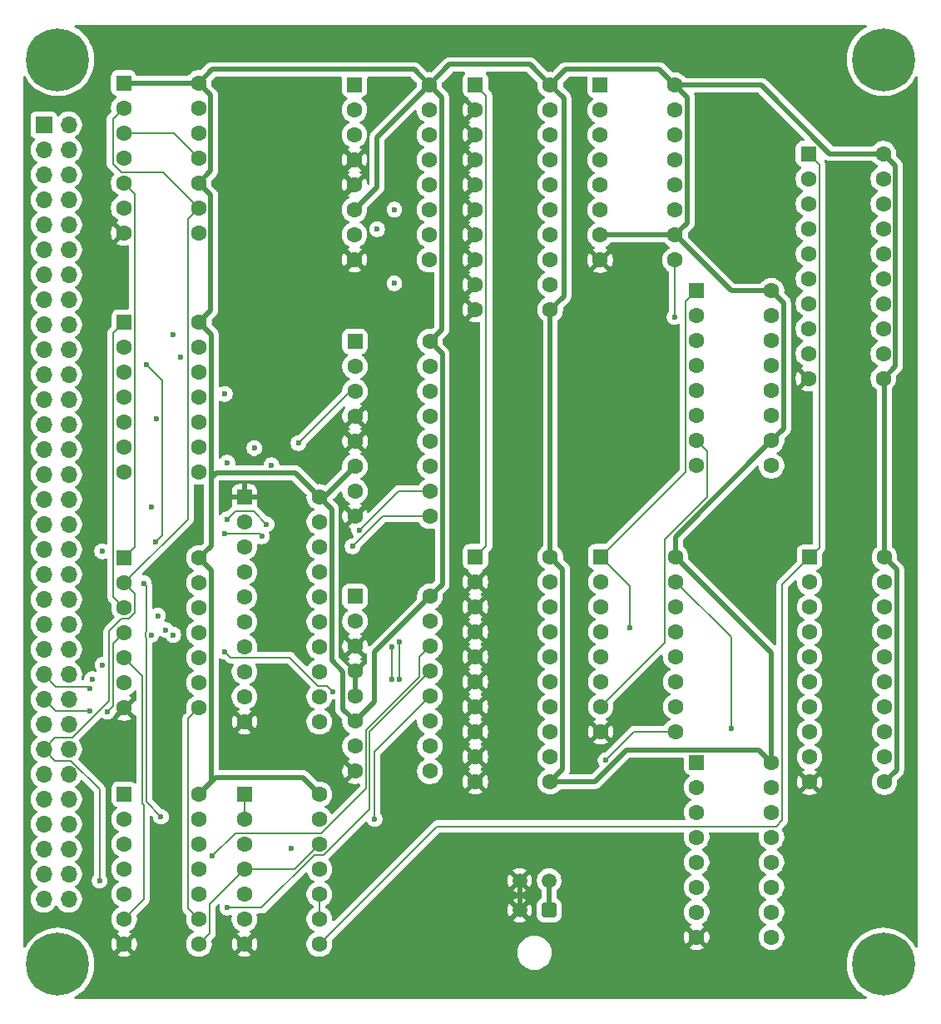
<source format=gbr>
%TF.GenerationSoftware,KiCad,Pcbnew,9.0.0*%
%TF.CreationDate,2025-03-09T01:52:38-05:00*%
%TF.ProjectId,tta8_cu,74746138-5f63-4752-9e6b-696361645f70,0*%
%TF.SameCoordinates,Original*%
%TF.FileFunction,Copper,L1,Top*%
%TF.FilePolarity,Positive*%
%FSLAX46Y46*%
G04 Gerber Fmt 4.6, Leading zero omitted, Abs format (unit mm)*
G04 Created by KiCad (PCBNEW 9.0.0) date 2025-03-09 01:52:38*
%MOMM*%
%LPD*%
G01*
G04 APERTURE LIST*
G04 Aperture macros list*
%AMRoundRect*
0 Rectangle with rounded corners*
0 $1 Rounding radius*
0 $2 $3 $4 $5 $6 $7 $8 $9 X,Y pos of 4 corners*
0 Add a 4 corners polygon primitive as box body*
4,1,4,$2,$3,$4,$5,$6,$7,$8,$9,$2,$3,0*
0 Add four circle primitives for the rounded corners*
1,1,$1+$1,$2,$3*
1,1,$1+$1,$4,$5*
1,1,$1+$1,$6,$7*
1,1,$1+$1,$8,$9*
0 Add four rect primitives between the rounded corners*
20,1,$1+$1,$2,$3,$4,$5,0*
20,1,$1+$1,$4,$5,$6,$7,0*
20,1,$1+$1,$6,$7,$8,$9,0*
20,1,$1+$1,$8,$9,$2,$3,0*%
G04 Aperture macros list end*
%TA.AperFunction,ComponentPad*%
%ADD10RoundRect,0.250000X-0.550000X-0.550000X0.550000X-0.550000X0.550000X0.550000X-0.550000X0.550000X0*%
%TD*%
%TA.AperFunction,ComponentPad*%
%ADD11C,1.600000*%
%TD*%
%TA.AperFunction,ComponentPad*%
%ADD12C,6.400000*%
%TD*%
%TA.AperFunction,ComponentPad*%
%ADD13R,1.700000X1.700000*%
%TD*%
%TA.AperFunction,ComponentPad*%
%ADD14O,1.700000X1.700000*%
%TD*%
%TA.AperFunction,ComponentPad*%
%ADD15RoundRect,0.250001X0.499999X0.499999X-0.499999X0.499999X-0.499999X-0.499999X0.499999X-0.499999X0*%
%TD*%
%TA.AperFunction,ComponentPad*%
%ADD16C,1.500000*%
%TD*%
%TA.AperFunction,ViaPad*%
%ADD17C,0.600000*%
%TD*%
%TA.AperFunction,Conductor*%
%ADD18C,0.200000*%
%TD*%
%TA.AperFunction,Conductor*%
%ADD19C,0.500000*%
%TD*%
G04 APERTURE END LIST*
D10*
%TO.P,U6,1,A0*%
%TO.N,Net-(U5-Q6)*%
X89250000Y-105600000D03*
D11*
%TO.P,U6,2,A1*%
%TO.N,Net-(U5-Q7)*%
X89250000Y-108140000D03*
%TO.P,U6,3,A2*%
%TO.N,GND*%
X89250000Y-110680000D03*
%TO.P,U6,4,~{E1}*%
X89250000Y-113220000D03*
%TO.P,U6,5,~{E2}*%
X89250000Y-115760000D03*
%TO.P,U6,6,E3*%
%TO.N,+5V*%
X89250000Y-118300000D03*
%TO.P,U6,7,Y7*%
%TO.N,unconnected-(U6-Y7-Pad7)*%
X89250000Y-120840000D03*
%TO.P,U6,8,GND*%
%TO.N,GND*%
X89250000Y-123380000D03*
%TO.P,U6,9,Y6*%
%TO.N,unconnected-(U6-Y6-Pad9)*%
X96870000Y-123380000D03*
%TO.P,U6,10,Y5*%
%TO.N,unconnected-(U6-Y5-Pad10)*%
X96870000Y-120840000D03*
%TO.P,U6,11,Y4*%
%TO.N,unconnected-(U6-Y4-Pad11)*%
X96870000Y-118300000D03*
%TO.P,U6,12,Y3*%
%TO.N,MVI*%
X96870000Y-115760000D03*
%TO.P,U6,13,Y2*%
%TO.N,mvz*%
X96870000Y-113220000D03*
%TO.P,U6,14,Y1*%
%TO.N,mvc*%
X96870000Y-110680000D03*
%TO.P,U6,15,Y0*%
%TO.N,mv*%
X96870000Y-108140000D03*
%TO.P,U6,16,VCC*%
%TO.N,+5V*%
X96870000Y-105600000D03*
%TD*%
D10*
%TO.P,U12,1,~{MR}*%
%TO.N,{slash}R*%
X124000000Y-122460000D03*
D11*
%TO.P,U12,2,CP*%
%TO.N,pcc*%
X124000000Y-125000000D03*
%TO.P,U12,3,D0*%
%TO.N,T12*%
X124000000Y-127540000D03*
%TO.P,U12,4,D1*%
%TO.N,T13*%
X124000000Y-130080000D03*
%TO.P,U12,5,D2*%
%TO.N,T14*%
X124000000Y-132620000D03*
%TO.P,U12,6,D3*%
%TO.N,T15*%
X124000000Y-135160000D03*
%TO.P,U12,7,CEP*%
%TO.N,Net-(U10-CEP)*%
X124000000Y-137700000D03*
%TO.P,U12,8,GND*%
%TO.N,GND*%
X124000000Y-140240000D03*
%TO.P,U12,9,~{PE}*%
%TO.N,Net-(U10-~{PE})*%
X131620000Y-140240000D03*
%TO.P,U12,10,CET*%
%TO.N,Net-(U11-TC)*%
X131620000Y-137700000D03*
%TO.P,U12,11,Q3*%
%TO.N,a15*%
X131620000Y-135160000D03*
%TO.P,U12,12,Q2*%
%TO.N,a14*%
X131620000Y-132620000D03*
%TO.P,U12,13,Q1*%
%TO.N,a13*%
X131620000Y-130080000D03*
%TO.P,U12,14,Q0*%
%TO.N,a12*%
X131620000Y-127540000D03*
%TO.P,U12,15,TC*%
%TO.N,unconnected-(U12-TC-Pad15)*%
X131620000Y-125000000D03*
%TO.P,U12,16,VCC*%
%TO.N,+5V*%
X131620000Y-122460000D03*
%TD*%
D10*
%TO.P,U11,1,~{MR}*%
%TO.N,{slash}R*%
X114250000Y-101560000D03*
D11*
%TO.P,U11,2,CP*%
%TO.N,pcc*%
X114250000Y-104100000D03*
%TO.P,U11,3,D0*%
%TO.N,T8*%
X114250000Y-106640000D03*
%TO.P,U11,4,D1*%
%TO.N,T9*%
X114250000Y-109180000D03*
%TO.P,U11,5,D2*%
%TO.N,T10*%
X114250000Y-111720000D03*
%TO.P,U11,6,D3*%
%TO.N,T11*%
X114250000Y-114260000D03*
%TO.P,U11,7,CEP*%
%TO.N,Net-(U10-CEP)*%
X114250000Y-116800000D03*
%TO.P,U11,8,GND*%
%TO.N,GND*%
X114250000Y-119340000D03*
%TO.P,U11,9,~{PE}*%
%TO.N,Net-(U10-~{PE})*%
X121870000Y-119340000D03*
%TO.P,U11,10,CET*%
%TO.N,Net-(U10-TC)*%
X121870000Y-116800000D03*
%TO.P,U11,11,Q3*%
%TO.N,a11*%
X121870000Y-114260000D03*
%TO.P,U11,12,Q2*%
%TO.N,a10*%
X121870000Y-111720000D03*
%TO.P,U11,13,Q1*%
%TO.N,a9*%
X121870000Y-109180000D03*
%TO.P,U11,14,Q0*%
%TO.N,a8*%
X121870000Y-106640000D03*
%TO.P,U11,15,TC*%
%TO.N,Net-(U11-TC)*%
X121870000Y-104100000D03*
%TO.P,U11,16,VCC*%
%TO.N,+5V*%
X121870000Y-101560000D03*
%TD*%
D12*
%TO.P,H3,1,1*%
%TO.N,unconnected-(H3-Pad1)*%
X59000000Y-143000000D03*
%TD*%
%TO.P,H2,1,1*%
%TO.N,unconnected-(H2-Pad1)*%
X143000000Y-51000000D03*
%TD*%
D10*
%TO.P,U14,1,OE*%
%TO.N,Net-(U14-OE)*%
X135380000Y-60570000D03*
D11*
%TO.P,U14,2,D0*%
%TO.N,a0*%
X135380000Y-63110000D03*
%TO.P,U14,3,D1*%
%TO.N,a1*%
X135380000Y-65650000D03*
%TO.P,U14,4,D2*%
%TO.N,a2*%
X135380000Y-68190000D03*
%TO.P,U14,5,D3*%
%TO.N,a3*%
X135380000Y-70730000D03*
%TO.P,U14,6,D4*%
%TO.N,a4*%
X135380000Y-73270000D03*
%TO.P,U14,7,D5*%
%TO.N,a5*%
X135380000Y-75810000D03*
%TO.P,U14,8,D6*%
%TO.N,a6*%
X135380000Y-78350000D03*
%TO.P,U14,9,D7*%
%TO.N,a7*%
X135380000Y-80890000D03*
%TO.P,U14,10,GND*%
%TO.N,GND*%
X135380000Y-83430000D03*
%TO.P,U14,11,Load*%
%TO.N,+5V*%
X143000000Y-83430000D03*
%TO.P,U14,12,Q7*%
%TO.N,A7*%
X143000000Y-80890000D03*
%TO.P,U14,13,Q6*%
%TO.N,A6*%
X143000000Y-78350000D03*
%TO.P,U14,14,Q5*%
%TO.N,A5*%
X143000000Y-75810000D03*
%TO.P,U14,15,Q4*%
%TO.N,A4*%
X143000000Y-73270000D03*
%TO.P,U14,16,Q3*%
%TO.N,A3*%
X143000000Y-70730000D03*
%TO.P,U14,17,Q2*%
%TO.N,A2*%
X143000000Y-68190000D03*
%TO.P,U14,18,Q1*%
%TO.N,A1*%
X143000000Y-65650000D03*
%TO.P,U14,19,Q0*%
%TO.N,A0*%
X143000000Y-63110000D03*
%TO.P,U14,20,VCC*%
%TO.N,+5V*%
X143000000Y-60570000D03*
%TD*%
D13*
%TO.P,J1,1,Pin_1*%
%TO.N,A0*%
X57570000Y-57645000D03*
D14*
%TO.P,J1,2,Pin_2*%
%TO.N,src0*%
X60110000Y-57645000D03*
%TO.P,J1,3,Pin_3*%
%TO.N,A1*%
X57570000Y-60185000D03*
%TO.P,J1,4,Pin_4*%
%TO.N,SRC1*%
X60110000Y-60185000D03*
%TO.P,J1,5,Pin_5*%
%TO.N,A2*%
X57570000Y-62725000D03*
%TO.P,J1,6,Pin_6*%
%TO.N,SRC2*%
X60110000Y-62725000D03*
%TO.P,J1,7,Pin_7*%
%TO.N,A3*%
X57570000Y-65265000D03*
%TO.P,J1,8,Pin_8*%
%TO.N,SRC3*%
X60110000Y-65265000D03*
%TO.P,J1,9,Pin_9*%
%TO.N,A4*%
X57570000Y-67805000D03*
%TO.P,J1,10,Pin_10*%
%TO.N,SRC4*%
X60110000Y-67805000D03*
%TO.P,J1,11,Pin_11*%
%TO.N,A5*%
X57570000Y-70345000D03*
%TO.P,J1,12,Pin_12*%
%TO.N,SRC5*%
X60110000Y-70345000D03*
%TO.P,J1,13,Pin_13*%
%TO.N,A6*%
X57570000Y-72885000D03*
%TO.P,J1,14,Pin_14*%
%TO.N,SRC6*%
X60110000Y-72885000D03*
%TO.P,J1,15,Pin_15*%
%TO.N,A7*%
X57570000Y-75425000D03*
%TO.P,J1,16,Pin_16*%
%TO.N,SRC7*%
X60110000Y-75425000D03*
%TO.P,J1,17,Pin_17*%
%TO.N,A8*%
X57570000Y-77965000D03*
%TO.P,J1,18,Pin_18*%
%TO.N,dst0*%
X60110000Y-77965000D03*
%TO.P,J1,19,Pin_19*%
%TO.N,A9*%
X57570000Y-80505000D03*
%TO.P,J1,20,Pin_20*%
%TO.N,DST1*%
X60110000Y-80505000D03*
%TO.P,J1,21,Pin_21*%
%TO.N,A10*%
X57570000Y-83045000D03*
%TO.P,J1,22,Pin_22*%
%TO.N,DST2*%
X60110000Y-83045000D03*
%TO.P,J1,23,Pin_23*%
%TO.N,A11*%
X57570000Y-85585000D03*
%TO.P,J1,24,Pin_24*%
%TO.N,DST3*%
X60110000Y-85585000D03*
%TO.P,J1,25,Pin_25*%
%TO.N,A12*%
X57570000Y-88125000D03*
%TO.P,J1,26,Pin_26*%
%TO.N,DST4*%
X60110000Y-88125000D03*
%TO.P,J1,27,Pin_27*%
%TO.N,A13*%
X57570000Y-90665000D03*
%TO.P,J1,28,Pin_28*%
%TO.N,DST5*%
X60110000Y-90665000D03*
%TO.P,J1,29,Pin_29*%
%TO.N,A14*%
X57570000Y-93205000D03*
%TO.P,J1,30,Pin_30*%
%TO.N,DST6*%
X60110000Y-93205000D03*
%TO.P,J1,31,Pin_31*%
%TO.N,A15*%
X57570000Y-95745000D03*
%TO.P,J1,32,Pin_32*%
%TO.N,DST7*%
X60110000Y-95745000D03*
%TO.P,J1,33,Pin_33*%
%TO.N,D0*%
X57570000Y-98285000D03*
%TO.P,J1,34,Pin_34*%
%TO.N,T0*%
X60110000Y-98285000D03*
%TO.P,J1,35,Pin_35*%
%TO.N,D1*%
X57570000Y-100825000D03*
%TO.P,J1,36,Pin_36*%
%TO.N,T1*%
X60110000Y-100825000D03*
%TO.P,J1,37,Pin_37*%
%TO.N,D2*%
X57570000Y-103365000D03*
%TO.P,J1,38,Pin_38*%
%TO.N,T2*%
X60110000Y-103365000D03*
%TO.P,J1,39,Pin_39*%
%TO.N,D3*%
X57570000Y-105905000D03*
%TO.P,J1,40,Pin_40*%
%TO.N,T3*%
X60110000Y-105905000D03*
%TO.P,J1,41,Pin_41*%
%TO.N,D4*%
X57570000Y-108445000D03*
%TO.P,J1,42,Pin_42*%
%TO.N,T4*%
X60110000Y-108445000D03*
%TO.P,J1,43,Pin_43*%
%TO.N,D5*%
X57570000Y-110985000D03*
%TO.P,J1,44,Pin_44*%
%TO.N,T5*%
X60110000Y-110985000D03*
%TO.P,J1,45,Pin_45*%
%TO.N,D6*%
X57570000Y-113525000D03*
%TO.P,J1,46,Pin_46*%
%TO.N,T6*%
X60110000Y-113525000D03*
%TO.P,J1,47,Pin_47*%
%TO.N,D7*%
X57570000Y-116065000D03*
%TO.P,J1,48,Pin_48*%
%TO.N,T7*%
X60110000Y-116065000D03*
%TO.P,J1,49,Pin_49*%
%TO.N,LDI*%
X57570000Y-118605000D03*
%TO.P,J1,50,Pin_50*%
%TO.N,T8*%
X60110000Y-118605000D03*
%TO.P,J1,51,Pin_51*%
%TO.N,EXC*%
X57570000Y-121145000D03*
%TO.P,J1,52,Pin_52*%
%TO.N,T9*%
X60110000Y-121145000D03*
%TO.P,J1,53,Pin_53*%
%TO.N,CLK*%
X57570000Y-123685000D03*
%TO.P,J1,54,Pin_54*%
%TO.N,T10*%
X60110000Y-123685000D03*
%TO.P,J1,55,Pin_55*%
%TO.N,{slash}R*%
X57570000Y-126225000D03*
%TO.P,J1,56,Pin_56*%
%TO.N,T11*%
X60110000Y-126225000D03*
%TO.P,J1,57,Pin_57*%
%TO.N,CARRY*%
X57570000Y-128765000D03*
%TO.P,J1,58,Pin_58*%
%TO.N,T12*%
X60110000Y-128765000D03*
%TO.P,J1,59,Pin_59*%
%TO.N,ZERO*%
X57570000Y-131305000D03*
%TO.P,J1,60,Pin_60*%
%TO.N,T13*%
X60110000Y-131305000D03*
%TO.P,J1,61,Pin_61*%
%TO.N,MOV*%
X57570000Y-133845000D03*
%TO.P,J1,62,Pin_62*%
%TO.N,T14*%
X60110000Y-133845000D03*
%TO.P,J1,63,Pin_63*%
%TO.N,MVI*%
X57570000Y-136385000D03*
%TO.P,J1,64,Pin_64*%
%TO.N,T15*%
X60110000Y-136385000D03*
%TD*%
D10*
%TO.P,U5,1,OE*%
%TO.N,GND*%
X78000000Y-95470000D03*
D11*
%TO.P,U5,2,D0*%
%TO.N,D0*%
X78000000Y-98010000D03*
%TO.P,U5,3,D1*%
%TO.N,D1*%
X78000000Y-100550000D03*
%TO.P,U5,4,D2*%
%TO.N,D2*%
X78000000Y-103090000D03*
%TO.P,U5,5,D3*%
%TO.N,D3*%
X78000000Y-105630000D03*
%TO.P,U5,6,D4*%
%TO.N,D4*%
X78000000Y-108170000D03*
%TO.P,U5,7,D5*%
%TO.N,D5*%
X78000000Y-110710000D03*
%TO.P,U5,8,D6*%
%TO.N,D6*%
X78000000Y-113250000D03*
%TO.P,U5,9,D7*%
%TO.N,D7*%
X78000000Y-115790000D03*
%TO.P,U5,10,GND*%
%TO.N,GND*%
X78000000Y-118330000D03*
%TO.P,U5,11,Load*%
%TO.N,LDI*%
X85620000Y-118330000D03*
%TO.P,U5,12,Q7*%
%TO.N,Net-(U5-Q7)*%
X85620000Y-115790000D03*
%TO.P,U5,13,Q6*%
%TO.N,Net-(U5-Q6)*%
X85620000Y-113250000D03*
%TO.P,U5,14,Q5*%
%TO.N,Net-(U5-Q5)*%
X85620000Y-110710000D03*
%TO.P,U5,15,Q4*%
%TO.N,Net-(U5-Q4)*%
X85620000Y-108170000D03*
%TO.P,U5,16,Q3*%
%TO.N,Net-(U5-Q3)*%
X85620000Y-105630000D03*
%TO.P,U5,17,Q2*%
%TO.N,Net-(U5-Q2)*%
X85620000Y-103090000D03*
%TO.P,U5,18,Q1*%
%TO.N,Net-(U5-Q1)*%
X85620000Y-100550000D03*
%TO.P,U5,19,Q0*%
%TO.N,Net-(U5-Q0)*%
X85620000Y-98010000D03*
%TO.P,U5,20,VCC*%
%TO.N,+5V*%
X85620000Y-95470000D03*
%TD*%
D12*
%TO.P,H1,1,1*%
%TO.N,unconnected-(H1-Pad1)*%
X59000000Y-51000000D03*
%TD*%
D10*
%TO.P,U4,1*%
%TO.N,CARRY*%
X65750000Y-125710000D03*
D11*
%TO.P,U4,2*%
%TO.N,mvc*%
X65750000Y-128250000D03*
%TO.P,U4,3*%
%TO.N,Net-(U3-Pad4)*%
X65750000Y-130790000D03*
%TO.P,U4,4*%
%TO.N,ZERO*%
X65750000Y-133330000D03*
%TO.P,U4,5*%
%TO.N,mvz*%
X65750000Y-135870000D03*
%TO.P,U4,6*%
%TO.N,Net-(U3-Pad5)*%
X65750000Y-138410000D03*
%TO.P,U4,7,GND*%
%TO.N,GND*%
X65750000Y-140950000D03*
%TO.P,U4,8*%
%TO.N,MOV*%
X73370000Y-140950000D03*
%TO.P,U4,9*%
%TO.N,Net-(U3-Pad8)*%
X73370000Y-138410000D03*
%TO.P,U4,10*%
%TO.N,EXC*%
X73370000Y-135870000D03*
%TO.P,U4,11*%
%TO.N,unconnected-(U4-Pad11)*%
X73370000Y-133330000D03*
%TO.P,U4,12*%
%TO.N,unconnected-(U4-Pad12)*%
X73370000Y-130790000D03*
%TO.P,U4,13*%
%TO.N,unconnected-(U4-Pad13)*%
X73370000Y-128250000D03*
%TO.P,U4,14,VCC*%
%TO.N,+5V*%
X73370000Y-125710000D03*
%TD*%
D10*
%TO.P,U1,1,~{R}*%
%TO.N,+5V*%
X65695000Y-53380000D03*
D11*
%TO.P,U1,2,D*%
%TO.N,EXC*%
X65695000Y-55920000D03*
%TO.P,U1,3,C*%
%TO.N,CLK*%
X65695000Y-58460000D03*
%TO.P,U1,4,~{S}*%
%TO.N,Net-(U1A-~{S})*%
X65695000Y-61000000D03*
%TO.P,U1,5,Q*%
%TO.N,LDI*%
X65695000Y-63540000D03*
%TO.P,U1,6,~{Q}*%
%TO.N,unconnected-(U1A-~{Q}-Pad6)*%
X65695000Y-66080000D03*
%TO.P,U1,7,GND*%
%TO.N,GND*%
X65695000Y-68620000D03*
%TO.P,U1,8,~{Q}*%
%TO.N,pcc*%
X73315000Y-68620000D03*
%TO.P,U1,9,Q*%
%TO.N,EXC*%
X73315000Y-66080000D03*
%TO.P,U1,10,~{S}*%
%TO.N,+5V*%
X73315000Y-63540000D03*
%TO.P,U1,11,C*%
%TO.N,CLK*%
X73315000Y-61000000D03*
%TO.P,U1,12,D*%
%TO.N,LDI*%
X73315000Y-58460000D03*
%TO.P,U1,13,~{R}*%
%TO.N,Net-(U1A-~{S})*%
X73315000Y-55920000D03*
%TO.P,U1,14,VCC*%
%TO.N,+5V*%
X73315000Y-53380000D03*
%TD*%
D10*
%TO.P,U8,1,A0*%
%TO.N,Net-(U5-Q0)*%
X89195000Y-53560000D03*
D11*
%TO.P,U8,2,A1*%
%TO.N,Net-(U5-Q1)*%
X89195000Y-56100000D03*
%TO.P,U8,3,A2*%
%TO.N,Net-(U5-Q2)*%
X89195000Y-58640000D03*
%TO.P,U8,4,~{E1}*%
%TO.N,GND*%
X89195000Y-61180000D03*
%TO.P,U8,5,~{E2}*%
X89195000Y-63720000D03*
%TO.P,U8,6,E3*%
%TO.N,+5V*%
X89195000Y-66260000D03*
%TO.P,U8,7,Y7*%
%TO.N,SRC7*%
X89195000Y-68800000D03*
%TO.P,U8,8,GND*%
%TO.N,GND*%
X89195000Y-71340000D03*
%TO.P,U8,9,Y6*%
%TO.N,SRC6*%
X96815000Y-71340000D03*
%TO.P,U8,10,Y5*%
%TO.N,SRC5*%
X96815000Y-68800000D03*
%TO.P,U8,11,Y4*%
%TO.N,SRC4*%
X96815000Y-66260000D03*
%TO.P,U8,12,Y3*%
%TO.N,SRC3*%
X96815000Y-63720000D03*
%TO.P,U8,13,Y2*%
%TO.N,SRC2*%
X96815000Y-61180000D03*
%TO.P,U8,14,Y1*%
%TO.N,SRC1*%
X96815000Y-58640000D03*
%TO.P,U8,15,Y0*%
%TO.N,src0*%
X96815000Y-56100000D03*
%TO.P,U8,16,VCC*%
%TO.N,+5V*%
X96815000Y-53560000D03*
%TD*%
D10*
%TO.P,U9,1,~{MR}*%
%TO.N,{slash}R*%
X114195000Y-53610000D03*
D11*
%TO.P,U9,2,CP*%
%TO.N,pcc*%
X114195000Y-56150000D03*
%TO.P,U9,3,D0*%
%TO.N,T0*%
X114195000Y-58690000D03*
%TO.P,U9,4,D1*%
%TO.N,T1*%
X114195000Y-61230000D03*
%TO.P,U9,5,D2*%
%TO.N,T2*%
X114195000Y-63770000D03*
%TO.P,U9,6,D3*%
%TO.N,T3*%
X114195000Y-66310000D03*
%TO.P,U9,7,CEP*%
%TO.N,+5V*%
X114195000Y-68850000D03*
%TO.P,U9,8,GND*%
%TO.N,GND*%
X114195000Y-71390000D03*
%TO.P,U9,9,~{PE}*%
%TO.N,Net-(U10-~{PE})*%
X121815000Y-71390000D03*
%TO.P,U9,10,CET*%
%TO.N,+5V*%
X121815000Y-68850000D03*
%TO.P,U9,11,Q3*%
%TO.N,a3*%
X121815000Y-66310000D03*
%TO.P,U9,12,Q2*%
%TO.N,a2*%
X121815000Y-63770000D03*
%TO.P,U9,13,Q1*%
%TO.N,a1*%
X121815000Y-61230000D03*
%TO.P,U9,14,Q0*%
%TO.N,a0*%
X121815000Y-58690000D03*
%TO.P,U9,15,TC*%
%TO.N,Net-(U10-CEP)*%
X121815000Y-56150000D03*
%TO.P,U9,16,VCC*%
%TO.N,+5V*%
X121815000Y-53610000D03*
%TD*%
D10*
%TO.P,U3,1*%
%TO.N,LDI*%
X65750000Y-101700000D03*
D11*
%TO.P,U3,2*%
%TO.N,EXC*%
X65750000Y-104240000D03*
%TO.P,U3,3*%
%TO.N,Net-(U2-Pad1)*%
X65750000Y-106780000D03*
%TO.P,U3,4*%
%TO.N,Net-(U3-Pad4)*%
X65750000Y-109320000D03*
%TO.P,U3,5*%
%TO.N,Net-(U3-Pad5)*%
X65750000Y-111860000D03*
%TO.P,U3,6*%
%TO.N,Net-(U3-Pad6)*%
X65750000Y-114400000D03*
%TO.P,U3,7,GND*%
%TO.N,GND*%
X65750000Y-116940000D03*
%TO.P,U3,8*%
%TO.N,Net-(U3-Pad8)*%
X73370000Y-116940000D03*
%TO.P,U3,9*%
%TO.N,Net-(U3-Pad6)*%
X73370000Y-114400000D03*
%TO.P,U3,10*%
%TO.N,mv*%
X73370000Y-111860000D03*
%TO.P,U3,11*%
%TO.N,unconnected-(U3-Pad11)*%
X73370000Y-109320000D03*
%TO.P,U3,12*%
%TO.N,unconnected-(U3-Pad12)*%
X73370000Y-106780000D03*
%TO.P,U3,13*%
%TO.N,unconnected-(U3-Pad13)*%
X73370000Y-104240000D03*
%TO.P,U3,14,VCC*%
%TO.N,+5V*%
X73370000Y-101700000D03*
%TD*%
D10*
%TO.P,U7,1,A0*%
%TO.N,Net-(U5-Q3)*%
X89250000Y-79660000D03*
D11*
%TO.P,U7,2,A1*%
%TO.N,Net-(U5-Q4)*%
X89250000Y-82200000D03*
%TO.P,U7,3,A2*%
%TO.N,Net-(U5-Q5)*%
X89250000Y-84740000D03*
%TO.P,U7,4,~{E1}*%
%TO.N,GND*%
X89250000Y-87280000D03*
%TO.P,U7,5,~{E2}*%
X89250000Y-89820000D03*
%TO.P,U7,6,E3*%
%TO.N,+5V*%
X89250000Y-92360000D03*
%TO.P,U7,7,Y7*%
%TO.N,DST7*%
X89250000Y-94900000D03*
%TO.P,U7,8,GND*%
%TO.N,GND*%
X89250000Y-97440000D03*
%TO.P,U7,9,Y6*%
%TO.N,DST6*%
X96870000Y-97440000D03*
%TO.P,U7,10,Y5*%
%TO.N,DST5*%
X96870000Y-94900000D03*
%TO.P,U7,11,Y4*%
%TO.N,DST4*%
X96870000Y-92360000D03*
%TO.P,U7,12,Y3*%
%TO.N,DST3*%
X96870000Y-89820000D03*
%TO.P,U7,13,Y2*%
%TO.N,DST2*%
X96870000Y-87280000D03*
%TO.P,U7,14,Y1*%
%TO.N,DST1*%
X96870000Y-84740000D03*
%TO.P,U7,15,Y0*%
%TO.N,dst0*%
X96870000Y-82200000D03*
%TO.P,U7,16,VCC*%
%TO.N,+5V*%
X96870000Y-79660000D03*
%TD*%
D15*
%TO.P,J2,1,Pin_1*%
%TO.N,+5V*%
X109000000Y-137500000D03*
D16*
%TO.P,J2,2,Pin_2*%
%TO.N,GND*%
X106000000Y-137500000D03*
%TO.P,J2,3,Pin_3*%
%TO.N,+5V*%
X109000000Y-134500000D03*
%TO.P,J2,4,Pin_4*%
%TO.N,GND*%
X106000000Y-134500000D03*
%TD*%
D12*
%TO.P,H4,1,1*%
%TO.N,unconnected-(H4-Pad1)*%
X143000000Y-143000000D03*
%TD*%
D10*
%TO.P,U10,1,~{MR}*%
%TO.N,{slash}R*%
X124000000Y-74520000D03*
D11*
%TO.P,U10,2,CP*%
%TO.N,pcc*%
X124000000Y-77060000D03*
%TO.P,U10,3,D0*%
%TO.N,T4*%
X124000000Y-79600000D03*
%TO.P,U10,4,D1*%
%TO.N,T5*%
X124000000Y-82140000D03*
%TO.P,U10,5,D2*%
%TO.N,T6*%
X124000000Y-84680000D03*
%TO.P,U10,6,D3*%
%TO.N,T7*%
X124000000Y-87220000D03*
%TO.P,U10,7,CEP*%
%TO.N,Net-(U10-CEP)*%
X124000000Y-89760000D03*
%TO.P,U10,8,GND*%
%TO.N,GND*%
X124000000Y-92300000D03*
%TO.P,U10,9,~{PE}*%
%TO.N,Net-(U10-~{PE})*%
X131620000Y-92300000D03*
%TO.P,U10,10,CET*%
%TO.N,+5V*%
X131620000Y-89760000D03*
%TO.P,U10,11,Q3*%
%TO.N,a7*%
X131620000Y-87220000D03*
%TO.P,U10,12,Q2*%
%TO.N,a6*%
X131620000Y-84680000D03*
%TO.P,U10,13,Q1*%
%TO.N,a5*%
X131620000Y-82140000D03*
%TO.P,U10,14,Q0*%
%TO.N,a4*%
X131620000Y-79600000D03*
%TO.P,U10,15,TC*%
%TO.N,Net-(U10-TC)*%
X131620000Y-77060000D03*
%TO.P,U10,16,VCC*%
%TO.N,+5V*%
X131620000Y-74520000D03*
%TD*%
D10*
%TO.P,U16,1,OE*%
%TO.N,Net-(U16-OE)*%
X101500000Y-53560000D03*
D11*
%TO.P,U16,2,D0*%
%TO.N,GND*%
X101500000Y-56100000D03*
%TO.P,U16,3,D1*%
X101500000Y-58640000D03*
%TO.P,U16,4,D2*%
X101500000Y-61180000D03*
%TO.P,U16,5,D3*%
X101500000Y-63720000D03*
%TO.P,U16,6,D4*%
X101500000Y-66260000D03*
%TO.P,U16,7,D5*%
X101500000Y-68800000D03*
%TO.P,U16,8,D6*%
X101500000Y-71340000D03*
%TO.P,U16,9,D7*%
X101500000Y-73880000D03*
%TO.P,U16,10,GND*%
X101500000Y-76420000D03*
%TO.P,U16,11,Load*%
%TO.N,+5V*%
X109120000Y-76420000D03*
%TO.P,U16,12,Q7*%
%TO.N,T7*%
X109120000Y-73880000D03*
%TO.P,U16,13,Q6*%
%TO.N,T6*%
X109120000Y-71340000D03*
%TO.P,U16,14,Q5*%
%TO.N,T5*%
X109120000Y-68800000D03*
%TO.P,U16,15,Q4*%
%TO.N,T4*%
X109120000Y-66260000D03*
%TO.P,U16,16,Q3*%
%TO.N,T3*%
X109120000Y-63720000D03*
%TO.P,U16,17,Q2*%
%TO.N,T2*%
X109120000Y-61180000D03*
%TO.P,U16,18,Q1*%
%TO.N,T1*%
X109120000Y-58640000D03*
%TO.P,U16,19,Q0*%
%TO.N,T0*%
X109120000Y-56100000D03*
%TO.P,U16,20,VCC*%
%TO.N,+5V*%
X109120000Y-53560000D03*
%TD*%
D10*
%TO.P,U2,1*%
%TO.N,Net-(U2-Pad1)*%
X65750000Y-77700000D03*
D11*
%TO.P,U2,2*%
%TO.N,R*%
X65750000Y-80240000D03*
%TO.P,U2,3*%
%TO.N,Net-(U1A-~{S})*%
X65750000Y-82780000D03*
%TO.P,U2,4*%
%TO.N,unconnected-(U2-Pad4)*%
X65750000Y-85320000D03*
%TO.P,U2,5*%
%TO.N,unconnected-(U2-Pad5)*%
X65750000Y-87860000D03*
%TO.P,U2,6*%
%TO.N,unconnected-(U2-Pad6)*%
X65750000Y-90400000D03*
%TO.P,U2,7,GND*%
%TO.N,GND*%
X65750000Y-92940000D03*
%TO.P,U2,8*%
%TO.N,unconnected-(U2-Pad8)*%
X73370000Y-92940000D03*
%TO.P,U2,9*%
%TO.N,unconnected-(U2-Pad9)*%
X73370000Y-90400000D03*
%TO.P,U2,10*%
%TO.N,unconnected-(U2-Pad10)*%
X73370000Y-87860000D03*
%TO.P,U2,11*%
%TO.N,unconnected-(U2-Pad11)*%
X73370000Y-85320000D03*
%TO.P,U2,12*%
%TO.N,unconnected-(U2-Pad12)*%
X73370000Y-82780000D03*
%TO.P,U2,13*%
%TO.N,unconnected-(U2-Pad13)*%
X73370000Y-80240000D03*
%TO.P,U2,14,VCC*%
%TO.N,+5V*%
X73370000Y-77700000D03*
%TD*%
D10*
%TO.P,U15,1,OE*%
%TO.N,Net-(U14-OE)*%
X135500000Y-101620000D03*
D11*
%TO.P,U15,2,D0*%
%TO.N,a8*%
X135500000Y-104160000D03*
%TO.P,U15,3,D1*%
%TO.N,a9*%
X135500000Y-106700000D03*
%TO.P,U15,4,D2*%
%TO.N,a10*%
X135500000Y-109240000D03*
%TO.P,U15,5,D3*%
%TO.N,a11*%
X135500000Y-111780000D03*
%TO.P,U15,6,D4*%
%TO.N,a12*%
X135500000Y-114320000D03*
%TO.P,U15,7,D5*%
%TO.N,a13*%
X135500000Y-116860000D03*
%TO.P,U15,8,D6*%
%TO.N,a14*%
X135500000Y-119400000D03*
%TO.P,U15,9,D7*%
%TO.N,a15*%
X135500000Y-121940000D03*
%TO.P,U15,10,GND*%
%TO.N,GND*%
X135500000Y-124480000D03*
%TO.P,U15,11,Load*%
%TO.N,+5V*%
X143120000Y-124480000D03*
%TO.P,U15,12,Q7*%
%TO.N,A15*%
X143120000Y-121940000D03*
%TO.P,U15,13,Q6*%
%TO.N,A14*%
X143120000Y-119400000D03*
%TO.P,U15,14,Q5*%
%TO.N,A13*%
X143120000Y-116860000D03*
%TO.P,U15,15,Q4*%
%TO.N,A12*%
X143120000Y-114320000D03*
%TO.P,U15,16,Q3*%
%TO.N,A11*%
X143120000Y-111780000D03*
%TO.P,U15,17,Q2*%
%TO.N,A10*%
X143120000Y-109240000D03*
%TO.P,U15,18,Q1*%
%TO.N,A9*%
X143120000Y-106700000D03*
%TO.P,U15,19,Q0*%
%TO.N,A8*%
X143120000Y-104160000D03*
%TO.P,U15,20,VCC*%
%TO.N,+5V*%
X143120000Y-101620000D03*
%TD*%
D10*
%TO.P,U13,1*%
%TO.N,{slash}R*%
X78000000Y-125710000D03*
D11*
%TO.P,U13,2*%
X78000000Y-128250000D03*
%TO.P,U13,3*%
%TO.N,R*%
X78000000Y-130790000D03*
%TO.P,U13,4*%
%TO.N,MOV*%
X78000000Y-133330000D03*
%TO.P,U13,5*%
%TO.N,dst0*%
X78000000Y-135870000D03*
%TO.P,U13,6*%
%TO.N,Net-(U10-~{PE})*%
X78000000Y-138410000D03*
%TO.P,U13,7,GND*%
%TO.N,GND*%
X78000000Y-140950000D03*
%TO.P,U13,8*%
%TO.N,Net-(U14-OE)*%
X85620000Y-140950000D03*
%TO.P,U13,9*%
%TO.N,LDI*%
X85620000Y-138410000D03*
%TO.P,U13,10*%
X85620000Y-135870000D03*
%TO.P,U13,11*%
%TO.N,Net-(U16-OE)*%
X85620000Y-133330000D03*
%TO.P,U13,12*%
%TO.N,MOV*%
X85620000Y-130790000D03*
%TO.P,U13,13*%
%TO.N,src0*%
X85620000Y-128250000D03*
%TO.P,U13,14,VCC*%
%TO.N,+5V*%
X85620000Y-125710000D03*
%TD*%
D10*
%TO.P,U17,1,OE*%
%TO.N,Net-(U16-OE)*%
X101500000Y-101560000D03*
D11*
%TO.P,U17,2,D0*%
%TO.N,GND*%
X101500000Y-104100000D03*
%TO.P,U17,3,D1*%
X101500000Y-106640000D03*
%TO.P,U17,4,D2*%
X101500000Y-109180000D03*
%TO.P,U17,5,D3*%
X101500000Y-111720000D03*
%TO.P,U17,6,D4*%
X101500000Y-114260000D03*
%TO.P,U17,7,D5*%
X101500000Y-116800000D03*
%TO.P,U17,8,D6*%
X101500000Y-119340000D03*
%TO.P,U17,9,D7*%
X101500000Y-121880000D03*
%TO.P,U17,10,GND*%
X101500000Y-124420000D03*
%TO.P,U17,11,Load*%
%TO.N,+5V*%
X109120000Y-124420000D03*
%TO.P,U17,12,Q7*%
%TO.N,T15*%
X109120000Y-121880000D03*
%TO.P,U17,13,Q6*%
%TO.N,T14*%
X109120000Y-119340000D03*
%TO.P,U17,14,Q5*%
%TO.N,T13*%
X109120000Y-116800000D03*
%TO.P,U17,15,Q4*%
%TO.N,T12*%
X109120000Y-114260000D03*
%TO.P,U17,16,Q3*%
%TO.N,T11*%
X109120000Y-111720000D03*
%TO.P,U17,17,Q2*%
%TO.N,T10*%
X109120000Y-109180000D03*
%TO.P,U17,18,Q1*%
%TO.N,T9*%
X109120000Y-106640000D03*
%TO.P,U17,19,Q0*%
%TO.N,T8*%
X109120000Y-104100000D03*
%TO.P,U17,20,VCC*%
%TO.N,+5V*%
X109120000Y-101560000D03*
%TD*%
D17*
%TO.N,EXC*%
X63250000Y-134500000D03*
%TO.N,SRC5*%
X91500000Y-68250000D03*
%TO.N,D6*%
X62250000Y-115000000D03*
%TO.N,D1*%
X68500000Y-109500000D03*
%TO.N,DST6*%
X76000000Y-99250000D03*
X89000000Y-100500000D03*
X79750000Y-99500000D03*
%TO.N,src0*%
X93000000Y-110750000D03*
X93000000Y-114059000D03*
%TO.N,DST1*%
X70750000Y-79000000D03*
%TO.N,DST2*%
X71500000Y-81250000D03*
%TO.N,D7*%
X62250000Y-117250000D03*
%TO.N,D2*%
X70000000Y-109000000D03*
%TO.N,MVI*%
X91250000Y-128250000D03*
%TO.N,{slash}R*%
X117250000Y-108750000D03*
%TO.N,DST4*%
X79000000Y-90500000D03*
X69000000Y-87500000D03*
X76250000Y-92000000D03*
%TO.N,D4*%
X63555645Y-112555645D03*
%TO.N,DST3*%
X76000000Y-85000000D03*
%TO.N,dst0*%
X93797538Y-113996260D03*
X93750000Y-110250000D03*
X82750000Y-131250000D03*
%TO.N,D5*%
X62500000Y-114000000D03*
%TO.N,D3*%
X70750000Y-109500000D03*
%TO.N,D0*%
X69197210Y-107552790D03*
%TO.N,SRC6*%
X93250000Y-73750000D03*
%TO.N,DST7*%
X68500000Y-96500000D03*
X80750000Y-92250000D03*
X63500000Y-101000000D03*
%TO.N,DST5*%
X89689300Y-98889300D03*
X80250000Y-98250000D03*
X76250000Y-97750000D03*
%TO.N,SRC4*%
X93250000Y-66250000D03*
%TO.N,R*%
X68000000Y-82000000D03*
X68950735Y-100049265D03*
X67750000Y-104250000D03*
X69500000Y-128000000D03*
%TO.N,Net-(U3-Pad4)*%
X64048265Y-117298265D03*
%TO.N,mv*%
X87004265Y-115259000D03*
X76000000Y-111211000D03*
%TO.N,mvz*%
X76250000Y-137250000D03*
%TO.N,mvc*%
X74750000Y-132000000D03*
%TO.N,Net-(U5-Q5)*%
X83500000Y-90000000D03*
%TO.N,Net-(U10-~{PE})*%
X121750000Y-77176000D03*
X114751000Y-122250000D03*
%TO.N,Net-(U11-TC)*%
X127500000Y-119000000D03*
%TD*%
D18*
%TO.N,LDI*%
X85620000Y-138410000D02*
X85620000Y-135870000D01*
X65695000Y-63540000D02*
X66851000Y-64696000D01*
X66851000Y-64696000D02*
X66851000Y-100599000D01*
X66851000Y-100599000D02*
X65750000Y-101700000D01*
%TO.N,EXC*%
X66851000Y-105341000D02*
X65750000Y-104240000D01*
X66206050Y-107881000D02*
X66851000Y-107236050D01*
X65750000Y-104240000D02*
X72214000Y-97776000D01*
X64248000Y-116250000D02*
X64248000Y-109133000D01*
X72214000Y-97776000D02*
X72214000Y-67181000D01*
X64248000Y-109133000D02*
X65500000Y-107881000D01*
X64594000Y-57021000D02*
X65695000Y-55920000D01*
X58721000Y-122296000D02*
X57570000Y-121145000D01*
X60348760Y-122296000D02*
X58721000Y-122296000D01*
X73315000Y-66080000D02*
X69674000Y-62439000D01*
X69674000Y-62439000D02*
X65439000Y-62439000D01*
X60504000Y-119994000D02*
X64248000Y-116250000D01*
X64594000Y-61594000D02*
X64594000Y-57021000D01*
X58721000Y-119994000D02*
X60504000Y-119994000D01*
X65500000Y-107881000D02*
X66206050Y-107881000D01*
X66851000Y-107236050D02*
X66851000Y-105341000D01*
X63250000Y-125197240D02*
X60348760Y-122296000D01*
X57570000Y-121145000D02*
X58721000Y-119994000D01*
X72214000Y-67181000D02*
X73315000Y-66080000D01*
X65439000Y-62439000D02*
X64594000Y-61594000D01*
X63250000Y-134500000D02*
X63250000Y-125197240D01*
%TO.N,D6*%
X62250000Y-115000000D02*
X62000000Y-114750000D01*
X62000000Y-114750000D02*
X58795000Y-114750000D01*
X58795000Y-114750000D02*
X57570000Y-113525000D01*
%TO.N,DST6*%
X79500000Y-99250000D02*
X76000000Y-99250000D01*
X89000000Y-100500000D02*
X92060000Y-97440000D01*
X79750000Y-99500000D02*
X79500000Y-99250000D01*
X92060000Y-97440000D02*
X96870000Y-97440000D01*
%TO.N,src0*%
X93000000Y-110750000D02*
X93000000Y-114059000D01*
%TO.N,D7*%
X58755000Y-117250000D02*
X57570000Y-116065000D01*
X62250000Y-117250000D02*
X58755000Y-117250000D01*
%TO.N,MVI*%
X91250000Y-128250000D02*
X91250000Y-121380000D01*
X91250000Y-121380000D02*
X96870000Y-115760000D01*
%TO.N,{slash}R*%
X124000000Y-74520000D02*
X122899000Y-75621000D01*
X122899000Y-75621000D02*
X122899000Y-92911000D01*
X122899000Y-92911000D02*
X114250000Y-101560000D01*
X117250000Y-108750000D02*
X117250000Y-104560000D01*
X78000000Y-125710000D02*
X78000000Y-128250000D01*
X117250000Y-104560000D02*
X114250000Y-101560000D01*
%TO.N,dst0*%
X93750000Y-113948722D02*
X93797538Y-113996260D01*
X93750000Y-110250000D02*
X93750000Y-113948722D01*
%TO.N,CLK*%
X65695000Y-58460000D02*
X70775000Y-58460000D01*
X70775000Y-58460000D02*
X73315000Y-61000000D01*
%TO.N,MOV*%
X83080000Y-133330000D02*
X85620000Y-130790000D01*
X74471000Y-139849000D02*
X73370000Y-140950000D01*
X74471000Y-136859000D02*
X74471000Y-139849000D01*
X78000000Y-133330000D02*
X74471000Y-136859000D01*
X78000000Y-133330000D02*
X83080000Y-133330000D01*
%TO.N,DST5*%
X78909000Y-96909000D02*
X77091000Y-96909000D01*
X93678599Y-94900000D02*
X96870000Y-94900000D01*
X89689300Y-98889300D02*
X93678599Y-94900000D01*
X77091000Y-96909000D02*
X76250000Y-97750000D01*
X80250000Y-98250000D02*
X78909000Y-96909000D01*
D19*
%TO.N,GND*%
X89250000Y-113220000D02*
X89250000Y-115760000D01*
X106000000Y-134500000D02*
X106000000Y-137500000D01*
%TO.N,+5V*%
X121870000Y-99510000D02*
X121870000Y-101560000D01*
X73315000Y-63540000D02*
X74566000Y-62289000D01*
X85620000Y-95470000D02*
X86140000Y-95470000D01*
X73370000Y-77700000D02*
X74566000Y-76504000D01*
X74566000Y-64791000D02*
X73315000Y-63540000D01*
X98875000Y-51500000D02*
X107060000Y-51500000D01*
X98066000Y-78464000D02*
X96870000Y-79660000D01*
X96815000Y-53560000D02*
X98875000Y-51500000D01*
X83150000Y-93000000D02*
X75121000Y-93000000D01*
X73370000Y-125710000D02*
X75080000Y-124000000D01*
X74695000Y-52000000D02*
X95255000Y-52000000D01*
X86871000Y-96721000D02*
X85620000Y-95470000D01*
X98121000Y-80911000D02*
X98121000Y-104349000D01*
X96815000Y-53560000D02*
X91500000Y-58875000D01*
X95255000Y-52000000D02*
X96815000Y-53560000D01*
X86140000Y-95470000D02*
X89250000Y-92360000D01*
X144251000Y-82179000D02*
X143000000Y-83430000D01*
X110500000Y-54940000D02*
X110500000Y-75040000D01*
X131620000Y-122460000D02*
X130369000Y-121209000D01*
X73370000Y-101700000D02*
X74621000Y-102951000D01*
X132871000Y-75771000D02*
X132871000Y-88509000D01*
X87999000Y-113249000D02*
X86871000Y-112121000D01*
X131620000Y-89760000D02*
X121870000Y-99510000D01*
X107060000Y-51500000D02*
X109120000Y-53560000D01*
X98066000Y-54811000D02*
X98066000Y-78464000D01*
X110371000Y-123169000D02*
X109120000Y-124420000D01*
X109000000Y-134500000D02*
X109000000Y-137500000D01*
X123066000Y-67599000D02*
X121815000Y-68850000D01*
X127520000Y-74520000D02*
X131620000Y-74520000D01*
X137570000Y-60570000D02*
X143000000Y-60570000D01*
X121815000Y-68850000D02*
X121850000Y-68850000D01*
X144371000Y-102871000D02*
X144371000Y-123229000D01*
X130369000Y-121209000D02*
X116854075Y-121209000D01*
X132871000Y-88509000D02*
X131620000Y-89760000D01*
X91500000Y-58875000D02*
X91500000Y-63955000D01*
X109120000Y-53560000D02*
X110500000Y-54940000D01*
X120205000Y-52000000D02*
X121815000Y-53610000D01*
X91500000Y-63955000D02*
X89195000Y-66260000D01*
X144371000Y-123229000D02*
X143120000Y-124480000D01*
X91250000Y-111220000D02*
X91250000Y-116300000D01*
X109120000Y-53560000D02*
X110680000Y-52000000D01*
X130610000Y-53610000D02*
X137570000Y-60570000D01*
X74621000Y-78951000D02*
X73370000Y-77700000D01*
X74621000Y-100449000D02*
X74621000Y-93500000D01*
X98121000Y-104349000D02*
X96870000Y-105600000D01*
X91250000Y-116300000D02*
X89250000Y-118300000D01*
X109120000Y-76420000D02*
X109120000Y-101560000D01*
X109120000Y-101560000D02*
X110371000Y-102811000D01*
X144251000Y-61821000D02*
X144251000Y-82179000D01*
X74621000Y-102951000D02*
X74621000Y-124459000D01*
X89250000Y-118300000D02*
X87999000Y-117049000D01*
X143000000Y-60570000D02*
X144251000Y-61821000D01*
X96870000Y-79660000D02*
X98121000Y-80911000D01*
X110500000Y-75040000D02*
X109120000Y-76420000D01*
X85620000Y-95470000D02*
X83150000Y-93000000D01*
X143120000Y-84120000D02*
X143120000Y-101620000D01*
X73370000Y-101700000D02*
X74621000Y-100449000D01*
X74566000Y-76504000D02*
X74566000Y-64791000D01*
X86871000Y-112121000D02*
X86871000Y-96721000D01*
X110680000Y-52000000D02*
X120205000Y-52000000D01*
X110371000Y-102811000D02*
X110371000Y-123169000D01*
X131620000Y-74520000D02*
X132871000Y-75771000D01*
X121815000Y-68850000D02*
X114195000Y-68850000D01*
X121815000Y-53610000D02*
X123066000Y-54861000D01*
X121850000Y-68850000D02*
X127520000Y-74520000D01*
X123066000Y-54861000D02*
X123066000Y-67599000D01*
X121815000Y-53610000D02*
X130610000Y-53610000D01*
X143000000Y-84000000D02*
X143120000Y-84120000D01*
X74566000Y-62289000D02*
X74566000Y-54631000D01*
X75080000Y-124000000D02*
X83910000Y-124000000D01*
X113643075Y-124420000D02*
X109120000Y-124420000D01*
X65695000Y-53380000D02*
X73315000Y-53380000D01*
X74621000Y-124459000D02*
X73370000Y-125710000D01*
X96870000Y-105600000D02*
X91250000Y-111220000D01*
X75121000Y-93000000D02*
X74621000Y-93500000D01*
X96815000Y-53560000D02*
X98066000Y-54811000D01*
X143120000Y-101620000D02*
X144371000Y-102871000D01*
X74621000Y-93500000D02*
X74621000Y-78951000D01*
X143000000Y-83430000D02*
X143000000Y-84000000D01*
X116854075Y-121209000D02*
X113643075Y-124420000D01*
X83910000Y-124000000D02*
X85620000Y-125710000D01*
X121870000Y-101560000D02*
X131620000Y-111310000D01*
X87999000Y-117049000D02*
X87999000Y-113249000D01*
X131620000Y-111310000D02*
X131620000Y-122460000D01*
X73315000Y-53380000D02*
X74695000Y-52000000D01*
X74566000Y-54631000D02*
X73315000Y-53380000D01*
D18*
%TO.N,Net-(U2-Pad1)*%
X64649000Y-78801000D02*
X65750000Y-77700000D01*
X64649000Y-105679000D02*
X64649000Y-78801000D01*
X65750000Y-106780000D02*
X64649000Y-105679000D01*
%TO.N,R*%
X68000000Y-109150057D02*
X68000000Y-104500000D01*
X67899000Y-109251057D02*
X68000000Y-109150057D01*
X67899000Y-109748943D02*
X67899000Y-109251057D01*
X69500000Y-128000000D02*
X68000000Y-126500000D01*
X69601000Y-99399000D02*
X69601000Y-83601000D01*
X68950735Y-100049265D02*
X69601000Y-99399000D01*
X69601000Y-83601000D02*
X68000000Y-82000000D01*
X68000000Y-109849943D02*
X67899000Y-109748943D01*
X68000000Y-104500000D02*
X67750000Y-104250000D01*
X68000000Y-126500000D02*
X68000000Y-109849943D01*
%TO.N,Net-(U3-Pad4)*%
X64649000Y-110421000D02*
X65750000Y-109320000D01*
X64649000Y-116697530D02*
X64649000Y-110421000D01*
X64048265Y-117298265D02*
X64649000Y-116697530D01*
%TO.N,mv*%
X86434265Y-114689000D02*
X87004265Y-115259000D01*
X76600000Y-111811000D02*
X82623950Y-111811000D01*
X82623950Y-111811000D02*
X85501950Y-114689000D01*
X85501950Y-114689000D02*
X86434265Y-114689000D01*
X76000000Y-111211000D02*
X76600000Y-111811000D01*
%TO.N,Net-(U3-Pad5)*%
X67599000Y-126666100D02*
X67750000Y-126817100D01*
X67599000Y-126333900D02*
X67599000Y-126468100D01*
X67750000Y-136410000D02*
X65750000Y-138410000D01*
X65750000Y-111860000D02*
X67599000Y-113709000D01*
X67750000Y-126817100D02*
X67750000Y-136410000D01*
X67599000Y-126468100D02*
X67599000Y-126666100D01*
X67599000Y-113709000D02*
X67599000Y-126333900D01*
%TO.N,Net-(U3-Pad8)*%
X73370000Y-116940000D02*
X72269000Y-118041000D01*
X72269000Y-118041000D02*
X72269000Y-137309000D01*
X72269000Y-137309000D02*
X73370000Y-138410000D01*
%TO.N,mvz*%
X86076050Y-131891000D02*
X85086100Y-131891000D01*
X90752000Y-127215050D02*
X86076050Y-131891000D01*
X90752000Y-119338000D02*
X90752000Y-127215050D01*
X85086100Y-131891000D02*
X79727100Y-137250000D01*
X79727100Y-137250000D02*
X76250000Y-137250000D01*
X96870000Y-113220000D02*
X90752000Y-119338000D01*
%TO.N,mvc*%
X95769000Y-111781000D02*
X95769000Y-113753900D01*
X96870000Y-110680000D02*
X95769000Y-111781000D01*
X77061000Y-129689000D02*
X74750000Y-132000000D01*
X90351000Y-119171900D02*
X90351000Y-125149000D01*
X95769000Y-113753900D02*
X90351000Y-119171900D01*
X90351000Y-125149000D02*
X85811000Y-129689000D01*
X85811000Y-129689000D02*
X77061000Y-129689000D01*
%TO.N,Net-(U5-Q5)*%
X88760000Y-84740000D02*
X83500000Y-90000000D01*
X89250000Y-84740000D02*
X88760000Y-84740000D01*
%TO.N,Net-(U10-CEP)*%
X125101000Y-95499768D02*
X125101000Y-90861000D01*
X120769000Y-99831768D02*
X125101000Y-95499768D01*
X114250000Y-116800000D02*
X120769000Y-110281000D01*
X120769000Y-110281000D02*
X120769000Y-99831768D01*
X125101000Y-90861000D02*
X124000000Y-89760000D01*
%TO.N,Net-(U10-~{PE})*%
X117661000Y-119340000D02*
X114751000Y-122250000D01*
X121815000Y-77111000D02*
X121815000Y-71390000D01*
X121870000Y-119340000D02*
X117661000Y-119340000D01*
X121750000Y-77176000D02*
X121815000Y-77111000D01*
%TO.N,Net-(U11-TC)*%
X127500000Y-109730000D02*
X121870000Y-104100000D01*
X127500000Y-119000000D02*
X127500000Y-109730000D01*
%TO.N,Net-(U14-OE)*%
X132721000Y-104399000D02*
X132721000Y-128334050D01*
X132076050Y-128979000D02*
X97591000Y-128979000D01*
X132721000Y-128334050D02*
X132076050Y-128979000D01*
X135500000Y-101620000D02*
X132721000Y-104399000D01*
X97591000Y-128979000D02*
X85620000Y-140950000D01*
X135380000Y-60570000D02*
X136481000Y-61671000D01*
X136481000Y-100639000D02*
X135500000Y-101620000D01*
X136481000Y-61671000D02*
X136481000Y-100639000D01*
%TO.N,Net-(U16-OE)*%
X101500000Y-101560000D02*
X102601000Y-100459000D01*
X102601000Y-100459000D02*
X102601000Y-54661000D01*
X102601000Y-54661000D02*
X101500000Y-53560000D01*
%TD*%
%TA.AperFunction,Conductor*%
%TO.N,GND*%
G36*
X100415809Y-52270185D02*
G01*
X100461564Y-52322989D01*
X100471508Y-52392147D01*
X100442483Y-52455703D01*
X100436451Y-52462181D01*
X100357289Y-52541342D01*
X100265187Y-52690663D01*
X100265185Y-52690668D01*
X100260670Y-52704295D01*
X100210001Y-52857203D01*
X100210001Y-52857204D01*
X100210000Y-52857204D01*
X100199500Y-52959983D01*
X100199500Y-54160001D01*
X100199501Y-54160018D01*
X100210000Y-54262796D01*
X100210001Y-54262799D01*
X100265185Y-54429331D01*
X100265187Y-54429336D01*
X100284408Y-54460498D01*
X100357288Y-54578656D01*
X100481344Y-54702712D01*
X100630666Y-54794814D01*
X100713152Y-54822147D01*
X100770597Y-54861920D01*
X100797420Y-54926436D01*
X100785105Y-54995212D01*
X100775143Y-55006975D01*
X100774077Y-55020524D01*
X101453553Y-55700000D01*
X101447339Y-55700000D01*
X101345606Y-55727259D01*
X101254394Y-55779920D01*
X101179920Y-55854394D01*
X101127259Y-55945606D01*
X101100000Y-56047339D01*
X101100000Y-56053553D01*
X100420524Y-55374077D01*
X100420523Y-55374077D01*
X100388143Y-55418644D01*
X100295244Y-55600968D01*
X100232009Y-55795582D01*
X100200000Y-55997682D01*
X100200000Y-56202317D01*
X100232009Y-56404417D01*
X100295244Y-56599031D01*
X100388141Y-56781350D01*
X100388147Y-56781359D01*
X100420523Y-56825921D01*
X100420524Y-56825922D01*
X101100000Y-56146446D01*
X101100000Y-56152661D01*
X101127259Y-56254394D01*
X101179920Y-56345606D01*
X101254394Y-56420080D01*
X101345606Y-56472741D01*
X101447339Y-56500000D01*
X101453552Y-56500000D01*
X100774076Y-57179474D01*
X100818650Y-57211859D01*
X100912180Y-57259515D01*
X100962976Y-57307489D01*
X100979771Y-57375310D01*
X100957234Y-57441445D01*
X100912180Y-57480485D01*
X100818644Y-57528143D01*
X100774077Y-57560523D01*
X100774077Y-57560524D01*
X101453553Y-58240000D01*
X101447339Y-58240000D01*
X101345606Y-58267259D01*
X101254394Y-58319920D01*
X101179920Y-58394394D01*
X101127259Y-58485606D01*
X101100000Y-58587339D01*
X101100000Y-58593553D01*
X100420524Y-57914077D01*
X100420523Y-57914077D01*
X100388143Y-57958644D01*
X100295244Y-58140968D01*
X100232009Y-58335582D01*
X100200000Y-58537682D01*
X100200000Y-58742317D01*
X100232009Y-58944417D01*
X100295244Y-59139031D01*
X100388141Y-59321350D01*
X100388147Y-59321359D01*
X100420523Y-59365921D01*
X100420524Y-59365922D01*
X101100000Y-58686446D01*
X101100000Y-58692661D01*
X101127259Y-58794394D01*
X101179920Y-58885606D01*
X101254394Y-58960080D01*
X101345606Y-59012741D01*
X101447339Y-59040000D01*
X101453552Y-59040000D01*
X100774076Y-59719474D01*
X100818650Y-59751859D01*
X100912180Y-59799515D01*
X100962976Y-59847489D01*
X100979771Y-59915310D01*
X100957234Y-59981445D01*
X100912180Y-60020485D01*
X100818644Y-60068143D01*
X100774077Y-60100523D01*
X100774077Y-60100524D01*
X101453553Y-60780000D01*
X101447339Y-60780000D01*
X101345606Y-60807259D01*
X101254394Y-60859920D01*
X101179920Y-60934394D01*
X101127259Y-61025606D01*
X101100000Y-61127339D01*
X101100000Y-61133553D01*
X100420524Y-60454077D01*
X100420523Y-60454077D01*
X100388143Y-60498644D01*
X100295244Y-60680968D01*
X100232009Y-60875582D01*
X100200000Y-61077682D01*
X100200000Y-61282317D01*
X100232009Y-61484417D01*
X100295244Y-61679031D01*
X100388141Y-61861350D01*
X100388147Y-61861359D01*
X100420523Y-61905921D01*
X100420524Y-61905922D01*
X101100000Y-61226446D01*
X101100000Y-61232661D01*
X101127259Y-61334394D01*
X101179920Y-61425606D01*
X101254394Y-61500080D01*
X101345606Y-61552741D01*
X101447339Y-61580000D01*
X101453552Y-61580000D01*
X100774076Y-62259474D01*
X100818650Y-62291859D01*
X100912180Y-62339515D01*
X100962976Y-62387489D01*
X100979771Y-62455310D01*
X100957234Y-62521445D01*
X100912180Y-62560485D01*
X100818644Y-62608143D01*
X100774077Y-62640523D01*
X100774077Y-62640524D01*
X101453553Y-63320000D01*
X101447339Y-63320000D01*
X101345606Y-63347259D01*
X101254394Y-63399920D01*
X101179920Y-63474394D01*
X101127259Y-63565606D01*
X101100000Y-63667339D01*
X101100000Y-63673553D01*
X100420524Y-62994077D01*
X100420523Y-62994077D01*
X100388143Y-63038644D01*
X100295244Y-63220968D01*
X100232009Y-63415582D01*
X100200000Y-63617682D01*
X100200000Y-63822317D01*
X100232009Y-64024417D01*
X100295244Y-64219031D01*
X100388141Y-64401350D01*
X100388147Y-64401359D01*
X100420523Y-64445921D01*
X100420524Y-64445922D01*
X101100000Y-63766446D01*
X101100000Y-63772661D01*
X101127259Y-63874394D01*
X101179920Y-63965606D01*
X101254394Y-64040080D01*
X101345606Y-64092741D01*
X101447339Y-64120000D01*
X101453552Y-64120000D01*
X100774076Y-64799474D01*
X100818650Y-64831859D01*
X100912180Y-64879515D01*
X100962976Y-64927489D01*
X100979771Y-64995310D01*
X100957234Y-65061445D01*
X100912180Y-65100485D01*
X100818644Y-65148143D01*
X100774077Y-65180523D01*
X100774077Y-65180524D01*
X101453553Y-65860000D01*
X101447339Y-65860000D01*
X101345606Y-65887259D01*
X101254394Y-65939920D01*
X101179920Y-66014394D01*
X101127259Y-66105606D01*
X101100000Y-66207339D01*
X101100000Y-66213553D01*
X100420524Y-65534077D01*
X100420523Y-65534077D01*
X100388143Y-65578644D01*
X100295244Y-65760968D01*
X100232009Y-65955582D01*
X100200000Y-66157682D01*
X100200000Y-66362317D01*
X100232009Y-66564417D01*
X100295244Y-66759031D01*
X100388141Y-66941350D01*
X100388147Y-66941359D01*
X100420523Y-66985921D01*
X100420524Y-66985922D01*
X101100000Y-66306446D01*
X101100000Y-66312661D01*
X101127259Y-66414394D01*
X101179920Y-66505606D01*
X101254394Y-66580080D01*
X101345606Y-66632741D01*
X101447339Y-66660000D01*
X101453552Y-66660000D01*
X100774076Y-67339474D01*
X100818650Y-67371859D01*
X100912180Y-67419515D01*
X100962976Y-67467489D01*
X100979771Y-67535310D01*
X100957234Y-67601445D01*
X100912180Y-67640485D01*
X100818644Y-67688143D01*
X100774077Y-67720523D01*
X100774077Y-67720524D01*
X101453553Y-68400000D01*
X101447339Y-68400000D01*
X101345606Y-68427259D01*
X101254394Y-68479920D01*
X101179920Y-68554394D01*
X101127259Y-68645606D01*
X101100000Y-68747339D01*
X101100000Y-68753553D01*
X100420524Y-68074077D01*
X100420523Y-68074077D01*
X100388143Y-68118644D01*
X100295244Y-68300968D01*
X100232009Y-68495582D01*
X100200000Y-68697682D01*
X100200000Y-68902317D01*
X100232009Y-69104417D01*
X100295244Y-69299031D01*
X100388141Y-69481350D01*
X100388147Y-69481359D01*
X100420523Y-69525921D01*
X100420524Y-69525922D01*
X101100000Y-68846446D01*
X101100000Y-68852661D01*
X101127259Y-68954394D01*
X101179920Y-69045606D01*
X101254394Y-69120080D01*
X101345606Y-69172741D01*
X101447339Y-69200000D01*
X101453552Y-69200000D01*
X100774076Y-69879474D01*
X100818650Y-69911859D01*
X100912180Y-69959515D01*
X100962976Y-70007489D01*
X100979771Y-70075310D01*
X100957234Y-70141445D01*
X100912180Y-70180485D01*
X100818644Y-70228143D01*
X100774077Y-70260523D01*
X100774077Y-70260524D01*
X101453553Y-70940000D01*
X101447339Y-70940000D01*
X101345606Y-70967259D01*
X101254394Y-71019920D01*
X101179920Y-71094394D01*
X101127259Y-71185606D01*
X101100000Y-71287339D01*
X101100000Y-71293553D01*
X100420524Y-70614077D01*
X100420523Y-70614077D01*
X100388143Y-70658644D01*
X100295244Y-70840968D01*
X100232009Y-71035582D01*
X100200000Y-71237682D01*
X100200000Y-71442317D01*
X100232009Y-71644417D01*
X100295244Y-71839031D01*
X100388141Y-72021350D01*
X100388147Y-72021359D01*
X100420523Y-72065921D01*
X100420524Y-72065922D01*
X101100000Y-71386446D01*
X101100000Y-71392661D01*
X101127259Y-71494394D01*
X101179920Y-71585606D01*
X101254394Y-71660080D01*
X101345606Y-71712741D01*
X101447339Y-71740000D01*
X101453552Y-71740000D01*
X100774076Y-72419474D01*
X100818650Y-72451859D01*
X100912180Y-72499515D01*
X100962976Y-72547489D01*
X100979771Y-72615310D01*
X100957234Y-72681445D01*
X100912180Y-72720485D01*
X100818644Y-72768143D01*
X100774077Y-72800523D01*
X100774077Y-72800524D01*
X101453553Y-73480000D01*
X101447339Y-73480000D01*
X101345606Y-73507259D01*
X101254394Y-73559920D01*
X101179920Y-73634394D01*
X101127259Y-73725606D01*
X101100000Y-73827339D01*
X101100000Y-73833553D01*
X100420524Y-73154077D01*
X100420523Y-73154077D01*
X100388143Y-73198644D01*
X100295244Y-73380968D01*
X100232009Y-73575582D01*
X100200000Y-73777682D01*
X100200000Y-73982317D01*
X100232009Y-74184417D01*
X100295244Y-74379031D01*
X100388141Y-74561350D01*
X100388147Y-74561359D01*
X100420523Y-74605921D01*
X100420524Y-74605922D01*
X101100000Y-73926446D01*
X101100000Y-73932661D01*
X101127259Y-74034394D01*
X101179920Y-74125606D01*
X101254394Y-74200080D01*
X101345606Y-74252741D01*
X101447339Y-74280000D01*
X101453552Y-74280000D01*
X100774076Y-74959474D01*
X100818650Y-74991859D01*
X100912180Y-75039515D01*
X100962976Y-75087489D01*
X100979771Y-75155310D01*
X100957234Y-75221445D01*
X100912180Y-75260485D01*
X100818644Y-75308143D01*
X100774077Y-75340523D01*
X100774077Y-75340524D01*
X101453553Y-76020000D01*
X101447339Y-76020000D01*
X101345606Y-76047259D01*
X101254394Y-76099920D01*
X101179920Y-76174394D01*
X101127259Y-76265606D01*
X101100000Y-76367339D01*
X101100000Y-76373553D01*
X100420524Y-75694077D01*
X100420523Y-75694077D01*
X100388143Y-75738644D01*
X100295244Y-75920968D01*
X100232009Y-76115582D01*
X100200000Y-76317682D01*
X100200000Y-76522317D01*
X100232009Y-76724417D01*
X100295244Y-76919031D01*
X100388141Y-77101350D01*
X100388147Y-77101359D01*
X100420523Y-77145921D01*
X100420524Y-77145922D01*
X101100000Y-76466446D01*
X101100000Y-76472661D01*
X101127259Y-76574394D01*
X101179920Y-76665606D01*
X101254394Y-76740080D01*
X101345606Y-76792741D01*
X101447339Y-76820000D01*
X101453552Y-76820000D01*
X100774076Y-77499474D01*
X100818650Y-77531859D01*
X101000968Y-77624755D01*
X101195582Y-77687990D01*
X101397683Y-77720000D01*
X101602317Y-77720000D01*
X101804418Y-77687989D01*
X101804424Y-77687988D01*
X101838180Y-77677020D01*
X101908021Y-77675023D01*
X101967854Y-77711103D01*
X101998684Y-77773803D01*
X102000500Y-77794950D01*
X102000500Y-100135500D01*
X101980815Y-100202539D01*
X101928011Y-100248294D01*
X101876500Y-100259500D01*
X100899998Y-100259500D01*
X100899980Y-100259501D01*
X100797203Y-100270000D01*
X100797200Y-100270001D01*
X100630668Y-100325185D01*
X100630663Y-100325187D01*
X100481342Y-100417289D01*
X100357289Y-100541342D01*
X100265187Y-100690663D01*
X100265185Y-100690668D01*
X100255892Y-100718713D01*
X100210001Y-100857203D01*
X100210001Y-100857204D01*
X100210000Y-100857204D01*
X100199500Y-100959983D01*
X100199500Y-102160001D01*
X100199501Y-102160018D01*
X100210000Y-102262796D01*
X100210001Y-102262799D01*
X100265185Y-102429331D01*
X100265187Y-102429336D01*
X100291863Y-102472584D01*
X100357288Y-102578656D01*
X100481344Y-102702712D01*
X100630666Y-102794814D01*
X100713152Y-102822147D01*
X100770597Y-102861920D01*
X100797420Y-102926436D01*
X100785105Y-102995212D01*
X100775143Y-103006975D01*
X100774077Y-103020524D01*
X101453554Y-103700000D01*
X101447339Y-103700000D01*
X101345606Y-103727259D01*
X101254394Y-103779920D01*
X101179920Y-103854394D01*
X101127259Y-103945606D01*
X101100000Y-104047339D01*
X101100000Y-104053553D01*
X100420524Y-103374077D01*
X100420523Y-103374077D01*
X100388143Y-103418644D01*
X100295244Y-103600968D01*
X100232009Y-103795582D01*
X100200000Y-103997682D01*
X100200000Y-104202317D01*
X100232009Y-104404417D01*
X100295244Y-104599031D01*
X100388141Y-104781350D01*
X100388147Y-104781359D01*
X100420523Y-104825921D01*
X100420524Y-104825922D01*
X101100000Y-104146446D01*
X101100000Y-104152661D01*
X101127259Y-104254394D01*
X101179920Y-104345606D01*
X101254394Y-104420080D01*
X101345606Y-104472741D01*
X101447339Y-104500000D01*
X101453553Y-104500000D01*
X100774076Y-105179474D01*
X100818650Y-105211859D01*
X100912180Y-105259515D01*
X100962976Y-105307489D01*
X100979771Y-105375310D01*
X100957234Y-105441445D01*
X100912180Y-105480485D01*
X100818644Y-105528143D01*
X100774077Y-105560523D01*
X100774077Y-105560524D01*
X101453554Y-106240000D01*
X101447339Y-106240000D01*
X101345606Y-106267259D01*
X101254394Y-106319920D01*
X101179920Y-106394394D01*
X101127259Y-106485606D01*
X101100000Y-106587339D01*
X101100000Y-106593553D01*
X100420524Y-105914077D01*
X100420523Y-105914077D01*
X100388143Y-105958644D01*
X100295244Y-106140968D01*
X100232009Y-106335582D01*
X100200000Y-106537682D01*
X100200000Y-106742317D01*
X100232009Y-106944417D01*
X100295244Y-107139031D01*
X100388141Y-107321350D01*
X100388147Y-107321359D01*
X100420523Y-107365921D01*
X100420524Y-107365922D01*
X101100000Y-106686446D01*
X101100000Y-106692661D01*
X101127259Y-106794394D01*
X101179920Y-106885606D01*
X101254394Y-106960080D01*
X101345606Y-107012741D01*
X101447339Y-107040000D01*
X101453553Y-107040000D01*
X100774076Y-107719474D01*
X100818650Y-107751859D01*
X100912180Y-107799515D01*
X100962976Y-107847489D01*
X100979771Y-107915310D01*
X100957234Y-107981445D01*
X100912180Y-108020485D01*
X100818644Y-108068143D01*
X100774077Y-108100523D01*
X100774077Y-108100524D01*
X101453554Y-108780000D01*
X101447339Y-108780000D01*
X101345606Y-108807259D01*
X101254394Y-108859920D01*
X101179920Y-108934394D01*
X101127259Y-109025606D01*
X101100000Y-109127339D01*
X101100000Y-109133553D01*
X100420524Y-108454077D01*
X100420523Y-108454077D01*
X100388143Y-108498644D01*
X100295244Y-108680968D01*
X100232009Y-108875582D01*
X100200000Y-109077682D01*
X100200000Y-109282317D01*
X100232009Y-109484417D01*
X100295244Y-109679031D01*
X100388141Y-109861350D01*
X100388147Y-109861359D01*
X100420523Y-109905921D01*
X100420524Y-109905922D01*
X101100000Y-109226446D01*
X101100000Y-109232661D01*
X101127259Y-109334394D01*
X101179920Y-109425606D01*
X101254394Y-109500080D01*
X101345606Y-109552741D01*
X101447339Y-109580000D01*
X101453553Y-109580000D01*
X100774076Y-110259474D01*
X100818650Y-110291859D01*
X100912180Y-110339515D01*
X100962976Y-110387489D01*
X100979771Y-110455310D01*
X100957234Y-110521445D01*
X100912180Y-110560485D01*
X100818644Y-110608143D01*
X100774077Y-110640523D01*
X100774077Y-110640524D01*
X101453554Y-111320000D01*
X101447339Y-111320000D01*
X101345606Y-111347259D01*
X101254394Y-111399920D01*
X101179920Y-111474394D01*
X101127259Y-111565606D01*
X101100000Y-111667339D01*
X101100000Y-111673553D01*
X100420524Y-110994077D01*
X100420523Y-110994077D01*
X100388143Y-111038644D01*
X100295244Y-111220968D01*
X100232009Y-111415582D01*
X100200000Y-111617682D01*
X100200000Y-111822317D01*
X100232009Y-112024417D01*
X100295244Y-112219031D01*
X100388141Y-112401350D01*
X100388147Y-112401359D01*
X100420523Y-112445921D01*
X100420524Y-112445922D01*
X101100000Y-111766446D01*
X101100000Y-111772661D01*
X101127259Y-111874394D01*
X101179920Y-111965606D01*
X101254394Y-112040080D01*
X101345606Y-112092741D01*
X101447339Y-112120000D01*
X101453553Y-112120000D01*
X100774076Y-112799474D01*
X100818650Y-112831859D01*
X100912180Y-112879515D01*
X100962976Y-112927489D01*
X100979771Y-112995310D01*
X100957234Y-113061445D01*
X100912180Y-113100485D01*
X100818644Y-113148143D01*
X100774077Y-113180523D01*
X100774077Y-113180524D01*
X101453554Y-113860000D01*
X101447339Y-113860000D01*
X101345606Y-113887259D01*
X101254394Y-113939920D01*
X101179920Y-114014394D01*
X101127259Y-114105606D01*
X101100000Y-114207339D01*
X101100000Y-114213553D01*
X100420524Y-113534077D01*
X100420523Y-113534077D01*
X100388143Y-113578644D01*
X100295244Y-113760968D01*
X100232009Y-113955582D01*
X100200000Y-114157682D01*
X100200000Y-114362317D01*
X100232009Y-114564417D01*
X100295244Y-114759031D01*
X100388141Y-114941350D01*
X100388147Y-114941359D01*
X100420523Y-114985921D01*
X100420524Y-114985922D01*
X101100000Y-114306446D01*
X101100000Y-114312661D01*
X101127259Y-114414394D01*
X101179920Y-114505606D01*
X101254394Y-114580080D01*
X101345606Y-114632741D01*
X101447339Y-114660000D01*
X101453553Y-114660000D01*
X100774076Y-115339474D01*
X100818650Y-115371859D01*
X100912180Y-115419515D01*
X100962976Y-115467489D01*
X100979771Y-115535310D01*
X100957234Y-115601445D01*
X100912180Y-115640485D01*
X100818644Y-115688143D01*
X100774077Y-115720523D01*
X100774077Y-115720524D01*
X101453554Y-116400000D01*
X101447339Y-116400000D01*
X101345606Y-116427259D01*
X101254394Y-116479920D01*
X101179920Y-116554394D01*
X101127259Y-116645606D01*
X101100000Y-116747339D01*
X101100000Y-116753553D01*
X100420524Y-116074077D01*
X100420523Y-116074077D01*
X100388143Y-116118644D01*
X100295244Y-116300968D01*
X100232009Y-116495582D01*
X100200000Y-116697682D01*
X100200000Y-116902317D01*
X100232009Y-117104417D01*
X100295244Y-117299031D01*
X100388141Y-117481350D01*
X100388147Y-117481359D01*
X100420523Y-117525921D01*
X100420524Y-117525922D01*
X101100000Y-116846446D01*
X101100000Y-116852661D01*
X101127259Y-116954394D01*
X101179920Y-117045606D01*
X101254394Y-117120080D01*
X101345606Y-117172741D01*
X101447339Y-117200000D01*
X101453553Y-117200000D01*
X100774076Y-117879474D01*
X100818650Y-117911859D01*
X100912180Y-117959515D01*
X100962976Y-118007489D01*
X100979771Y-118075310D01*
X100957234Y-118141445D01*
X100912180Y-118180485D01*
X100818644Y-118228143D01*
X100774077Y-118260523D01*
X100774077Y-118260524D01*
X101453554Y-118940000D01*
X101447339Y-118940000D01*
X101345606Y-118967259D01*
X101254394Y-119019920D01*
X101179920Y-119094394D01*
X101127259Y-119185606D01*
X101100000Y-119287339D01*
X101100000Y-119293553D01*
X100420524Y-118614077D01*
X100420523Y-118614077D01*
X100388143Y-118658644D01*
X100295244Y-118840968D01*
X100232009Y-119035582D01*
X100200000Y-119237682D01*
X100200000Y-119442317D01*
X100232009Y-119644417D01*
X100295244Y-119839031D01*
X100388141Y-120021350D01*
X100388147Y-120021359D01*
X100420523Y-120065921D01*
X100420524Y-120065922D01*
X101100000Y-119386446D01*
X101100000Y-119392661D01*
X101127259Y-119494394D01*
X101179920Y-119585606D01*
X101254394Y-119660080D01*
X101345606Y-119712741D01*
X101447339Y-119740000D01*
X101453553Y-119740000D01*
X100774076Y-120419474D01*
X100818650Y-120451859D01*
X100912180Y-120499515D01*
X100962976Y-120547489D01*
X100979771Y-120615310D01*
X100957234Y-120681445D01*
X100912180Y-120720485D01*
X100818644Y-120768143D01*
X100774077Y-120800523D01*
X100774077Y-120800524D01*
X101453554Y-121480000D01*
X101447339Y-121480000D01*
X101345606Y-121507259D01*
X101254394Y-121559920D01*
X101179920Y-121634394D01*
X101127259Y-121725606D01*
X101100000Y-121827339D01*
X101100000Y-121833553D01*
X100420524Y-121154077D01*
X100420523Y-121154077D01*
X100388143Y-121198644D01*
X100295244Y-121380968D01*
X100232009Y-121575582D01*
X100200000Y-121777682D01*
X100200000Y-121982317D01*
X100232009Y-122184417D01*
X100295244Y-122379031D01*
X100388141Y-122561350D01*
X100388147Y-122561359D01*
X100420523Y-122605921D01*
X100420524Y-122605922D01*
X101100000Y-121926446D01*
X101100000Y-121932661D01*
X101127259Y-122034394D01*
X101179920Y-122125606D01*
X101254394Y-122200080D01*
X101345606Y-122252741D01*
X101447339Y-122280000D01*
X101453553Y-122280000D01*
X100774076Y-122959474D01*
X100818650Y-122991859D01*
X100912180Y-123039515D01*
X100962976Y-123087489D01*
X100979771Y-123155310D01*
X100957234Y-123221445D01*
X100912180Y-123260485D01*
X100818644Y-123308143D01*
X100774077Y-123340523D01*
X100774077Y-123340524D01*
X101453554Y-124020000D01*
X101447339Y-124020000D01*
X101345606Y-124047259D01*
X101254394Y-124099920D01*
X101179920Y-124174394D01*
X101127259Y-124265606D01*
X101100000Y-124367339D01*
X101100000Y-124373553D01*
X100420524Y-123694077D01*
X100420523Y-123694077D01*
X100388143Y-123738644D01*
X100295244Y-123920968D01*
X100232009Y-124115582D01*
X100200000Y-124317682D01*
X100200000Y-124522317D01*
X100232009Y-124724417D01*
X100295244Y-124919031D01*
X100388141Y-125101350D01*
X100388147Y-125101359D01*
X100420523Y-125145921D01*
X100420524Y-125145922D01*
X101100000Y-124466446D01*
X101100000Y-124472661D01*
X101127259Y-124574394D01*
X101179920Y-124665606D01*
X101254394Y-124740080D01*
X101345606Y-124792741D01*
X101447339Y-124820000D01*
X101453553Y-124820000D01*
X100774076Y-125499474D01*
X100818650Y-125531859D01*
X101000968Y-125624755D01*
X101195582Y-125687990D01*
X101397683Y-125720000D01*
X101602317Y-125720000D01*
X101804417Y-125687990D01*
X101999031Y-125624755D01*
X102181349Y-125531859D01*
X102225921Y-125499474D01*
X101546447Y-124820000D01*
X101552661Y-124820000D01*
X101654394Y-124792741D01*
X101745606Y-124740080D01*
X101820080Y-124665606D01*
X101872741Y-124574394D01*
X101900000Y-124472661D01*
X101900000Y-124466447D01*
X102579474Y-125145921D01*
X102611859Y-125101349D01*
X102704755Y-124919031D01*
X102767990Y-124724417D01*
X102800000Y-124522317D01*
X102800000Y-124317682D01*
X102767990Y-124115582D01*
X102704755Y-123920968D01*
X102611859Y-123738650D01*
X102579474Y-123694077D01*
X102579474Y-123694076D01*
X101900000Y-124373551D01*
X101900000Y-124367339D01*
X101872741Y-124265606D01*
X101820080Y-124174394D01*
X101745606Y-124099920D01*
X101654394Y-124047259D01*
X101552661Y-124020000D01*
X101546446Y-124020000D01*
X102225922Y-123340524D01*
X102225921Y-123340523D01*
X102181359Y-123308147D01*
X102181350Y-123308141D01*
X102087819Y-123260485D01*
X102037023Y-123212511D01*
X102020228Y-123144690D01*
X102042765Y-123078555D01*
X102087820Y-123039515D01*
X102181346Y-122991861D01*
X102181347Y-122991861D01*
X102225921Y-122959474D01*
X101546447Y-122280000D01*
X101552661Y-122280000D01*
X101654394Y-122252741D01*
X101745606Y-122200080D01*
X101820080Y-122125606D01*
X101872741Y-122034394D01*
X101900000Y-121932661D01*
X101900000Y-121926447D01*
X102579474Y-122605921D01*
X102611859Y-122561349D01*
X102704755Y-122379031D01*
X102767990Y-122184417D01*
X102800000Y-121982317D01*
X102800000Y-121777682D01*
X102767990Y-121575582D01*
X102704755Y-121380968D01*
X102611859Y-121198650D01*
X102579474Y-121154077D01*
X102579474Y-121154076D01*
X101900000Y-121833551D01*
X101900000Y-121827339D01*
X101872741Y-121725606D01*
X101820080Y-121634394D01*
X101745606Y-121559920D01*
X101654394Y-121507259D01*
X101552661Y-121480000D01*
X101546446Y-121480000D01*
X102225922Y-120800524D01*
X102225921Y-120800523D01*
X102181359Y-120768147D01*
X102181350Y-120768141D01*
X102087819Y-120720485D01*
X102037023Y-120672511D01*
X102020228Y-120604690D01*
X102042765Y-120538555D01*
X102087820Y-120499515D01*
X102181346Y-120451861D01*
X102181347Y-120451861D01*
X102225921Y-120419474D01*
X101546447Y-119740000D01*
X101552661Y-119740000D01*
X101654394Y-119712741D01*
X101745606Y-119660080D01*
X101820080Y-119585606D01*
X101872741Y-119494394D01*
X101900000Y-119392661D01*
X101900000Y-119386447D01*
X102579474Y-120065921D01*
X102611859Y-120021349D01*
X102704755Y-119839031D01*
X102767990Y-119644417D01*
X102800000Y-119442317D01*
X102800000Y-119237682D01*
X102767990Y-119035582D01*
X102704755Y-118840968D01*
X102611859Y-118658650D01*
X102579474Y-118614077D01*
X102579474Y-118614076D01*
X101900000Y-119293551D01*
X101900000Y-119287339D01*
X101872741Y-119185606D01*
X101820080Y-119094394D01*
X101745606Y-119019920D01*
X101654394Y-118967259D01*
X101552661Y-118940000D01*
X101546446Y-118940000D01*
X102225922Y-118260524D01*
X102225921Y-118260523D01*
X102181359Y-118228147D01*
X102181350Y-118228141D01*
X102087819Y-118180485D01*
X102037023Y-118132511D01*
X102020228Y-118064690D01*
X102042765Y-117998555D01*
X102087820Y-117959515D01*
X102181346Y-117911861D01*
X102181347Y-117911861D01*
X102225921Y-117879474D01*
X101546447Y-117200000D01*
X101552661Y-117200000D01*
X101654394Y-117172741D01*
X101745606Y-117120080D01*
X101820080Y-117045606D01*
X101872741Y-116954394D01*
X101900000Y-116852661D01*
X101900000Y-116846447D01*
X102579474Y-117525921D01*
X102611859Y-117481349D01*
X102704755Y-117299031D01*
X102767990Y-117104417D01*
X102800000Y-116902317D01*
X102800000Y-116697682D01*
X102767990Y-116495582D01*
X102704755Y-116300968D01*
X102611859Y-116118650D01*
X102579474Y-116074077D01*
X102579474Y-116074076D01*
X101900000Y-116753551D01*
X101900000Y-116747339D01*
X101872741Y-116645606D01*
X101820080Y-116554394D01*
X101745606Y-116479920D01*
X101654394Y-116427259D01*
X101552661Y-116400000D01*
X101546446Y-116400000D01*
X102225922Y-115720524D01*
X102225921Y-115720523D01*
X102181359Y-115688147D01*
X102181350Y-115688141D01*
X102087819Y-115640485D01*
X102037023Y-115592511D01*
X102020228Y-115524690D01*
X102042765Y-115458555D01*
X102087820Y-115419515D01*
X102181346Y-115371861D01*
X102181347Y-115371861D01*
X102225921Y-115339474D01*
X101546447Y-114660000D01*
X101552661Y-114660000D01*
X101654394Y-114632741D01*
X101745606Y-114580080D01*
X101820080Y-114505606D01*
X101872741Y-114414394D01*
X101900000Y-114312661D01*
X101900000Y-114306447D01*
X102579474Y-114985921D01*
X102611859Y-114941349D01*
X102704755Y-114759031D01*
X102767990Y-114564417D01*
X102800000Y-114362317D01*
X102800000Y-114157682D01*
X102767990Y-113955582D01*
X102704755Y-113760968D01*
X102611859Y-113578650D01*
X102579474Y-113534077D01*
X102579474Y-113534076D01*
X101900000Y-114213551D01*
X101900000Y-114207339D01*
X101872741Y-114105606D01*
X101820080Y-114014394D01*
X101745606Y-113939920D01*
X101654394Y-113887259D01*
X101552661Y-113860000D01*
X101546446Y-113860000D01*
X102225922Y-113180524D01*
X102225921Y-113180523D01*
X102181359Y-113148147D01*
X102181350Y-113148141D01*
X102087819Y-113100485D01*
X102037023Y-113052511D01*
X102020228Y-112984690D01*
X102042765Y-112918555D01*
X102087820Y-112879515D01*
X102181346Y-112831861D01*
X102181347Y-112831861D01*
X102225921Y-112799474D01*
X101546447Y-112120000D01*
X101552661Y-112120000D01*
X101654394Y-112092741D01*
X101745606Y-112040080D01*
X101820080Y-111965606D01*
X101872741Y-111874394D01*
X101900000Y-111772661D01*
X101900000Y-111766447D01*
X102579474Y-112445921D01*
X102611859Y-112401349D01*
X102704755Y-112219031D01*
X102767990Y-112024417D01*
X102800000Y-111822317D01*
X102800000Y-111617682D01*
X102767990Y-111415582D01*
X102704755Y-111220968D01*
X102611859Y-111038650D01*
X102579474Y-110994077D01*
X102579474Y-110994076D01*
X101900000Y-111673551D01*
X101900000Y-111667339D01*
X101872741Y-111565606D01*
X101820080Y-111474394D01*
X101745606Y-111399920D01*
X101654394Y-111347259D01*
X101552661Y-111320000D01*
X101546446Y-111320000D01*
X102225922Y-110640524D01*
X102225921Y-110640523D01*
X102181359Y-110608147D01*
X102181350Y-110608141D01*
X102087819Y-110560485D01*
X102037023Y-110512511D01*
X102020228Y-110444690D01*
X102042765Y-110378555D01*
X102087820Y-110339515D01*
X102181346Y-110291861D01*
X102181347Y-110291861D01*
X102225921Y-110259474D01*
X101546447Y-109580000D01*
X101552661Y-109580000D01*
X101654394Y-109552741D01*
X101745606Y-109500080D01*
X101820080Y-109425606D01*
X101872741Y-109334394D01*
X101900000Y-109232661D01*
X101900000Y-109226447D01*
X102579474Y-109905921D01*
X102611859Y-109861349D01*
X102704755Y-109679031D01*
X102767990Y-109484417D01*
X102800000Y-109282317D01*
X102800000Y-109077682D01*
X102767990Y-108875582D01*
X102704755Y-108680968D01*
X102611859Y-108498650D01*
X102579474Y-108454077D01*
X102579474Y-108454076D01*
X101900000Y-109133551D01*
X101900000Y-109127339D01*
X101872741Y-109025606D01*
X101820080Y-108934394D01*
X101745606Y-108859920D01*
X101654394Y-108807259D01*
X101552661Y-108780000D01*
X101546446Y-108780000D01*
X102225922Y-108100524D01*
X102225921Y-108100523D01*
X102181359Y-108068147D01*
X102181350Y-108068141D01*
X102087819Y-108020485D01*
X102037023Y-107972511D01*
X102020228Y-107904690D01*
X102042765Y-107838555D01*
X102087820Y-107799515D01*
X102181346Y-107751861D01*
X102181347Y-107751861D01*
X102225921Y-107719474D01*
X101546447Y-107040000D01*
X101552661Y-107040000D01*
X101654394Y-107012741D01*
X101745606Y-106960080D01*
X101820080Y-106885606D01*
X101872741Y-106794394D01*
X101900000Y-106692661D01*
X101900000Y-106686447D01*
X102579474Y-107365921D01*
X102611859Y-107321349D01*
X102704755Y-107139031D01*
X102767990Y-106944417D01*
X102800000Y-106742317D01*
X102800000Y-106537682D01*
X102767990Y-106335582D01*
X102704755Y-106140968D01*
X102611859Y-105958650D01*
X102579474Y-105914077D01*
X102579474Y-105914076D01*
X101900000Y-106593551D01*
X101900000Y-106587339D01*
X101872741Y-106485606D01*
X101820080Y-106394394D01*
X101745606Y-106319920D01*
X101654394Y-106267259D01*
X101552661Y-106240000D01*
X101546446Y-106240000D01*
X102225922Y-105560524D01*
X102225921Y-105560523D01*
X102181359Y-105528147D01*
X102181350Y-105528141D01*
X102087819Y-105480485D01*
X102037023Y-105432511D01*
X102020228Y-105364690D01*
X102042765Y-105298555D01*
X102087820Y-105259515D01*
X102181346Y-105211861D01*
X102181347Y-105211861D01*
X102225921Y-105179474D01*
X101546447Y-104500000D01*
X101552661Y-104500000D01*
X101654394Y-104472741D01*
X101745606Y-104420080D01*
X101820080Y-104345606D01*
X101872741Y-104254394D01*
X101900000Y-104152661D01*
X101900000Y-104146447D01*
X102579474Y-104825921D01*
X102611859Y-104781349D01*
X102704755Y-104599031D01*
X102767990Y-104404417D01*
X102800000Y-104202317D01*
X102800000Y-103997682D01*
X102767990Y-103795582D01*
X102704755Y-103600968D01*
X102611859Y-103418650D01*
X102579474Y-103374077D01*
X102579474Y-103374076D01*
X101900000Y-104053551D01*
X101900000Y-104047339D01*
X101872741Y-103945606D01*
X101820080Y-103854394D01*
X101745606Y-103779920D01*
X101654394Y-103727259D01*
X101552661Y-103700000D01*
X101546446Y-103700000D01*
X102225922Y-103020524D01*
X102224570Y-103003349D01*
X102210299Y-102984842D01*
X102204320Y-102915229D01*
X102236925Y-102853433D01*
X102286845Y-102822148D01*
X102369334Y-102794814D01*
X102518656Y-102702712D01*
X102642712Y-102578656D01*
X102734814Y-102429334D01*
X102789999Y-102262797D01*
X102800500Y-102160009D01*
X102800499Y-101160095D01*
X102809145Y-101130649D01*
X102815667Y-101100669D01*
X102819419Y-101095655D01*
X102820183Y-101093057D01*
X102836813Y-101072420D01*
X102959506Y-100949728D01*
X102959511Y-100949724D01*
X102969714Y-100939520D01*
X102969716Y-100939520D01*
X103081520Y-100827716D01*
X103143998Y-100719500D01*
X103160577Y-100690785D01*
X103201500Y-100538057D01*
X103201500Y-100379943D01*
X103201500Y-54581943D01*
X103174007Y-54479336D01*
X103168960Y-54460499D01*
X103168960Y-54460498D01*
X103160578Y-54429218D01*
X103160577Y-54429215D01*
X103119468Y-54358013D01*
X103119468Y-54358011D01*
X103081524Y-54292290D01*
X103081521Y-54292286D01*
X103081520Y-54292284D01*
X102969716Y-54180480D01*
X102969715Y-54180479D01*
X102965385Y-54176149D01*
X102965374Y-54176139D01*
X102836818Y-54047583D01*
X102803333Y-53986260D01*
X102800499Y-53959902D01*
X102800499Y-52959998D01*
X102800498Y-52959981D01*
X102789999Y-52857203D01*
X102789998Y-52857200D01*
X102784237Y-52839815D01*
X102734814Y-52690666D01*
X102642712Y-52541344D01*
X102563549Y-52462181D01*
X102530064Y-52400858D01*
X102535048Y-52331166D01*
X102576920Y-52275233D01*
X102642384Y-52250816D01*
X102651230Y-52250500D01*
X106697770Y-52250500D01*
X106764809Y-52270185D01*
X106785451Y-52286819D01*
X107793526Y-53294894D01*
X107827011Y-53356217D01*
X107828318Y-53401972D01*
X107819500Y-53457647D01*
X107819500Y-53662351D01*
X107851522Y-53864534D01*
X107914781Y-54059223D01*
X107966135Y-54160009D01*
X108000803Y-54228049D01*
X108007715Y-54241613D01*
X108128028Y-54407213D01*
X108272786Y-54551971D01*
X108415024Y-54655311D01*
X108438390Y-54672287D01*
X108521787Y-54714780D01*
X108531080Y-54719515D01*
X108581876Y-54767490D01*
X108598671Y-54835311D01*
X108576134Y-54901446D01*
X108531080Y-54940485D01*
X108438386Y-54987715D01*
X108272786Y-55108028D01*
X108128028Y-55252786D01*
X108007715Y-55418386D01*
X107914781Y-55600776D01*
X107851522Y-55795465D01*
X107819500Y-55997648D01*
X107819500Y-56202351D01*
X107851522Y-56404534D01*
X107914781Y-56599223D01*
X107975308Y-56718011D01*
X108007585Y-56781359D01*
X108007715Y-56781613D01*
X108128028Y-56947213D01*
X108272786Y-57091971D01*
X108415024Y-57195311D01*
X108438390Y-57212287D01*
X108517334Y-57252511D01*
X108531080Y-57259515D01*
X108581876Y-57307490D01*
X108598671Y-57375311D01*
X108576134Y-57441446D01*
X108531080Y-57480485D01*
X108438386Y-57527715D01*
X108272786Y-57648028D01*
X108128028Y-57792786D01*
X108007715Y-57958386D01*
X107914781Y-58140776D01*
X107851522Y-58335465D01*
X107819500Y-58537648D01*
X107819500Y-58742351D01*
X107851522Y-58944534D01*
X107914781Y-59139223D01*
X107964718Y-59237228D01*
X108007585Y-59321359D01*
X108007715Y-59321613D01*
X108128028Y-59487213D01*
X108272786Y-59631971D01*
X108427749Y-59744556D01*
X108438390Y-59752287D01*
X108499023Y-59783181D01*
X108531080Y-59799515D01*
X108581876Y-59847490D01*
X108598671Y-59915311D01*
X108576134Y-59981446D01*
X108531080Y-60020485D01*
X108438386Y-60067715D01*
X108272786Y-60188028D01*
X108128028Y-60332786D01*
X108007715Y-60498386D01*
X107914781Y-60680776D01*
X107851522Y-60875465D01*
X107819500Y-61077648D01*
X107819500Y-61282351D01*
X107851522Y-61484534D01*
X107914781Y-61679223D01*
X107978691Y-61804653D01*
X108007585Y-61861359D01*
X108007715Y-61861613D01*
X108128028Y-62027213D01*
X108272786Y-62171971D01*
X108415024Y-62275311D01*
X108438390Y-62292287D01*
X108521787Y-62334780D01*
X108531080Y-62339515D01*
X108581876Y-62387490D01*
X108598671Y-62455311D01*
X108576134Y-62521446D01*
X108531080Y-62560485D01*
X108438386Y-62607715D01*
X108272786Y-62728028D01*
X108128028Y-62872786D01*
X108007715Y-63038386D01*
X107914781Y-63220776D01*
X107851522Y-63415465D01*
X107819500Y-63617648D01*
X107819500Y-63822351D01*
X107851522Y-64024534D01*
X107914781Y-64219223D01*
X107969842Y-64327284D01*
X108007585Y-64401359D01*
X108007715Y-64401613D01*
X108128028Y-64567213D01*
X108272786Y-64711971D01*
X108415024Y-64815311D01*
X108438390Y-64832287D01*
X108521787Y-64874780D01*
X108531080Y-64879515D01*
X108581876Y-64927490D01*
X108598671Y-64995311D01*
X108576134Y-65061446D01*
X108531080Y-65100485D01*
X108438386Y-65147715D01*
X108272786Y-65268028D01*
X108128028Y-65412786D01*
X108007715Y-65578386D01*
X107914781Y-65760776D01*
X107851522Y-65955465D01*
X107819500Y-66157648D01*
X107819500Y-66362351D01*
X107851522Y-66564534D01*
X107914781Y-66759223D01*
X107972136Y-66871786D01*
X108007585Y-66941359D01*
X108007715Y-66941613D01*
X108128028Y-67107213D01*
X108272786Y-67251971D01*
X108415410Y-67355591D01*
X108438390Y-67372287D01*
X108521787Y-67414780D01*
X108531080Y-67419515D01*
X108581876Y-67467490D01*
X108598671Y-67535311D01*
X108576134Y-67601446D01*
X108531080Y-67640485D01*
X108438386Y-67687715D01*
X108272786Y-67808028D01*
X108128028Y-67952786D01*
X108007715Y-68118386D01*
X107914781Y-68300776D01*
X107851522Y-68495465D01*
X107819500Y-68697648D01*
X107819500Y-68902351D01*
X107851522Y-69104534D01*
X107914781Y-69299223D01*
X107978691Y-69424653D01*
X108007585Y-69481359D01*
X108007715Y-69481613D01*
X108128028Y-69647213D01*
X108272786Y-69791971D01*
X108405618Y-69888477D01*
X108438390Y-69912287D01*
X108524050Y-69955933D01*
X108531080Y-69959515D01*
X108581876Y-70007490D01*
X108598671Y-70075311D01*
X108576134Y-70141446D01*
X108531080Y-70180485D01*
X108438386Y-70227715D01*
X108272786Y-70348028D01*
X108128028Y-70492786D01*
X108007715Y-70658386D01*
X107914781Y-70840776D01*
X107851522Y-71035465D01*
X107819500Y-71237648D01*
X107819500Y-71442351D01*
X107851522Y-71644534D01*
X107914781Y-71839223D01*
X107978691Y-71964653D01*
X108007585Y-72021359D01*
X108007715Y-72021613D01*
X108128028Y-72187213D01*
X108272786Y-72331971D01*
X108393226Y-72419474D01*
X108438390Y-72452287D01*
X108529840Y-72498883D01*
X108531080Y-72499515D01*
X108581876Y-72547490D01*
X108598671Y-72615311D01*
X108576134Y-72681446D01*
X108531080Y-72720485D01*
X108438386Y-72767715D01*
X108272786Y-72888028D01*
X108128028Y-73032786D01*
X108007715Y-73198386D01*
X107914781Y-73380776D01*
X107851522Y-73575465D01*
X107819500Y-73777648D01*
X107819500Y-73982352D01*
X107819682Y-73983501D01*
X107851522Y-74184534D01*
X107914781Y-74379223D01*
X107978691Y-74504653D01*
X108007585Y-74561359D01*
X108007715Y-74561613D01*
X108128028Y-74727213D01*
X108272786Y-74871971D01*
X108409454Y-74971264D01*
X108438390Y-74992287D01*
X108512822Y-75030212D01*
X108531080Y-75039515D01*
X108581876Y-75087490D01*
X108598671Y-75155311D01*
X108576134Y-75221446D01*
X108531080Y-75260485D01*
X108438386Y-75307715D01*
X108272786Y-75428028D01*
X108128028Y-75572786D01*
X108007715Y-75738386D01*
X107914781Y-75920776D01*
X107851522Y-76115465D01*
X107819500Y-76317648D01*
X107819500Y-76522351D01*
X107851522Y-76724534D01*
X107914781Y-76919223D01*
X107978691Y-77044653D01*
X108007585Y-77101359D01*
X108007715Y-77101613D01*
X108128028Y-77267213D01*
X108128034Y-77267219D01*
X108272781Y-77411966D01*
X108318384Y-77445098D01*
X108361050Y-77500425D01*
X108369500Y-77545416D01*
X108369500Y-100434582D01*
X108349815Y-100501621D01*
X108318385Y-100534900D01*
X108272787Y-100568028D01*
X108272782Y-100568032D01*
X108128028Y-100712786D01*
X108007715Y-100878386D01*
X107914781Y-101060776D01*
X107851522Y-101255465D01*
X107819500Y-101457648D01*
X107819500Y-101662351D01*
X107851522Y-101864534D01*
X107914781Y-102059223D01*
X107966135Y-102160009D01*
X108000803Y-102228049D01*
X108007715Y-102241613D01*
X108128028Y-102407213D01*
X108272786Y-102551971D01*
X108417602Y-102657184D01*
X108438390Y-102672287D01*
X108525638Y-102716742D01*
X108531080Y-102719515D01*
X108581876Y-102767490D01*
X108598671Y-102835311D01*
X108576134Y-102901446D01*
X108531080Y-102940485D01*
X108438386Y-102987715D01*
X108272786Y-103108028D01*
X108128028Y-103252786D01*
X108007715Y-103418386D01*
X107914781Y-103600776D01*
X107851522Y-103795465D01*
X107826585Y-103952914D01*
X107819500Y-103997648D01*
X107819500Y-104202352D01*
X107823878Y-104229995D01*
X107851522Y-104404534D01*
X107914781Y-104599223D01*
X107964863Y-104697512D01*
X108007585Y-104781359D01*
X108007715Y-104781613D01*
X108128028Y-104947213D01*
X108272786Y-105091971D01*
X108417602Y-105197184D01*
X108438390Y-105212287D01*
X108525638Y-105256742D01*
X108531080Y-105259515D01*
X108581876Y-105307490D01*
X108598671Y-105375311D01*
X108576134Y-105441446D01*
X108531080Y-105480485D01*
X108438386Y-105527715D01*
X108272786Y-105648028D01*
X108128028Y-105792786D01*
X108007715Y-105958386D01*
X107914781Y-106140776D01*
X107851522Y-106335465D01*
X107819500Y-106537648D01*
X107819500Y-106742351D01*
X107851522Y-106944534D01*
X107914781Y-107139223D01*
X107964863Y-107237512D01*
X108007585Y-107321359D01*
X108007715Y-107321613D01*
X108128028Y-107487213D01*
X108272786Y-107631971D01*
X108417602Y-107737184D01*
X108438390Y-107752287D01*
X108525638Y-107796742D01*
X108531080Y-107799515D01*
X108581876Y-107847490D01*
X108598671Y-107915311D01*
X108576134Y-107981446D01*
X108531080Y-108020485D01*
X108438386Y-108067715D01*
X108272786Y-108188028D01*
X108128028Y-108332786D01*
X108007715Y-108498386D01*
X107914781Y-108680776D01*
X107851522Y-108875465D01*
X107819500Y-109077648D01*
X107819500Y-109282351D01*
X107851522Y-109484534D01*
X107914781Y-109679223D01*
X107945600Y-109739707D01*
X108007585Y-109861359D01*
X108007715Y-109861613D01*
X108128028Y-110027213D01*
X108272786Y-110171971D01*
X108417602Y-110277184D01*
X108438390Y-110292287D01*
X108525638Y-110336742D01*
X108531080Y-110339515D01*
X108581876Y-110387490D01*
X108598671Y-110455311D01*
X108576134Y-110521446D01*
X108531080Y-110560485D01*
X108438386Y-110607715D01*
X108272786Y-110728028D01*
X108128028Y-110872786D01*
X108007715Y-111038386D01*
X107914781Y-111220776D01*
X107851522Y-111415465D01*
X107819500Y-111617648D01*
X107819500Y-111822351D01*
X107851522Y-112024534D01*
X107914781Y-112219223D01*
X107969415Y-112326447D01*
X108007585Y-112401359D01*
X108007715Y-112401613D01*
X108128028Y-112567213D01*
X108272786Y-112711971D01*
X108417602Y-112817184D01*
X108438390Y-112832287D01*
X108525638Y-112876742D01*
X108531080Y-112879515D01*
X108581876Y-112927490D01*
X108598671Y-112995311D01*
X108576134Y-113061446D01*
X108531080Y-113100485D01*
X108438386Y-113147715D01*
X108272786Y-113268028D01*
X108128028Y-113412786D01*
X108007715Y-113578386D01*
X107914781Y-113760776D01*
X107851522Y-113955465D01*
X107819500Y-114157648D01*
X107819500Y-114362351D01*
X107851522Y-114564534D01*
X107914781Y-114759223D01*
X107959447Y-114846883D01*
X108007585Y-114941359D01*
X108007715Y-114941613D01*
X108128028Y-115107213D01*
X108272786Y-115251971D01*
X108408404Y-115350501D01*
X108438390Y-115372287D01*
X108491163Y-115399176D01*
X108531080Y-115419515D01*
X108581876Y-115467490D01*
X108598671Y-115535311D01*
X108576134Y-115601446D01*
X108531080Y-115640485D01*
X108438386Y-115687715D01*
X108272786Y-115808028D01*
X108128028Y-115952786D01*
X108007715Y-116118386D01*
X107914781Y-116300776D01*
X107851522Y-116495465D01*
X107819500Y-116697648D01*
X107819500Y-116902351D01*
X107851522Y-117104534D01*
X107914781Y-117299223D01*
X107954466Y-117377107D01*
X108007585Y-117481359D01*
X108007715Y-117481613D01*
X108128028Y-117647213D01*
X108272786Y-117791971D01*
X108393226Y-117879474D01*
X108438390Y-117912287D01*
X108526652Y-117957259D01*
X108531080Y-117959515D01*
X108581876Y-118007490D01*
X108598671Y-118075311D01*
X108576134Y-118141446D01*
X108531080Y-118180485D01*
X108438386Y-118227715D01*
X108272786Y-118348028D01*
X108128028Y-118492786D01*
X108007715Y-118658386D01*
X107914781Y-118840776D01*
X107851522Y-119035465D01*
X107819500Y-119237648D01*
X107819500Y-119442351D01*
X107851522Y-119644534D01*
X107914781Y-119839223D01*
X107966385Y-119940500D01*
X108007585Y-120021359D01*
X108007715Y-120021613D01*
X108128028Y-120187213D01*
X108272786Y-120331971D01*
X108393226Y-120419474D01*
X108438390Y-120452287D01*
X108529840Y-120498883D01*
X108531080Y-120499515D01*
X108581876Y-120547490D01*
X108598671Y-120615311D01*
X108576134Y-120681446D01*
X108531080Y-120720485D01*
X108438386Y-120767715D01*
X108272786Y-120888028D01*
X108128028Y-121032786D01*
X108007715Y-121198386D01*
X107914781Y-121380776D01*
X107851522Y-121575465D01*
X107819500Y-121777648D01*
X107819500Y-121982351D01*
X107851522Y-122184534D01*
X107914781Y-122379223D01*
X107967908Y-122483489D01*
X108007585Y-122561359D01*
X108007715Y-122561613D01*
X108128028Y-122727213D01*
X108272786Y-122871971D01*
X108355371Y-122931971D01*
X108438390Y-122992287D01*
X108529840Y-123038883D01*
X108531080Y-123039515D01*
X108581876Y-123087490D01*
X108598671Y-123155311D01*
X108576134Y-123221446D01*
X108531080Y-123260485D01*
X108438386Y-123307715D01*
X108272786Y-123428028D01*
X108128028Y-123572786D01*
X108007715Y-123738386D01*
X107914781Y-123920776D01*
X107851522Y-124115465D01*
X107819500Y-124317648D01*
X107819500Y-124522351D01*
X107851522Y-124724534D01*
X107914781Y-124919223D01*
X107964863Y-125017512D01*
X108007585Y-125101359D01*
X108007715Y-125101613D01*
X108128028Y-125267213D01*
X108272786Y-125411971D01*
X108417602Y-125517184D01*
X108438390Y-125532287D01*
X108525638Y-125576742D01*
X108620776Y-125625218D01*
X108620778Y-125625218D01*
X108620781Y-125625220D01*
X108725137Y-125659127D01*
X108815465Y-125688477D01*
X108916557Y-125704488D01*
X109017648Y-125720500D01*
X109017649Y-125720500D01*
X109222351Y-125720500D01*
X109222352Y-125720500D01*
X109424534Y-125688477D01*
X109619219Y-125625220D01*
X109801610Y-125532287D01*
X109894590Y-125464732D01*
X109967213Y-125411971D01*
X109967215Y-125411968D01*
X109967219Y-125411966D01*
X110111966Y-125267219D01*
X110114650Y-125263524D01*
X110145100Y-125221615D01*
X110200429Y-125178949D01*
X110245418Y-125170500D01*
X113716995Y-125170500D01*
X113814537Y-125151096D01*
X113861988Y-125141658D01*
X113998570Y-125085084D01*
X114047804Y-125052186D01*
X114121491Y-125002952D01*
X117128624Y-121995819D01*
X117189947Y-121962334D01*
X117216305Y-121959500D01*
X122575500Y-121959500D01*
X122642539Y-121979185D01*
X122688294Y-122031989D01*
X122699500Y-122083500D01*
X122699500Y-123060001D01*
X122699501Y-123060019D01*
X122710000Y-123162796D01*
X122710001Y-123162799D01*
X122765185Y-123329331D01*
X122765187Y-123329336D01*
X122768629Y-123334916D01*
X122857288Y-123478656D01*
X122981344Y-123602712D01*
X123130666Y-123694814D01*
X123212570Y-123721954D01*
X123270015Y-123761727D01*
X123296838Y-123826243D01*
X123284523Y-123895018D01*
X123246451Y-123939978D01*
X123152787Y-124008028D01*
X123152782Y-124008032D01*
X123008028Y-124152786D01*
X122887715Y-124318386D01*
X122794781Y-124500776D01*
X122731522Y-124695465D01*
X122699500Y-124897648D01*
X122699500Y-125102351D01*
X122731522Y-125304534D01*
X122794781Y-125499223D01*
X122887715Y-125681613D01*
X123008028Y-125847213D01*
X123152786Y-125991971D01*
X123307749Y-126104556D01*
X123318390Y-126112287D01*
X123409840Y-126158883D01*
X123411080Y-126159515D01*
X123461876Y-126207490D01*
X123478671Y-126275311D01*
X123456134Y-126341446D01*
X123411080Y-126380485D01*
X123318386Y-126427715D01*
X123152786Y-126548028D01*
X123008028Y-126692786D01*
X122887715Y-126858386D01*
X122794781Y-127040776D01*
X122731522Y-127235465D01*
X122699500Y-127437648D01*
X122699500Y-127642351D01*
X122731522Y-127844534D01*
X122794781Y-128039223D01*
X122831353Y-128110998D01*
X122862006Y-128171158D01*
X122875788Y-128198205D01*
X122888684Y-128266874D01*
X122862408Y-128331614D01*
X122805302Y-128371872D01*
X122765303Y-128378500D01*
X97677670Y-128378500D01*
X97677654Y-128378499D01*
X97670058Y-128378499D01*
X97511943Y-128378499D01*
X97435579Y-128398961D01*
X97359214Y-128419423D01*
X97359209Y-128419426D01*
X97222290Y-128498475D01*
X97222282Y-128498481D01*
X87132181Y-138588583D01*
X87070858Y-138622068D01*
X87001166Y-138617084D01*
X86945233Y-138575212D01*
X86920816Y-138509748D01*
X86920500Y-138500902D01*
X86920500Y-138307648D01*
X86888477Y-138105465D01*
X86847657Y-137979835D01*
X86825220Y-137910781D01*
X86825218Y-137910778D01*
X86825218Y-137910776D01*
X86773653Y-137809576D01*
X86732287Y-137728390D01*
X86724556Y-137717749D01*
X86611971Y-137562786D01*
X86467213Y-137418028D01*
X86301610Y-137297712D01*
X86288200Y-137290879D01*
X86277138Y-137280431D01*
X86263297Y-137274110D01*
X86252255Y-137256928D01*
X86237406Y-137242903D01*
X86233165Y-137227223D01*
X86225523Y-137215332D01*
X86220500Y-137180397D01*
X86220500Y-137099601D01*
X86240185Y-137032562D01*
X86288206Y-136989116D01*
X86301610Y-136982287D01*
X86467219Y-136861966D01*
X86611966Y-136717219D01*
X86611968Y-136717215D01*
X86611971Y-136717213D01*
X86675468Y-136629815D01*
X86732287Y-136551610D01*
X86825220Y-136369219D01*
X86888477Y-136174534D01*
X86920500Y-135972352D01*
X86920500Y-135767648D01*
X86908426Y-135691416D01*
X86888477Y-135565465D01*
X86837553Y-135408738D01*
X86825220Y-135370781D01*
X86825218Y-135370778D01*
X86825218Y-135370776D01*
X86773734Y-135269735D01*
X86732287Y-135188390D01*
X86682826Y-135120312D01*
X86611970Y-135022785D01*
X86467213Y-134878028D01*
X86301614Y-134757715D01*
X86254083Y-134733497D01*
X86208917Y-134710483D01*
X86158123Y-134662511D01*
X86141328Y-134594690D01*
X86163865Y-134528555D01*
X86208917Y-134489516D01*
X86301610Y-134442287D01*
X86357643Y-134401577D01*
X86467213Y-134321971D01*
X86467215Y-134321968D01*
X86467219Y-134321966D01*
X86611966Y-134177219D01*
X86611968Y-134177215D01*
X86611971Y-134177213D01*
X86673955Y-134091898D01*
X86732287Y-134011610D01*
X86825220Y-133829219D01*
X86888477Y-133634534D01*
X86920500Y-133432352D01*
X86920500Y-133227648D01*
X86914695Y-133190998D01*
X86888477Y-133025465D01*
X86845429Y-132892977D01*
X86825220Y-132830781D01*
X86825218Y-132830778D01*
X86825218Y-132830776D01*
X86785015Y-132751874D01*
X86732287Y-132648390D01*
X86724384Y-132637512D01*
X86611971Y-132482786D01*
X86560416Y-132431231D01*
X86556082Y-132423294D01*
X86548842Y-132417876D01*
X86539599Y-132393108D01*
X86526931Y-132369908D01*
X86527576Y-132360888D01*
X86524414Y-132352415D01*
X86530029Y-132326581D01*
X86531915Y-132300216D01*
X86537726Y-132291171D01*
X86539255Y-132284140D01*
X86560359Y-132255949D01*
X86560402Y-132255883D01*
X86563585Y-132252698D01*
X86566772Y-132249512D01*
X86566775Y-132249510D01*
X86566779Y-132249505D01*
X90305845Y-128510438D01*
X90367166Y-128476955D01*
X90436858Y-128481939D01*
X90492791Y-128523811D01*
X90508085Y-128550668D01*
X90540604Y-128629175D01*
X90540609Y-128629185D01*
X90628210Y-128760288D01*
X90628213Y-128760292D01*
X90739707Y-128871786D01*
X90739711Y-128871789D01*
X90870814Y-128959390D01*
X90870827Y-128959397D01*
X91016498Y-129019735D01*
X91016503Y-129019737D01*
X91171153Y-129050499D01*
X91171156Y-129050500D01*
X91171158Y-129050500D01*
X91328844Y-129050500D01*
X91328845Y-129050499D01*
X91483497Y-129019737D01*
X91629179Y-128959394D01*
X91760289Y-128871789D01*
X91871789Y-128760289D01*
X91959394Y-128629179D01*
X92019737Y-128483497D01*
X92050500Y-128328842D01*
X92050500Y-128171158D01*
X92050500Y-128171155D01*
X92050499Y-128171153D01*
X92019737Y-128016503D01*
X91990313Y-127945466D01*
X91959397Y-127870827D01*
X91959390Y-127870814D01*
X91871398Y-127739125D01*
X91850520Y-127672447D01*
X91850500Y-127670234D01*
X91850500Y-121680096D01*
X91870185Y-121613057D01*
X91886814Y-121592420D01*
X95357819Y-118121414D01*
X95419142Y-118087930D01*
X95488834Y-118092914D01*
X95544767Y-118134786D01*
X95569184Y-118200250D01*
X95569500Y-118209096D01*
X95569500Y-118402351D01*
X95601522Y-118604534D01*
X95664781Y-118799223D01*
X95757715Y-118981613D01*
X95878028Y-119147213D01*
X96022786Y-119291971D01*
X96161377Y-119392661D01*
X96188390Y-119412287D01*
X96247396Y-119442352D01*
X96281080Y-119459515D01*
X96331876Y-119507490D01*
X96348671Y-119575311D01*
X96326134Y-119641446D01*
X96281080Y-119680485D01*
X96188386Y-119727715D01*
X96022786Y-119848028D01*
X95878028Y-119992786D01*
X95757715Y-120158386D01*
X95664781Y-120340776D01*
X95601522Y-120535465D01*
X95569500Y-120737648D01*
X95569500Y-120942351D01*
X95601522Y-121144534D01*
X95664781Y-121339223D01*
X95757715Y-121521613D01*
X95878028Y-121687213D01*
X96022786Y-121831971D01*
X96161377Y-121932661D01*
X96188390Y-121952287D01*
X96247396Y-121982352D01*
X96281080Y-121999515D01*
X96331876Y-122047490D01*
X96348671Y-122115311D01*
X96326134Y-122181446D01*
X96281080Y-122220485D01*
X96188386Y-122267715D01*
X96022786Y-122388028D01*
X95878028Y-122532786D01*
X95757715Y-122698386D01*
X95664781Y-122880776D01*
X95601522Y-123075465D01*
X95569500Y-123277648D01*
X95569500Y-123482351D01*
X95601522Y-123684534D01*
X95664781Y-123879223D01*
X95716624Y-123980968D01*
X95757585Y-124061359D01*
X95757715Y-124061613D01*
X95878028Y-124227213D01*
X96022786Y-124371971D01*
X96136311Y-124454450D01*
X96188390Y-124492287D01*
X96304607Y-124551503D01*
X96370776Y-124585218D01*
X96370778Y-124585218D01*
X96370781Y-124585220D01*
X96409237Y-124597715D01*
X96565465Y-124648477D01*
X96646028Y-124661237D01*
X96767648Y-124680500D01*
X96767649Y-124680500D01*
X96972351Y-124680500D01*
X96972352Y-124680500D01*
X97174534Y-124648477D01*
X97369219Y-124585220D01*
X97551610Y-124492287D01*
X97653350Y-124418369D01*
X97717213Y-124371971D01*
X97717215Y-124371968D01*
X97717219Y-124371966D01*
X97861966Y-124227219D01*
X97861968Y-124227215D01*
X97861971Y-124227213D01*
X97943074Y-124115582D01*
X97982287Y-124061610D01*
X98075220Y-123879219D01*
X98138477Y-123684534D01*
X98170500Y-123482352D01*
X98170500Y-123277648D01*
X98138477Y-123075466D01*
X98138476Y-123075462D01*
X98138476Y-123075461D01*
X98097884Y-122950533D01*
X98081305Y-122899510D01*
X98075220Y-122880781D01*
X98075218Y-122880778D01*
X98075218Y-122880776D01*
X98036716Y-122805213D01*
X97982287Y-122698390D01*
X97950092Y-122654077D01*
X97861971Y-122532786D01*
X97717213Y-122388028D01*
X97551614Y-122267715D01*
X97522226Y-122252741D01*
X97458917Y-122220483D01*
X97408123Y-122172511D01*
X97391328Y-122104690D01*
X97413865Y-122038555D01*
X97458917Y-121999516D01*
X97551610Y-121952287D01*
X97651104Y-121880001D01*
X97717213Y-121831971D01*
X97717215Y-121831968D01*
X97717219Y-121831966D01*
X97861966Y-121687219D01*
X97861968Y-121687215D01*
X97861971Y-121687213D01*
X97915847Y-121613057D01*
X97982287Y-121521610D01*
X98075220Y-121339219D01*
X98138477Y-121144534D01*
X98170500Y-120942352D01*
X98170500Y-120737648D01*
X98138477Y-120535466D01*
X98138476Y-120535462D01*
X98138476Y-120535461D01*
X98097884Y-120410533D01*
X98075218Y-120340776D01*
X98036716Y-120265213D01*
X97982287Y-120158390D01*
X97915106Y-120065922D01*
X97861971Y-119992786D01*
X97717213Y-119848028D01*
X97551614Y-119727715D01*
X97515649Y-119709390D01*
X97458917Y-119680483D01*
X97408123Y-119632511D01*
X97391328Y-119564690D01*
X97413865Y-119498555D01*
X97458917Y-119459516D01*
X97551610Y-119412287D01*
X97578623Y-119392661D01*
X97717213Y-119291971D01*
X97717215Y-119291968D01*
X97717219Y-119291966D01*
X97861966Y-119147219D01*
X97861968Y-119147215D01*
X97861971Y-119147213D01*
X97920502Y-119066650D01*
X97982287Y-118981610D01*
X98075220Y-118799219D01*
X98138477Y-118604534D01*
X98170500Y-118402352D01*
X98170500Y-118197648D01*
X98138477Y-117995466D01*
X98138476Y-117995462D01*
X98138476Y-117995461D01*
X98097884Y-117870533D01*
X98085028Y-117830968D01*
X98075220Y-117800781D01*
X98075218Y-117800778D01*
X98075218Y-117800776D01*
X98036716Y-117725213D01*
X97982287Y-117618390D01*
X97950683Y-117574890D01*
X97861971Y-117452786D01*
X97717213Y-117308028D01*
X97551614Y-117187715D01*
X97522226Y-117172741D01*
X97458917Y-117140483D01*
X97408123Y-117092511D01*
X97391328Y-117024690D01*
X97413865Y-116958555D01*
X97458917Y-116919516D01*
X97551610Y-116872287D01*
X97651104Y-116800001D01*
X97717213Y-116751971D01*
X97717215Y-116751968D01*
X97717219Y-116751966D01*
X97861966Y-116607219D01*
X97861968Y-116607215D01*
X97861971Y-116607213D01*
X97914732Y-116534590D01*
X97982287Y-116441610D01*
X98075220Y-116259219D01*
X98138477Y-116064534D01*
X98170500Y-115862352D01*
X98170500Y-115657648D01*
X98138477Y-115455466D01*
X98138476Y-115455462D01*
X98138476Y-115455461D01*
X98097884Y-115330533D01*
X98090053Y-115306433D01*
X98075220Y-115260781D01*
X98075218Y-115260778D01*
X98075218Y-115260776D01*
X98036716Y-115185213D01*
X97982287Y-115078390D01*
X97915106Y-114985922D01*
X97861971Y-114912786D01*
X97717213Y-114768028D01*
X97551614Y-114647715D01*
X97517798Y-114630485D01*
X97458917Y-114600483D01*
X97408123Y-114552511D01*
X97391328Y-114484690D01*
X97413865Y-114418555D01*
X97458917Y-114379516D01*
X97551610Y-114332287D01*
X97640814Y-114267477D01*
X97717213Y-114211971D01*
X97717215Y-114211968D01*
X97717219Y-114211966D01*
X97861966Y-114067219D01*
X97861968Y-114067215D01*
X97861971Y-114067213D01*
X97943074Y-113955582D01*
X97982287Y-113901610D01*
X98075220Y-113719219D01*
X98138477Y-113524534D01*
X98170500Y-113322352D01*
X98170500Y-113117648D01*
X98138477Y-112915466D01*
X98138476Y-112915462D01*
X98138476Y-112915461D01*
X98097884Y-112790533D01*
X98085412Y-112752149D01*
X98075220Y-112720781D01*
X98075218Y-112720778D01*
X98075218Y-112720776D01*
X98036716Y-112645213D01*
X97982287Y-112538390D01*
X97950683Y-112494890D01*
X97861971Y-112372786D01*
X97717213Y-112228028D01*
X97551614Y-112107715D01*
X97517798Y-112090485D01*
X97458917Y-112060483D01*
X97408123Y-112012511D01*
X97391328Y-111944690D01*
X97413865Y-111878555D01*
X97458917Y-111839516D01*
X97551610Y-111792287D01*
X97618156Y-111743939D01*
X97717213Y-111671971D01*
X97717215Y-111671968D01*
X97717219Y-111671966D01*
X97861966Y-111527219D01*
X97861968Y-111527215D01*
X97861971Y-111527213D01*
X97943074Y-111415582D01*
X97982287Y-111361610D01*
X98075220Y-111179219D01*
X98138477Y-110984534D01*
X98170500Y-110782352D01*
X98170500Y-110577648D01*
X98138477Y-110375466D01*
X98138476Y-110375462D01*
X98138476Y-110375461D01*
X98097884Y-110250533D01*
X98090053Y-110226433D01*
X98075220Y-110180781D01*
X98075218Y-110180778D01*
X98075218Y-110180776D01*
X98036716Y-110105213D01*
X97982287Y-109998390D01*
X97950092Y-109954077D01*
X97861971Y-109832786D01*
X97717213Y-109688028D01*
X97551614Y-109567715D01*
X97522226Y-109552741D01*
X97458917Y-109520483D01*
X97408123Y-109472511D01*
X97391328Y-109404690D01*
X97413865Y-109338555D01*
X97458917Y-109299516D01*
X97551610Y-109252287D01*
X97606978Y-109212060D01*
X97717213Y-109131971D01*
X97717215Y-109131968D01*
X97717219Y-109131966D01*
X97861966Y-108987219D01*
X97861968Y-108987215D01*
X97861971Y-108987213D01*
X97938356Y-108882076D01*
X97982287Y-108821610D01*
X98075220Y-108639219D01*
X98138477Y-108444534D01*
X98170500Y-108242352D01*
X98170500Y-108037648D01*
X98138477Y-107835466D01*
X98138476Y-107835462D01*
X98138476Y-107835461D01*
X98097884Y-107710533D01*
X98090053Y-107686433D01*
X98075220Y-107640781D01*
X98075218Y-107640778D01*
X98075218Y-107640776D01*
X98036716Y-107565213D01*
X97982287Y-107458390D01*
X97915106Y-107365922D01*
X97861971Y-107292786D01*
X97717213Y-107148028D01*
X97551614Y-107027715D01*
X97517798Y-107010485D01*
X97458917Y-106980483D01*
X97408123Y-106932511D01*
X97391328Y-106864690D01*
X97413865Y-106798555D01*
X97458917Y-106759516D01*
X97551610Y-106712287D01*
X97651104Y-106640001D01*
X97717213Y-106591971D01*
X97717215Y-106591968D01*
X97717219Y-106591966D01*
X97861966Y-106447219D01*
X97861968Y-106447215D01*
X97861971Y-106447213D01*
X97943074Y-106335582D01*
X97982287Y-106281610D01*
X98075220Y-106099219D01*
X98138477Y-105904534D01*
X98170500Y-105702352D01*
X98170500Y-105497648D01*
X98161681Y-105441971D01*
X98170635Y-105372679D01*
X98196468Y-105334897D01*
X98703951Y-104827416D01*
X98786084Y-104704495D01*
X98788977Y-104697512D01*
X98812669Y-104640312D01*
X98842658Y-104567913D01*
X98858611Y-104487713D01*
X98871500Y-104422920D01*
X98871500Y-80837079D01*
X98842659Y-80692092D01*
X98842658Y-80692091D01*
X98842658Y-80692087D01*
X98837095Y-80678656D01*
X98786087Y-80555511D01*
X98786080Y-80555498D01*
X98703952Y-80432585D01*
X98662143Y-80390776D01*
X98599416Y-80328049D01*
X98196473Y-79925106D01*
X98162988Y-79863783D01*
X98161681Y-79818028D01*
X98170500Y-79762352D01*
X98170500Y-79557648D01*
X98161681Y-79501971D01*
X98170635Y-79432679D01*
X98196468Y-79394897D01*
X98648951Y-78942416D01*
X98731084Y-78819495D01*
X98787658Y-78682913D01*
X98802554Y-78608028D01*
X98816500Y-78537920D01*
X98816500Y-54737079D01*
X98787659Y-54592092D01*
X98787658Y-54592091D01*
X98787658Y-54592087D01*
X98784814Y-54585220D01*
X98731087Y-54455511D01*
X98731080Y-54455498D01*
X98648952Y-54332585D01*
X98607977Y-54291610D01*
X98544416Y-54228049D01*
X98141472Y-53825105D01*
X98107988Y-53763783D01*
X98106681Y-53718028D01*
X98115500Y-53662352D01*
X98115500Y-53457648D01*
X98106681Y-53401971D01*
X98115635Y-53332680D01*
X98141470Y-53294896D01*
X99149549Y-52286819D01*
X99210872Y-52253334D01*
X99237230Y-52250500D01*
X100348770Y-52250500D01*
X100415809Y-52270185D01*
G37*
%TD.AperFunction*%
%TA.AperFunction,Conductor*%
G36*
X75564391Y-111882689D02*
G01*
X75620814Y-111920390D01*
X75620827Y-111920397D01*
X75722117Y-111962352D01*
X75766503Y-111980737D01*
X75831147Y-111993595D01*
X75921849Y-112011638D01*
X75938605Y-112020402D01*
X75957085Y-112024423D01*
X75982123Y-112043167D01*
X75983760Y-112044023D01*
X75985339Y-112045574D01*
X76115139Y-112175374D01*
X76115149Y-112175385D01*
X76119479Y-112179715D01*
X76119480Y-112179716D01*
X76231284Y-112291520D01*
X76315102Y-112339912D01*
X76368215Y-112370577D01*
X76520943Y-112411500D01*
X76679057Y-112411500D01*
X76765303Y-112411500D01*
X76832342Y-112431185D01*
X76878097Y-112483989D01*
X76888041Y-112553147D01*
X76875788Y-112591795D01*
X76794781Y-112750776D01*
X76731522Y-112945465D01*
X76699500Y-113147648D01*
X76699500Y-113352351D01*
X76731522Y-113554534D01*
X76794781Y-113749223D01*
X76851226Y-113860000D01*
X76882387Y-113921158D01*
X76887715Y-113931613D01*
X77008028Y-114097213D01*
X77152786Y-114241971D01*
X77302720Y-114350902D01*
X77318390Y-114362287D01*
X77379396Y-114393371D01*
X77411080Y-114409515D01*
X77461876Y-114457490D01*
X77478671Y-114525311D01*
X77456134Y-114591446D01*
X77411080Y-114630485D01*
X77318386Y-114677715D01*
X77152786Y-114798028D01*
X77008028Y-114942786D01*
X76887715Y-115108386D01*
X76794781Y-115290776D01*
X76731522Y-115485465D01*
X76699500Y-115687648D01*
X76699500Y-115892351D01*
X76731522Y-116094534D01*
X76794781Y-116289223D01*
X76851226Y-116400000D01*
X76876447Y-116449500D01*
X76887715Y-116471613D01*
X77008028Y-116637213D01*
X77152786Y-116781971D01*
X77318385Y-116902284D01*
X77318387Y-116902285D01*
X77318390Y-116902287D01*
X77392404Y-116939999D01*
X77411630Y-116949795D01*
X77462426Y-116997770D01*
X77479221Y-117065591D01*
X77456684Y-117131725D01*
X77411630Y-117170765D01*
X77318644Y-117218143D01*
X77274077Y-117250523D01*
X77274077Y-117250524D01*
X77953554Y-117930000D01*
X77947339Y-117930000D01*
X77845606Y-117957259D01*
X77754394Y-118009920D01*
X77679920Y-118084394D01*
X77627259Y-118175606D01*
X77600000Y-118277339D01*
X77600000Y-118283553D01*
X76920524Y-117604077D01*
X76920523Y-117604077D01*
X76888143Y-117648644D01*
X76795244Y-117830968D01*
X76732009Y-118025582D01*
X76700000Y-118227682D01*
X76700000Y-118432317D01*
X76732009Y-118634417D01*
X76795244Y-118829031D01*
X76888141Y-119011350D01*
X76888147Y-119011359D01*
X76920523Y-119055921D01*
X76920524Y-119055922D01*
X77600000Y-118376446D01*
X77600000Y-118382661D01*
X77627259Y-118484394D01*
X77679920Y-118575606D01*
X77754394Y-118650080D01*
X77845606Y-118702741D01*
X77947339Y-118730000D01*
X77953553Y-118730000D01*
X77274076Y-119409474D01*
X77318650Y-119441859D01*
X77500968Y-119534755D01*
X77695582Y-119597990D01*
X77897683Y-119630000D01*
X78102317Y-119630000D01*
X78304417Y-119597990D01*
X78499031Y-119534755D01*
X78681349Y-119441859D01*
X78725921Y-119409474D01*
X78046447Y-118730000D01*
X78052661Y-118730000D01*
X78154394Y-118702741D01*
X78245606Y-118650080D01*
X78320080Y-118575606D01*
X78372741Y-118484394D01*
X78400000Y-118382661D01*
X78400000Y-118376447D01*
X79079474Y-119055921D01*
X79111859Y-119011349D01*
X79204755Y-118829031D01*
X79267990Y-118634417D01*
X79300000Y-118432317D01*
X79300000Y-118227682D01*
X79267990Y-118025582D01*
X79204755Y-117830968D01*
X79111859Y-117648650D01*
X79079474Y-117604077D01*
X79079474Y-117604076D01*
X78400000Y-118283551D01*
X78400000Y-118277339D01*
X78372741Y-118175606D01*
X78320080Y-118084394D01*
X78245606Y-118009920D01*
X78154394Y-117957259D01*
X78052661Y-117930000D01*
X78046446Y-117930000D01*
X78725922Y-117250524D01*
X78725921Y-117250523D01*
X78681359Y-117218147D01*
X78681350Y-117218141D01*
X78588369Y-117170765D01*
X78537573Y-117122790D01*
X78520778Y-117054969D01*
X78543315Y-116988835D01*
X78588370Y-116949795D01*
X78607596Y-116939999D01*
X78681610Y-116902287D01*
X78822396Y-116800001D01*
X78847213Y-116781971D01*
X78847215Y-116781968D01*
X78847219Y-116781966D01*
X78991966Y-116637219D01*
X78991968Y-116637215D01*
X78991971Y-116637213D01*
X79044732Y-116564590D01*
X79112287Y-116471610D01*
X79205220Y-116289219D01*
X79268477Y-116094534D01*
X79300500Y-115892352D01*
X79300500Y-115687648D01*
X79287506Y-115605606D01*
X79268477Y-115485465D01*
X79231564Y-115371859D01*
X79205220Y-115290781D01*
X79205218Y-115290778D01*
X79205218Y-115290776D01*
X79171503Y-115224607D01*
X79112287Y-115108390D01*
X79034710Y-115001613D01*
X78991971Y-114942786D01*
X78847213Y-114798028D01*
X78681614Y-114677715D01*
X78646846Y-114660000D01*
X78588917Y-114630483D01*
X78538123Y-114582511D01*
X78521328Y-114514690D01*
X78543865Y-114448555D01*
X78588917Y-114409516D01*
X78681610Y-114362287D01*
X78775392Y-114294151D01*
X78847213Y-114241971D01*
X78847215Y-114241968D01*
X78847219Y-114241966D01*
X78991966Y-114097219D01*
X78991968Y-114097215D01*
X78991971Y-114097213D01*
X79044732Y-114024590D01*
X79112287Y-113931610D01*
X79205220Y-113749219D01*
X79268477Y-113554534D01*
X79300500Y-113352352D01*
X79300500Y-113147648D01*
X79287506Y-113065606D01*
X79268477Y-112945465D01*
X79231564Y-112831859D01*
X79205220Y-112750781D01*
X79205218Y-112750778D01*
X79205218Y-112750776D01*
X79124212Y-112591795D01*
X79111316Y-112523126D01*
X79137592Y-112458386D01*
X79194698Y-112418128D01*
X79234697Y-112411500D01*
X82323853Y-112411500D01*
X82390892Y-112431185D01*
X82411534Y-112447819D01*
X84679582Y-114715868D01*
X84713067Y-114777191D01*
X84708083Y-114846883D01*
X84679584Y-114891229D01*
X84628030Y-114942784D01*
X84507715Y-115108386D01*
X84414781Y-115290776D01*
X84351522Y-115485465D01*
X84319500Y-115687648D01*
X84319500Y-115892351D01*
X84351522Y-116094534D01*
X84414781Y-116289223D01*
X84471226Y-116400000D01*
X84496447Y-116449500D01*
X84507715Y-116471613D01*
X84628028Y-116637213D01*
X84772786Y-116781971D01*
X84897094Y-116872284D01*
X84938390Y-116902287D01*
X85012404Y-116939999D01*
X85031080Y-116949515D01*
X85081876Y-116997490D01*
X85098671Y-117065311D01*
X85076134Y-117131446D01*
X85031080Y-117170485D01*
X84938386Y-117217715D01*
X84772786Y-117338028D01*
X84628028Y-117482786D01*
X84507715Y-117648386D01*
X84414781Y-117830776D01*
X84351522Y-118025465D01*
X84319500Y-118227648D01*
X84319500Y-118432351D01*
X84351522Y-118634534D01*
X84414781Y-118829223D01*
X84471226Y-118940000D01*
X84507585Y-119011359D01*
X84507715Y-119011613D01*
X84628028Y-119177213D01*
X84772786Y-119321971D01*
X84893226Y-119409474D01*
X84938390Y-119442287D01*
X85021799Y-119484786D01*
X85120776Y-119535218D01*
X85120778Y-119535218D01*
X85120781Y-119535220D01*
X85211480Y-119564690D01*
X85315465Y-119598477D01*
X85416557Y-119614488D01*
X85517648Y-119630500D01*
X85517649Y-119630500D01*
X85722351Y-119630500D01*
X85722352Y-119630500D01*
X85924534Y-119598477D01*
X86119219Y-119535220D01*
X86301610Y-119442287D01*
X86442396Y-119340001D01*
X86467213Y-119321971D01*
X86467215Y-119321968D01*
X86467219Y-119321966D01*
X86611966Y-119177219D01*
X86611968Y-119177215D01*
X86611971Y-119177213D01*
X86664732Y-119104590D01*
X86732287Y-119011610D01*
X86825220Y-118829219D01*
X86888477Y-118634534D01*
X86920500Y-118432352D01*
X86920500Y-118227648D01*
X86912257Y-118175606D01*
X86888477Y-118025465D01*
X86838136Y-117870533D01*
X86825220Y-117830781D01*
X86825218Y-117830778D01*
X86825218Y-117830776D01*
X86774134Y-117730519D01*
X86732287Y-117648390D01*
X86700092Y-117604077D01*
X86611971Y-117482786D01*
X86467213Y-117338028D01*
X86301614Y-117217715D01*
X86266846Y-117200000D01*
X86208917Y-117170483D01*
X86158123Y-117122511D01*
X86141328Y-117054690D01*
X86163865Y-116988555D01*
X86208917Y-116949516D01*
X86301610Y-116902287D01*
X86442396Y-116800001D01*
X86467213Y-116781971D01*
X86467215Y-116781968D01*
X86467219Y-116781966D01*
X86611966Y-116637219D01*
X86611968Y-116637215D01*
X86611971Y-116637213D01*
X86664732Y-116564590D01*
X86732287Y-116471610D01*
X86825220Y-116289219D01*
X86863539Y-116171286D01*
X86872021Y-116145181D01*
X86884511Y-116126915D01*
X86892826Y-116106412D01*
X86903846Y-116098638D01*
X86911459Y-116087506D01*
X86931839Y-116078893D01*
X86949921Y-116066139D01*
X86969835Y-116062836D01*
X86975818Y-116060308D01*
X86984607Y-116059615D01*
X86987272Y-116059500D01*
X87083107Y-116059500D01*
X87109650Y-116054220D01*
X87119155Y-116053810D01*
X87144199Y-116060004D01*
X87169896Y-116062303D01*
X87177561Y-116068256D01*
X87186981Y-116070587D01*
X87204699Y-116089336D01*
X87225075Y-116105164D01*
X87228303Y-116114315D01*
X87234969Y-116121369D01*
X87239737Y-116146721D01*
X87248322Y-116171053D01*
X87248500Y-116177695D01*
X87248500Y-117122918D01*
X87248500Y-117122920D01*
X87248499Y-117122920D01*
X87277340Y-117267907D01*
X87277343Y-117267917D01*
X87333913Y-117404490D01*
X87333914Y-117404491D01*
X87333916Y-117404495D01*
X87357118Y-117439219D01*
X87385274Y-117481359D01*
X87416051Y-117527420D01*
X87416052Y-117527421D01*
X87923526Y-118034893D01*
X87957011Y-118096216D01*
X87958318Y-118141971D01*
X87949500Y-118197647D01*
X87949500Y-118402351D01*
X87981522Y-118604534D01*
X88044781Y-118799223D01*
X88137715Y-118981613D01*
X88258028Y-119147213D01*
X88402786Y-119291971D01*
X88541377Y-119392661D01*
X88568390Y-119412287D01*
X88627396Y-119442352D01*
X88661080Y-119459515D01*
X88711876Y-119507490D01*
X88728671Y-119575311D01*
X88706134Y-119641446D01*
X88661080Y-119680485D01*
X88568386Y-119727715D01*
X88402786Y-119848028D01*
X88258028Y-119992786D01*
X88137715Y-120158386D01*
X88044781Y-120340776D01*
X87981522Y-120535465D01*
X87949500Y-120737648D01*
X87949500Y-120942351D01*
X87981522Y-121144534D01*
X88044781Y-121339223D01*
X88137715Y-121521613D01*
X88258028Y-121687213D01*
X88402786Y-121831971D01*
X88568385Y-121952284D01*
X88568387Y-121952285D01*
X88568390Y-121952287D01*
X88661080Y-121999515D01*
X88661630Y-121999795D01*
X88712426Y-122047770D01*
X88729221Y-122115591D01*
X88706684Y-122181725D01*
X88661630Y-122220765D01*
X88568644Y-122268143D01*
X88524077Y-122300523D01*
X88524077Y-122300524D01*
X89203553Y-122980000D01*
X89197339Y-122980000D01*
X89095606Y-123007259D01*
X89004394Y-123059920D01*
X88929920Y-123134394D01*
X88877259Y-123225606D01*
X88850000Y-123327339D01*
X88850000Y-123333553D01*
X88170524Y-122654077D01*
X88170523Y-122654077D01*
X88138143Y-122698644D01*
X88045244Y-122880968D01*
X87982009Y-123075582D01*
X87950000Y-123277682D01*
X87950000Y-123482317D01*
X87982009Y-123684417D01*
X88045244Y-123879031D01*
X88138141Y-124061350D01*
X88138147Y-124061359D01*
X88170523Y-124105921D01*
X88170524Y-124105922D01*
X88850000Y-123426446D01*
X88850000Y-123432661D01*
X88877259Y-123534394D01*
X88929920Y-123625606D01*
X89004394Y-123700080D01*
X89095606Y-123752741D01*
X89197339Y-123780000D01*
X89203552Y-123780000D01*
X88524076Y-124459474D01*
X88568650Y-124491859D01*
X88750968Y-124584755D01*
X88945582Y-124647990D01*
X89147683Y-124680000D01*
X89352317Y-124680000D01*
X89554418Y-124647989D01*
X89554424Y-124647988D01*
X89588180Y-124637020D01*
X89616300Y-124636215D01*
X89644147Y-124632212D01*
X89650757Y-124635230D01*
X89658021Y-124635023D01*
X89682110Y-124649549D01*
X89707703Y-124661237D01*
X89711632Y-124667351D01*
X89717854Y-124671103D01*
X89730266Y-124696347D01*
X89745477Y-124720015D01*
X89746953Y-124730283D01*
X89748684Y-124733803D01*
X89750500Y-124754950D01*
X89750500Y-124848901D01*
X89730815Y-124915940D01*
X89714181Y-124936582D01*
X86971138Y-127679624D01*
X86909815Y-127713109D01*
X86840123Y-127708125D01*
X86784190Y-127666253D01*
X86772972Y-127648238D01*
X86751187Y-127605484D01*
X86732287Y-127568390D01*
X86682826Y-127500312D01*
X86611971Y-127402786D01*
X86467213Y-127258028D01*
X86301614Y-127137715D01*
X86261347Y-127117198D01*
X86208917Y-127090483D01*
X86158123Y-127042511D01*
X86141328Y-126974690D01*
X86163865Y-126908555D01*
X86208917Y-126869516D01*
X86301610Y-126822287D01*
X86353255Y-126784765D01*
X86467213Y-126701971D01*
X86467215Y-126701968D01*
X86467219Y-126701966D01*
X86611966Y-126557219D01*
X86611968Y-126557215D01*
X86611971Y-126557213D01*
X86706055Y-126427715D01*
X86732287Y-126391610D01*
X86825220Y-126209219D01*
X86888477Y-126014534D01*
X86920500Y-125812352D01*
X86920500Y-125607648D01*
X86911682Y-125551972D01*
X86888477Y-125405465D01*
X86843556Y-125267213D01*
X86825220Y-125210781D01*
X86825218Y-125210778D01*
X86825218Y-125210776D01*
X86773865Y-125109991D01*
X86732287Y-125028390D01*
X86713804Y-125002950D01*
X86611971Y-124862786D01*
X86467213Y-124718028D01*
X86301613Y-124597715D01*
X86301612Y-124597714D01*
X86301610Y-124597713D01*
X86236987Y-124564786D01*
X86119223Y-124504781D01*
X85924534Y-124441522D01*
X85749995Y-124413878D01*
X85722352Y-124409500D01*
X85517648Y-124409500D01*
X85461971Y-124418318D01*
X85392678Y-124409363D01*
X85354893Y-124383526D01*
X84388421Y-123417052D01*
X84388420Y-123417051D01*
X84388416Y-123417048D01*
X84303784Y-123360500D01*
X84273888Y-123340524D01*
X84265500Y-123334919D01*
X84265488Y-123334912D01*
X84128917Y-123278343D01*
X84128907Y-123278340D01*
X83983920Y-123249500D01*
X83983918Y-123249500D01*
X75495500Y-123249500D01*
X75428461Y-123229815D01*
X75382706Y-123177011D01*
X75371500Y-123125500D01*
X75371500Y-111985791D01*
X75391185Y-111918752D01*
X75443989Y-111872997D01*
X75513147Y-111863053D01*
X75564391Y-111882689D01*
G37*
%TD.AperFunction*%
%TA.AperFunction,Conductor*%
G36*
X112852247Y-52770185D02*
G01*
X112898002Y-52822989D01*
X112907946Y-52892147D01*
X112905971Y-52900493D01*
X112906418Y-52900589D01*
X112905000Y-52907209D01*
X112894500Y-53009983D01*
X112894500Y-54210001D01*
X112894501Y-54210018D01*
X112905000Y-54312796D01*
X112905001Y-54312799D01*
X112960185Y-54479331D01*
X112960187Y-54479336D01*
X112968175Y-54492287D01*
X113052288Y-54628656D01*
X113176344Y-54752712D01*
X113325666Y-54844814D01*
X113407570Y-54871954D01*
X113465015Y-54911727D01*
X113491838Y-54976243D01*
X113479523Y-55045018D01*
X113441451Y-55089978D01*
X113347787Y-55158028D01*
X113347782Y-55158032D01*
X113203028Y-55302786D01*
X113082715Y-55468386D01*
X112989781Y-55650776D01*
X112926522Y-55845465D01*
X112894549Y-56047339D01*
X112894500Y-56047648D01*
X112894500Y-56252352D01*
X112897028Y-56268315D01*
X112926522Y-56454534D01*
X112989781Y-56649223D01*
X113048879Y-56765208D01*
X113079814Y-56825921D01*
X113082715Y-56831613D01*
X113203028Y-56997213D01*
X113347786Y-57141971D01*
X113443981Y-57211859D01*
X113513390Y-57262287D01*
X113584570Y-57298555D01*
X113606080Y-57309515D01*
X113656876Y-57357490D01*
X113673671Y-57425311D01*
X113651134Y-57491446D01*
X113606080Y-57530485D01*
X113513386Y-57577715D01*
X113347786Y-57698028D01*
X113203028Y-57842786D01*
X113082715Y-58008386D01*
X112989781Y-58190776D01*
X112926522Y-58385465D01*
X112894549Y-58587339D01*
X112894500Y-58587648D01*
X112894500Y-58792352D01*
X112895882Y-58801079D01*
X112926522Y-58994534D01*
X112989781Y-59189223D01*
X113036035Y-59280000D01*
X113079814Y-59365921D01*
X113082715Y-59371613D01*
X113203028Y-59537213D01*
X113347786Y-59681971D01*
X113499934Y-59792511D01*
X113513390Y-59802287D01*
X113588358Y-59840485D01*
X113606080Y-59849515D01*
X113656876Y-59897490D01*
X113673671Y-59965311D01*
X113651134Y-60031446D01*
X113606080Y-60070485D01*
X113513386Y-60117715D01*
X113347786Y-60238028D01*
X113203028Y-60382786D01*
X113082715Y-60548386D01*
X112989781Y-60730776D01*
X112926522Y-60925465D01*
X112894549Y-61127339D01*
X112894500Y-61127648D01*
X112894500Y-61332352D01*
X112895741Y-61340185D01*
X112926522Y-61534534D01*
X112989781Y-61729223D01*
X113046226Y-61840000D01*
X113082629Y-61911446D01*
X113082715Y-61911613D01*
X113203028Y-62077213D01*
X113347786Y-62221971D01*
X113444566Y-62292284D01*
X113513390Y-62342287D01*
X113584570Y-62378555D01*
X113606080Y-62389515D01*
X113656876Y-62437490D01*
X113673671Y-62505311D01*
X113651134Y-62571446D01*
X113606080Y-62610485D01*
X113513386Y-62657715D01*
X113347786Y-62778028D01*
X113203028Y-62922786D01*
X113082715Y-63088386D01*
X112989781Y-63270776D01*
X112926522Y-63465465D01*
X112896947Y-63652196D01*
X112894500Y-63667648D01*
X112894500Y-63872352D01*
X112895883Y-63881083D01*
X112926522Y-64074534D01*
X112989781Y-64269223D01*
X113019366Y-64327285D01*
X113082629Y-64451446D01*
X113082715Y-64451613D01*
X113203028Y-64617213D01*
X113347786Y-64761971D01*
X113481115Y-64858838D01*
X113513390Y-64882287D01*
X113588358Y-64920485D01*
X113606080Y-64929515D01*
X113656876Y-64977490D01*
X113673671Y-65045311D01*
X113651134Y-65111446D01*
X113606080Y-65150485D01*
X113513386Y-65197715D01*
X113347786Y-65318028D01*
X113203028Y-65462786D01*
X113082715Y-65628386D01*
X112989781Y-65810776D01*
X112926522Y-66005465D01*
X112894549Y-66207339D01*
X112894500Y-66207648D01*
X112894500Y-66412352D01*
X112896426Y-66424514D01*
X112926522Y-66614534D01*
X112989781Y-66809223D01*
X113045450Y-66918477D01*
X113082629Y-66991446D01*
X113082715Y-66991613D01*
X113203028Y-67157213D01*
X113347786Y-67301971D01*
X113481115Y-67398838D01*
X113513390Y-67422287D01*
X113596369Y-67464567D01*
X113606080Y-67469515D01*
X113656876Y-67517490D01*
X113673671Y-67585311D01*
X113651134Y-67651446D01*
X113606080Y-67690485D01*
X113513386Y-67737715D01*
X113347786Y-67858028D01*
X113203028Y-68002786D01*
X113082715Y-68168386D01*
X112989781Y-68350776D01*
X112926522Y-68545465D01*
X112903318Y-68691972D01*
X112894500Y-68747648D01*
X112894500Y-68952352D01*
X112896426Y-68964514D01*
X112926522Y-69154534D01*
X112989781Y-69349223D01*
X113014375Y-69397490D01*
X113082629Y-69531446D01*
X113082715Y-69531613D01*
X113203028Y-69697213D01*
X113347786Y-69841971D01*
X113513385Y-69962284D01*
X113513387Y-69962285D01*
X113513390Y-69962287D01*
X113606080Y-70009515D01*
X113606630Y-70009795D01*
X113657426Y-70057770D01*
X113674221Y-70125591D01*
X113651684Y-70191725D01*
X113606630Y-70230765D01*
X113513644Y-70278143D01*
X113469077Y-70310523D01*
X113469077Y-70310524D01*
X114148554Y-70990000D01*
X114142339Y-70990000D01*
X114040606Y-71017259D01*
X113949394Y-71069920D01*
X113874920Y-71144394D01*
X113822259Y-71235606D01*
X113795000Y-71337339D01*
X113795000Y-71343553D01*
X113115524Y-70664077D01*
X113115523Y-70664077D01*
X113083143Y-70708644D01*
X112990244Y-70890968D01*
X112927009Y-71085582D01*
X112895000Y-71287682D01*
X112895000Y-71492317D01*
X112927009Y-71694417D01*
X112990244Y-71889031D01*
X113083141Y-72071350D01*
X113083147Y-72071359D01*
X113115523Y-72115921D01*
X113115524Y-72115922D01*
X113795000Y-71436446D01*
X113795000Y-71442661D01*
X113822259Y-71544394D01*
X113874920Y-71635606D01*
X113949394Y-71710080D01*
X114040606Y-71762741D01*
X114142339Y-71790000D01*
X114148553Y-71790000D01*
X113469076Y-72469474D01*
X113513650Y-72501859D01*
X113695968Y-72594755D01*
X113890582Y-72657990D01*
X114092683Y-72690000D01*
X114297317Y-72690000D01*
X114499417Y-72657990D01*
X114694031Y-72594755D01*
X114876349Y-72501859D01*
X114920921Y-72469474D01*
X114241447Y-71790000D01*
X114247661Y-71790000D01*
X114349394Y-71762741D01*
X114440606Y-71710080D01*
X114515080Y-71635606D01*
X114567741Y-71544394D01*
X114595000Y-71442661D01*
X114595000Y-71436447D01*
X115274474Y-72115921D01*
X115306859Y-72071349D01*
X115399755Y-71889031D01*
X115462990Y-71694417D01*
X115495000Y-71492317D01*
X115495000Y-71287682D01*
X115462990Y-71085582D01*
X115399755Y-70890968D01*
X115306859Y-70708650D01*
X115274474Y-70664077D01*
X115274474Y-70664076D01*
X114595000Y-71343551D01*
X114595000Y-71337339D01*
X114567741Y-71235606D01*
X114515080Y-71144394D01*
X114440606Y-71069920D01*
X114349394Y-71017259D01*
X114247661Y-70990000D01*
X114241446Y-70990000D01*
X114920922Y-70310524D01*
X114920921Y-70310523D01*
X114876359Y-70278147D01*
X114876350Y-70278141D01*
X114783369Y-70230765D01*
X114732573Y-70182790D01*
X114715778Y-70114969D01*
X114738315Y-70048835D01*
X114783370Y-70009795D01*
X114783920Y-70009515D01*
X114876610Y-69962287D01*
X114978203Y-69888476D01*
X115042213Y-69841971D01*
X115042215Y-69841968D01*
X115042219Y-69841966D01*
X115186966Y-69697219D01*
X115191486Y-69690998D01*
X115220100Y-69651615D01*
X115275429Y-69608949D01*
X115320418Y-69600500D01*
X120689582Y-69600500D01*
X120756621Y-69620185D01*
X120789900Y-69651615D01*
X120823028Y-69697212D01*
X120823032Y-69697217D01*
X120967786Y-69841971D01*
X121101115Y-69938838D01*
X121133390Y-69962287D01*
X121216369Y-70004567D01*
X121226080Y-70009515D01*
X121276876Y-70057490D01*
X121293671Y-70125311D01*
X121271134Y-70191446D01*
X121226080Y-70230485D01*
X121133386Y-70277715D01*
X120967786Y-70398028D01*
X120823028Y-70542786D01*
X120702715Y-70708386D01*
X120609781Y-70890776D01*
X120546522Y-71085465D01*
X120522419Y-71237648D01*
X120514500Y-71287648D01*
X120514500Y-71492352D01*
X120516426Y-71504514D01*
X120546522Y-71694534D01*
X120609781Y-71889223D01*
X120634375Y-71937490D01*
X120702629Y-72071446D01*
X120702715Y-72071613D01*
X120823028Y-72237213D01*
X120823034Y-72237219D01*
X120967781Y-72381966D01*
X121133390Y-72502287D01*
X121146793Y-72509116D01*
X121197589Y-72557088D01*
X121214500Y-72619601D01*
X121214500Y-76528059D01*
X121194815Y-76595098D01*
X121178181Y-76615740D01*
X121128213Y-76665707D01*
X121128210Y-76665711D01*
X121040609Y-76796814D01*
X121040602Y-76796827D01*
X120980264Y-76942498D01*
X120980261Y-76942510D01*
X120949500Y-77097153D01*
X120949500Y-77254846D01*
X120980261Y-77409489D01*
X120980264Y-77409501D01*
X121040602Y-77555172D01*
X121040609Y-77555185D01*
X121128210Y-77686288D01*
X121128213Y-77686292D01*
X121239707Y-77797786D01*
X121239711Y-77797789D01*
X121370814Y-77885390D01*
X121370827Y-77885397D01*
X121516498Y-77945735D01*
X121516503Y-77945737D01*
X121671153Y-77976499D01*
X121671156Y-77976500D01*
X121671158Y-77976500D01*
X121828844Y-77976500D01*
X121828845Y-77976499D01*
X121983497Y-77945737D01*
X122069574Y-77910083D01*
X122127048Y-77886277D01*
X122196517Y-77878808D01*
X122258996Y-77910083D01*
X122294648Y-77970172D01*
X122298500Y-78000838D01*
X122298500Y-92610902D01*
X122278815Y-92677941D01*
X122262181Y-92698583D01*
X114737582Y-100223181D01*
X114676259Y-100256666D01*
X114649901Y-100259500D01*
X113649998Y-100259500D01*
X113649980Y-100259501D01*
X113547203Y-100270000D01*
X113547200Y-100270001D01*
X113380668Y-100325185D01*
X113380663Y-100325187D01*
X113231342Y-100417289D01*
X113107289Y-100541342D01*
X113015187Y-100690663D01*
X113015185Y-100690668D01*
X113005892Y-100718713D01*
X112960001Y-100857203D01*
X112960001Y-100857204D01*
X112960000Y-100857204D01*
X112949500Y-100959983D01*
X112949500Y-102160001D01*
X112949501Y-102160018D01*
X112960000Y-102262796D01*
X112960001Y-102262799D01*
X113015185Y-102429331D01*
X113015187Y-102429336D01*
X113041863Y-102472584D01*
X113107288Y-102578656D01*
X113231344Y-102702712D01*
X113380666Y-102794814D01*
X113462570Y-102821954D01*
X113520015Y-102861727D01*
X113546838Y-102926243D01*
X113534523Y-102995018D01*
X113496451Y-103039978D01*
X113402787Y-103108028D01*
X113402782Y-103108032D01*
X113258028Y-103252786D01*
X113137715Y-103418386D01*
X113044781Y-103600776D01*
X112981522Y-103795465D01*
X112956585Y-103952914D01*
X112949500Y-103997648D01*
X112949500Y-104202352D01*
X112953878Y-104229995D01*
X112981522Y-104404534D01*
X113044781Y-104599223D01*
X113094863Y-104697512D01*
X113137585Y-104781359D01*
X113137715Y-104781613D01*
X113258028Y-104947213D01*
X113402786Y-105091971D01*
X113547602Y-105197184D01*
X113568390Y-105212287D01*
X113655638Y-105256742D01*
X113661080Y-105259515D01*
X113711876Y-105307490D01*
X113728671Y-105375311D01*
X113706134Y-105441446D01*
X113661080Y-105480485D01*
X113568386Y-105527715D01*
X113402786Y-105648028D01*
X113258028Y-105792786D01*
X113137715Y-105958386D01*
X113044781Y-106140776D01*
X112981522Y-106335465D01*
X112949500Y-106537648D01*
X112949500Y-106742351D01*
X112981522Y-106944534D01*
X113044781Y-107139223D01*
X113094863Y-107237512D01*
X113137585Y-107321359D01*
X113137715Y-107321613D01*
X113258028Y-107487213D01*
X113402786Y-107631971D01*
X113547602Y-107737184D01*
X113568390Y-107752287D01*
X113655638Y-107796742D01*
X113661080Y-107799515D01*
X113711876Y-107847490D01*
X113728671Y-107915311D01*
X113706134Y-107981446D01*
X113661080Y-108020485D01*
X113568386Y-108067715D01*
X113402786Y-108188028D01*
X113258028Y-108332786D01*
X113137715Y-108498386D01*
X113044781Y-108680776D01*
X112981522Y-108875465D01*
X112949500Y-109077648D01*
X112949500Y-109282351D01*
X112981522Y-109484534D01*
X113044781Y-109679223D01*
X113075600Y-109739707D01*
X113137585Y-109861359D01*
X113137715Y-109861613D01*
X113258028Y-110027213D01*
X113402786Y-110171971D01*
X113547602Y-110277184D01*
X113568390Y-110292287D01*
X113655638Y-110336742D01*
X113661080Y-110339515D01*
X113711876Y-110387490D01*
X113728671Y-110455311D01*
X113706134Y-110521446D01*
X113661080Y-110560485D01*
X113568386Y-110607715D01*
X113402786Y-110728028D01*
X113258028Y-110872786D01*
X113137715Y-111038386D01*
X113044781Y-111220776D01*
X112981522Y-111415465D01*
X112949500Y-111617648D01*
X112949500Y-111822351D01*
X112981522Y-112024534D01*
X113044781Y-112219223D01*
X113099415Y-112326447D01*
X113137585Y-112401359D01*
X113137715Y-112401613D01*
X113258028Y-112567213D01*
X113402786Y-112711971D01*
X113547602Y-112817184D01*
X113568390Y-112832287D01*
X113655638Y-112876742D01*
X113661080Y-112879515D01*
X113711876Y-112927490D01*
X113728671Y-112995311D01*
X113706134Y-113061446D01*
X113661080Y-113100485D01*
X113568386Y-113147715D01*
X113402786Y-113268028D01*
X113258028Y-113412786D01*
X113137715Y-113578386D01*
X113044781Y-113760776D01*
X112981522Y-113955465D01*
X112949500Y-114157648D01*
X112949500Y-114362351D01*
X112981522Y-114564534D01*
X113044781Y-114759223D01*
X113089447Y-114846883D01*
X113137585Y-114941359D01*
X113137715Y-114941613D01*
X113258028Y-115107213D01*
X113402786Y-115251971D01*
X113538404Y-115350501D01*
X113568390Y-115372287D01*
X113621163Y-115399176D01*
X113661080Y-115419515D01*
X113711876Y-115467490D01*
X113728671Y-115535311D01*
X113706134Y-115601446D01*
X113661080Y-115640485D01*
X113568386Y-115687715D01*
X113402786Y-115808028D01*
X113258028Y-115952786D01*
X113137715Y-116118386D01*
X113044781Y-116300776D01*
X112981522Y-116495465D01*
X112949500Y-116697648D01*
X112949500Y-116902351D01*
X112981522Y-117104534D01*
X113044781Y-117299223D01*
X113084466Y-117377107D01*
X113137585Y-117481359D01*
X113137715Y-117481613D01*
X113258028Y-117647213D01*
X113402786Y-117791971D01*
X113568385Y-117912284D01*
X113568387Y-117912285D01*
X113568390Y-117912287D01*
X113661080Y-117959515D01*
X113661630Y-117959795D01*
X113712426Y-118007770D01*
X113729221Y-118075591D01*
X113706684Y-118141725D01*
X113661630Y-118180765D01*
X113568644Y-118228143D01*
X113524077Y-118260523D01*
X113524077Y-118260524D01*
X114203554Y-118940000D01*
X114197339Y-118940000D01*
X114095606Y-118967259D01*
X114004394Y-119019920D01*
X113929920Y-119094394D01*
X113877259Y-119185606D01*
X113850000Y-119287339D01*
X113850000Y-119293553D01*
X113170524Y-118614077D01*
X113170523Y-118614077D01*
X113138143Y-118658644D01*
X113045244Y-118840968D01*
X112982009Y-119035582D01*
X112950000Y-119237682D01*
X112950000Y-119442317D01*
X112982009Y-119644417D01*
X113045244Y-119839031D01*
X113138141Y-120021350D01*
X113138147Y-120021359D01*
X113170523Y-120065921D01*
X113170524Y-120065922D01*
X113850000Y-119386446D01*
X113850000Y-119392661D01*
X113877259Y-119494394D01*
X113929920Y-119585606D01*
X114004394Y-119660080D01*
X114095606Y-119712741D01*
X114197339Y-119740000D01*
X114203553Y-119740000D01*
X113524076Y-120419474D01*
X113568650Y-120451859D01*
X113750968Y-120544755D01*
X113945582Y-120607990D01*
X114147683Y-120640000D01*
X114352317Y-120640000D01*
X114554417Y-120607990D01*
X114749031Y-120544755D01*
X114931349Y-120451859D01*
X114975921Y-120419474D01*
X114296447Y-119740000D01*
X114302661Y-119740000D01*
X114404394Y-119712741D01*
X114495606Y-119660080D01*
X114570080Y-119585606D01*
X114622741Y-119494394D01*
X114650000Y-119392661D01*
X114650000Y-119386448D01*
X115329474Y-120065922D01*
X115329474Y-120065921D01*
X115361859Y-120021349D01*
X115454755Y-119839031D01*
X115517990Y-119644417D01*
X115550000Y-119442317D01*
X115550000Y-119237682D01*
X115517990Y-119035582D01*
X115454755Y-118840968D01*
X115361859Y-118658650D01*
X115329474Y-118614077D01*
X115329474Y-118614076D01*
X114650000Y-119293551D01*
X114650000Y-119287339D01*
X114622741Y-119185606D01*
X114570080Y-119094394D01*
X114495606Y-119019920D01*
X114404394Y-118967259D01*
X114302661Y-118940000D01*
X114296446Y-118940000D01*
X114975922Y-118260524D01*
X114975921Y-118260523D01*
X114931359Y-118228147D01*
X114931350Y-118228141D01*
X114838369Y-118180765D01*
X114787573Y-118132790D01*
X114770778Y-118064969D01*
X114793315Y-117998835D01*
X114838370Y-117959795D01*
X114838920Y-117959515D01*
X114931610Y-117912287D01*
X115014629Y-117851971D01*
X115097213Y-117791971D01*
X115097215Y-117791968D01*
X115097219Y-117791966D01*
X115241966Y-117647219D01*
X115241968Y-117647215D01*
X115241971Y-117647213D01*
X115304985Y-117560480D01*
X115362287Y-117481610D01*
X115455220Y-117299219D01*
X115518477Y-117104534D01*
X115550500Y-116902352D01*
X115550500Y-116697648D01*
X115518477Y-116495466D01*
X115513825Y-116481151D01*
X115511832Y-116411312D01*
X115544075Y-116355158D01*
X120357819Y-111541415D01*
X120419142Y-111507930D01*
X120488834Y-111512914D01*
X120544767Y-111554786D01*
X120569184Y-111620250D01*
X120569500Y-111629096D01*
X120569500Y-111822351D01*
X120601522Y-112024534D01*
X120664781Y-112219223D01*
X120719415Y-112326447D01*
X120757585Y-112401359D01*
X120757715Y-112401613D01*
X120878028Y-112567213D01*
X121022786Y-112711971D01*
X121167602Y-112817184D01*
X121188390Y-112832287D01*
X121275638Y-112876742D01*
X121281080Y-112879515D01*
X121331876Y-112927490D01*
X121348671Y-112995311D01*
X121326134Y-113061446D01*
X121281080Y-113100485D01*
X121188386Y-113147715D01*
X121022786Y-113268028D01*
X120878028Y-113412786D01*
X120757715Y-113578386D01*
X120664781Y-113760776D01*
X120601522Y-113955465D01*
X120569500Y-114157648D01*
X120569500Y-114362351D01*
X120601522Y-114564534D01*
X120664781Y-114759223D01*
X120709447Y-114846883D01*
X120757585Y-114941359D01*
X120757715Y-114941613D01*
X120878028Y-115107213D01*
X121022786Y-115251971D01*
X121158404Y-115350501D01*
X121188390Y-115372287D01*
X121241163Y-115399176D01*
X121281080Y-115419515D01*
X121331876Y-115467490D01*
X121348671Y-115535311D01*
X121326134Y-115601446D01*
X121281080Y-115640485D01*
X121188386Y-115687715D01*
X121022786Y-115808028D01*
X120878028Y-115952786D01*
X120757715Y-116118386D01*
X120664781Y-116300776D01*
X120601522Y-116495465D01*
X120569500Y-116697648D01*
X120569500Y-116902351D01*
X120601522Y-117104534D01*
X120664781Y-117299223D01*
X120704466Y-117377107D01*
X120757585Y-117481359D01*
X120757715Y-117481613D01*
X120878028Y-117647213D01*
X121022786Y-117791971D01*
X121143226Y-117879474D01*
X121188390Y-117912287D01*
X121276652Y-117957259D01*
X121281080Y-117959515D01*
X121331876Y-118007490D01*
X121348671Y-118075311D01*
X121326134Y-118141446D01*
X121281080Y-118180485D01*
X121188386Y-118227715D01*
X121022786Y-118348028D01*
X120878028Y-118492786D01*
X120757715Y-118658385D01*
X120750883Y-118671795D01*
X120702909Y-118722591D01*
X120640398Y-118739500D01*
X117581940Y-118739500D01*
X117541019Y-118750464D01*
X117541019Y-118750465D01*
X117503751Y-118760451D01*
X117429214Y-118780423D01*
X117429209Y-118780426D01*
X117292290Y-118859475D01*
X117292282Y-118859481D01*
X114736339Y-121415425D01*
X114675016Y-121448910D01*
X114672850Y-121449361D01*
X114517508Y-121480261D01*
X114517498Y-121480264D01*
X114371827Y-121540602D01*
X114371814Y-121540609D01*
X114240711Y-121628210D01*
X114240707Y-121628213D01*
X114129213Y-121739707D01*
X114129210Y-121739711D01*
X114041609Y-121870814D01*
X114041602Y-121870827D01*
X113981264Y-122016498D01*
X113981261Y-122016510D01*
X113950500Y-122171153D01*
X113950500Y-122328846D01*
X113981261Y-122483489D01*
X113981264Y-122483501D01*
X114041602Y-122629172D01*
X114041609Y-122629185D01*
X114117617Y-122742938D01*
X114138495Y-122809615D01*
X114120011Y-122876996D01*
X114102196Y-122899510D01*
X113368526Y-123633181D01*
X113307203Y-123666666D01*
X113280845Y-123669500D01*
X111161600Y-123669500D01*
X111094561Y-123649815D01*
X111048806Y-123597011D01*
X111038862Y-123527853D01*
X111047039Y-123498047D01*
X111092658Y-123387913D01*
X111108611Y-123307713D01*
X111121500Y-123242920D01*
X111121500Y-102737079D01*
X111092659Y-102592092D01*
X111092658Y-102592091D01*
X111092658Y-102592087D01*
X111087095Y-102578656D01*
X111036087Y-102455511D01*
X111036080Y-102455498D01*
X110953952Y-102332585D01*
X110909416Y-102288049D01*
X110849416Y-102228049D01*
X110446473Y-101825106D01*
X110412988Y-101763783D01*
X110411681Y-101718028D01*
X110420500Y-101662352D01*
X110420500Y-101457648D01*
X110410651Y-101395465D01*
X110388477Y-101255465D01*
X110344715Y-101120781D01*
X110325220Y-101060781D01*
X110325218Y-101060778D01*
X110325218Y-101060776D01*
X110273865Y-100959991D01*
X110232287Y-100878390D01*
X110213681Y-100852781D01*
X110111971Y-100712786D01*
X109967217Y-100568032D01*
X109967212Y-100568028D01*
X109921615Y-100534900D01*
X109878949Y-100479571D01*
X109870500Y-100434582D01*
X109870500Y-77545416D01*
X109890185Y-77478377D01*
X109921613Y-77445099D01*
X109967219Y-77411966D01*
X110111966Y-77267219D01*
X110111968Y-77267215D01*
X110111971Y-77267213D01*
X110167716Y-77190485D01*
X110232287Y-77101610D01*
X110325220Y-76919219D01*
X110388477Y-76724534D01*
X110420500Y-76522352D01*
X110420500Y-76317648D01*
X110411681Y-76261971D01*
X110420635Y-76192680D01*
X110446470Y-76154896D01*
X111082952Y-75518416D01*
X111148376Y-75420500D01*
X111165084Y-75395495D01*
X111200174Y-75310781D01*
X111221659Y-75258912D01*
X111249288Y-75120009D01*
X111250500Y-75113918D01*
X111250500Y-54866082D01*
X111240383Y-54815220D01*
X111221659Y-54721088D01*
X111177638Y-54614814D01*
X111177637Y-54614812D01*
X111168988Y-54593930D01*
X111165084Y-54584505D01*
X111165083Y-54584503D01*
X111165082Y-54584501D01*
X111165081Y-54584499D01*
X111132187Y-54535271D01*
X111132185Y-54535268D01*
X111082956Y-54461589D01*
X111082952Y-54461584D01*
X110446473Y-53825105D01*
X110412988Y-53763782D01*
X110411681Y-53718026D01*
X110420500Y-53662352D01*
X110420500Y-53457648D01*
X110411681Y-53401971D01*
X110420635Y-53332679D01*
X110446472Y-53294894D01*
X110954548Y-52786819D01*
X111015871Y-52753334D01*
X111042229Y-52750500D01*
X112785208Y-52750500D01*
X112852247Y-52770185D01*
G37*
%TD.AperFunction*%
%TA.AperFunction,Conductor*%
G36*
X66960919Y-115186838D02*
G01*
X66995277Y-115247676D01*
X66998500Y-115275763D01*
X66998500Y-116093236D01*
X66978815Y-116160275D01*
X66926011Y-116206030D01*
X66864772Y-116216854D01*
X66829474Y-116214076D01*
X66150000Y-116893551D01*
X66150000Y-116887339D01*
X66122741Y-116785606D01*
X66070080Y-116694394D01*
X65995606Y-116619920D01*
X65904394Y-116567259D01*
X65802661Y-116540000D01*
X65796446Y-116540000D01*
X66475922Y-115860524D01*
X66475921Y-115860523D01*
X66431359Y-115828147D01*
X66431350Y-115828141D01*
X66338369Y-115780765D01*
X66287573Y-115732790D01*
X66270778Y-115664969D01*
X66293315Y-115598835D01*
X66338370Y-115559795D01*
X66354232Y-115551713D01*
X66431610Y-115512287D01*
X66496393Y-115465220D01*
X66597213Y-115391971D01*
X66597215Y-115391968D01*
X66597219Y-115391966D01*
X66741966Y-115247219D01*
X66751936Y-115233497D01*
X66774181Y-115202879D01*
X66829511Y-115160212D01*
X66899124Y-115154233D01*
X66960919Y-115186838D01*
G37*
%TD.AperFunction*%
%TA.AperFunction,Conductor*%
G36*
X87870080Y-94903799D02*
G01*
X87926014Y-94945670D01*
X87949220Y-95000583D01*
X87981522Y-95204534D01*
X88044781Y-95399223D01*
X88106415Y-95520185D01*
X88132995Y-95572351D01*
X88137715Y-95581613D01*
X88258028Y-95747213D01*
X88402786Y-95891971D01*
X88568385Y-96012284D01*
X88568387Y-96012285D01*
X88568390Y-96012287D01*
X88661080Y-96059515D01*
X88661630Y-96059795D01*
X88712426Y-96107770D01*
X88729221Y-96175591D01*
X88706684Y-96241725D01*
X88661630Y-96280765D01*
X88568644Y-96328143D01*
X88524077Y-96360523D01*
X88524077Y-96360524D01*
X89203554Y-97040000D01*
X89197339Y-97040000D01*
X89095606Y-97067259D01*
X89004394Y-97119920D01*
X88929920Y-97194394D01*
X88877259Y-97285606D01*
X88850000Y-97387339D01*
X88850000Y-97393553D01*
X88170524Y-96714077D01*
X88170523Y-96714077D01*
X88138143Y-96758644D01*
X88045244Y-96940968D01*
X87982009Y-97135582D01*
X87950000Y-97337682D01*
X87950000Y-97542317D01*
X87982009Y-97744417D01*
X88045244Y-97939031D01*
X88138141Y-98121350D01*
X88138147Y-98121359D01*
X88170523Y-98165921D01*
X88170524Y-98165922D01*
X88850000Y-97486446D01*
X88850000Y-97492661D01*
X88877259Y-97594394D01*
X88929920Y-97685606D01*
X89004394Y-97760080D01*
X89095606Y-97812741D01*
X89197339Y-97840000D01*
X89203553Y-97840000D01*
X88524076Y-98519474D01*
X88568650Y-98551859D01*
X88750972Y-98644756D01*
X88750975Y-98644758D01*
X88806595Y-98662830D01*
X88864271Y-98702267D01*
X88891469Y-98766626D01*
X88889896Y-98804945D01*
X88888800Y-98810456D01*
X88888800Y-98968146D01*
X88919561Y-99122789D01*
X88919564Y-99122801D01*
X88979902Y-99268472D01*
X88979909Y-99268485D01*
X89067510Y-99399588D01*
X89067513Y-99399592D01*
X89071661Y-99403740D01*
X89075999Y-99411685D01*
X89083247Y-99417111D01*
X89092481Y-99441870D01*
X89105146Y-99465063D01*
X89104500Y-99474092D01*
X89107664Y-99482575D01*
X89102047Y-99508395D01*
X89100162Y-99534755D01*
X89094343Y-99543808D01*
X89092812Y-99550848D01*
X89071661Y-99579102D01*
X88985338Y-99665425D01*
X88924015Y-99698910D01*
X88921849Y-99699361D01*
X88766508Y-99730261D01*
X88766498Y-99730264D01*
X88620827Y-99790602D01*
X88620814Y-99790609D01*
X88489711Y-99878210D01*
X88489707Y-99878213D01*
X88378213Y-99989707D01*
X88378210Y-99989711D01*
X88290609Y-100120814D01*
X88290602Y-100120827D01*
X88230264Y-100266498D01*
X88230261Y-100266510D01*
X88199500Y-100421153D01*
X88199500Y-100578846D01*
X88230261Y-100733489D01*
X88230264Y-100733501D01*
X88290602Y-100879172D01*
X88290609Y-100879185D01*
X88378210Y-101010288D01*
X88378213Y-101010292D01*
X88489707Y-101121786D01*
X88489711Y-101121789D01*
X88620814Y-101209390D01*
X88620827Y-101209397D01*
X88715799Y-101248735D01*
X88766503Y-101269737D01*
X88919132Y-101300097D01*
X88921153Y-101300499D01*
X88921156Y-101300500D01*
X88921158Y-101300500D01*
X89078844Y-101300500D01*
X89078845Y-101300499D01*
X89233497Y-101269737D01*
X89379179Y-101209394D01*
X89510289Y-101121789D01*
X89621789Y-101010289D01*
X89709394Y-100879179D01*
X89709723Y-100878386D01*
X89729439Y-100830785D01*
X89769737Y-100733497D01*
X89796024Y-100601344D01*
X89800638Y-100578150D01*
X89833023Y-100516239D01*
X89834517Y-100514717D01*
X92272417Y-98076819D01*
X92333740Y-98043334D01*
X92360098Y-98040500D01*
X95640398Y-98040500D01*
X95707437Y-98060185D01*
X95750883Y-98108205D01*
X95757715Y-98121614D01*
X95878028Y-98287213D01*
X96022786Y-98431971D01*
X96143226Y-98519474D01*
X96188390Y-98552287D01*
X96304607Y-98611503D01*
X96370776Y-98645218D01*
X96370778Y-98645218D01*
X96370781Y-98645220D01*
X96475137Y-98679127D01*
X96565465Y-98708477D01*
X96666557Y-98724488D01*
X96767648Y-98740500D01*
X96767649Y-98740500D01*
X96972351Y-98740500D01*
X96972352Y-98740500D01*
X97174534Y-98708477D01*
X97174539Y-98708475D01*
X97174541Y-98708475D01*
X97208180Y-98697545D01*
X97278021Y-98695548D01*
X97337854Y-98731628D01*
X97368684Y-98794328D01*
X97370500Y-98815475D01*
X97370500Y-103986770D01*
X97350815Y-104053809D01*
X97334181Y-104074451D01*
X97135105Y-104273526D01*
X97073782Y-104307011D01*
X97028026Y-104308318D01*
X96972352Y-104299500D01*
X96767648Y-104299500D01*
X96743329Y-104303351D01*
X96565465Y-104331522D01*
X96370776Y-104394781D01*
X96188386Y-104487715D01*
X96022786Y-104608028D01*
X95878028Y-104752786D01*
X95757715Y-104918386D01*
X95664781Y-105100776D01*
X95601522Y-105295465D01*
X95572240Y-105480346D01*
X95569500Y-105497648D01*
X95569500Y-105702352D01*
X95574252Y-105732352D01*
X95578318Y-105758026D01*
X95569363Y-105827320D01*
X95543526Y-105865105D01*
X90760497Y-110648134D01*
X90699174Y-110681619D01*
X90629482Y-110676635D01*
X90573549Y-110634763D01*
X90550343Y-110579851D01*
X90517990Y-110375582D01*
X90454755Y-110180968D01*
X90361859Y-109998650D01*
X90329474Y-109954077D01*
X90329474Y-109954076D01*
X89650000Y-110633551D01*
X89650000Y-110627339D01*
X89622741Y-110525606D01*
X89570080Y-110434394D01*
X89495606Y-110359920D01*
X89404394Y-110307259D01*
X89302661Y-110280000D01*
X89296446Y-110280000D01*
X89975922Y-109600524D01*
X89975921Y-109600523D01*
X89931359Y-109568147D01*
X89931350Y-109568141D01*
X89838369Y-109520765D01*
X89787573Y-109472790D01*
X89770778Y-109404969D01*
X89793315Y-109338835D01*
X89838370Y-109299795D01*
X89872606Y-109282351D01*
X89931610Y-109252287D01*
X90031104Y-109180001D01*
X90097213Y-109131971D01*
X90097215Y-109131968D01*
X90097219Y-109131966D01*
X90241966Y-108987219D01*
X90241968Y-108987215D01*
X90241971Y-108987213D01*
X90318356Y-108882076D01*
X90362287Y-108821610D01*
X90455220Y-108639219D01*
X90518477Y-108444534D01*
X90550500Y-108242352D01*
X90550500Y-108037648D01*
X90532909Y-107926585D01*
X90518477Y-107835465D01*
X90471928Y-107692204D01*
X90455220Y-107640781D01*
X90455218Y-107640778D01*
X90455218Y-107640776D01*
X90416716Y-107565213D01*
X90362287Y-107458390D01*
X90295106Y-107365922D01*
X90241971Y-107292786D01*
X90097219Y-107148034D01*
X90048298Y-107112491D01*
X90003547Y-107079978D01*
X89960882Y-107024649D01*
X89954903Y-106955036D01*
X89987508Y-106893240D01*
X90037426Y-106861955D01*
X90119334Y-106834814D01*
X90268656Y-106742712D01*
X90392712Y-106618656D01*
X90484814Y-106469334D01*
X90539999Y-106302797D01*
X90550500Y-106200009D01*
X90550499Y-104999992D01*
X90539999Y-104897203D01*
X90484814Y-104730666D01*
X90392712Y-104581344D01*
X90268656Y-104457288D01*
X90119334Y-104365186D01*
X89952797Y-104310001D01*
X89952795Y-104310000D01*
X89850010Y-104299500D01*
X88649998Y-104299500D01*
X88649981Y-104299501D01*
X88547203Y-104310000D01*
X88547200Y-104310001D01*
X88380668Y-104365185D01*
X88380663Y-104365187D01*
X88231342Y-104457289D01*
X88107289Y-104581342D01*
X88015187Y-104730663D01*
X88015185Y-104730668D01*
X88007858Y-104752781D01*
X87960001Y-104897203D01*
X87960001Y-104897204D01*
X87960000Y-104897204D01*
X87949500Y-104999983D01*
X87949500Y-106200001D01*
X87949501Y-106200018D01*
X87960000Y-106302796D01*
X87960001Y-106302799D01*
X88015185Y-106469331D01*
X88015187Y-106469336D01*
X88050069Y-106525888D01*
X88107288Y-106618656D01*
X88231344Y-106742712D01*
X88380666Y-106834814D01*
X88462570Y-106861954D01*
X88520015Y-106901727D01*
X88546838Y-106966243D01*
X88534523Y-107035018D01*
X88496451Y-107079978D01*
X88402787Y-107148028D01*
X88402782Y-107148032D01*
X88258028Y-107292786D01*
X88137715Y-107458386D01*
X88044781Y-107640776D01*
X87981522Y-107835465D01*
X87949500Y-108037648D01*
X87949500Y-108242351D01*
X87981522Y-108444534D01*
X88044781Y-108639223D01*
X88106952Y-108761239D01*
X88137288Y-108820776D01*
X88137715Y-108821613D01*
X88258028Y-108987213D01*
X88402786Y-109131971D01*
X88568385Y-109252284D01*
X88568387Y-109252285D01*
X88568390Y-109252287D01*
X88627394Y-109282351D01*
X88661630Y-109299795D01*
X88712426Y-109347770D01*
X88729221Y-109415591D01*
X88706684Y-109481725D01*
X88661630Y-109520765D01*
X88568644Y-109568143D01*
X88524077Y-109600523D01*
X88524077Y-109600524D01*
X89203554Y-110280000D01*
X89197339Y-110280000D01*
X89095606Y-110307259D01*
X89004394Y-110359920D01*
X88929920Y-110434394D01*
X88877259Y-110525606D01*
X88850000Y-110627339D01*
X88850000Y-110633553D01*
X88170524Y-109954077D01*
X88170523Y-109954077D01*
X88138143Y-109998644D01*
X88045244Y-110180968D01*
X87982009Y-110375582D01*
X87950000Y-110577682D01*
X87950000Y-110782317D01*
X87982009Y-110984417D01*
X88045244Y-111179031D01*
X88138141Y-111361350D01*
X88138147Y-111361359D01*
X88170523Y-111405921D01*
X88170524Y-111405922D01*
X88850000Y-110726446D01*
X88850000Y-110732661D01*
X88877259Y-110834394D01*
X88929920Y-110925606D01*
X89004394Y-111000080D01*
X89095606Y-111052741D01*
X89197339Y-111080000D01*
X89203553Y-111080000D01*
X88524076Y-111759474D01*
X88568650Y-111791859D01*
X88662180Y-111839515D01*
X88712976Y-111887489D01*
X88729771Y-111955310D01*
X88707234Y-112021445D01*
X88662180Y-112060485D01*
X88568644Y-112108143D01*
X88524077Y-112140523D01*
X88524077Y-112140524D01*
X89203554Y-112820000D01*
X89197339Y-112820000D01*
X89095606Y-112847259D01*
X89004394Y-112899920D01*
X88929920Y-112974394D01*
X88877259Y-113065606D01*
X88850000Y-113167339D01*
X88850000Y-113173553D01*
X88748086Y-113071639D01*
X88721206Y-113031410D01*
X88703014Y-112987490D01*
X88664084Y-112893505D01*
X88597232Y-112793453D01*
X88597232Y-112793452D01*
X88597229Y-112793449D01*
X88581955Y-112770587D01*
X87657819Y-111846451D01*
X87643115Y-111819523D01*
X87626523Y-111793705D01*
X87625631Y-111787504D01*
X87624334Y-111785128D01*
X87621500Y-111758770D01*
X87621500Y-96647079D01*
X87592659Y-96502092D01*
X87592658Y-96502091D01*
X87592658Y-96502087D01*
X87588482Y-96492006D01*
X87536087Y-96365511D01*
X87536080Y-96365498D01*
X87453952Y-96242585D01*
X87411867Y-96200500D01*
X87349416Y-96138049D01*
X87029048Y-95817681D01*
X86995563Y-95756358D01*
X87000547Y-95686666D01*
X87029048Y-95642319D01*
X87384016Y-95287351D01*
X87739068Y-94932298D01*
X87800389Y-94898815D01*
X87870080Y-94903799D01*
G37*
%TD.AperFunction*%
%TA.AperFunction,Conductor*%
G36*
X90329473Y-111405921D02*
G01*
X90365771Y-111403065D01*
X90434148Y-111417429D01*
X90483905Y-111466480D01*
X90499500Y-111526683D01*
X90499500Y-112373315D01*
X90479815Y-112440354D01*
X90427011Y-112486109D01*
X90365772Y-112496933D01*
X90329474Y-112494076D01*
X89650000Y-113173553D01*
X89650000Y-113167339D01*
X89622741Y-113065606D01*
X89570080Y-112974394D01*
X89495606Y-112899920D01*
X89404394Y-112847259D01*
X89302661Y-112820000D01*
X89296446Y-112820000D01*
X89975922Y-112140524D01*
X89975921Y-112140523D01*
X89931359Y-112108147D01*
X89931350Y-112108141D01*
X89837819Y-112060485D01*
X89787023Y-112012511D01*
X89770228Y-111944690D01*
X89792765Y-111878555D01*
X89837820Y-111839515D01*
X89931346Y-111791861D01*
X89931347Y-111791861D01*
X89975921Y-111759474D01*
X89296447Y-111080000D01*
X89302661Y-111080000D01*
X89404394Y-111052741D01*
X89495606Y-111000080D01*
X89570080Y-110925606D01*
X89622741Y-110834394D01*
X89650000Y-110732661D01*
X89650000Y-110726447D01*
X90329473Y-111405921D01*
G37*
%TD.AperFunction*%
%TA.AperFunction,Conductor*%
G36*
X82854809Y-93770185D02*
G01*
X82875451Y-93786819D01*
X84293526Y-95204893D01*
X84327011Y-95266216D01*
X84328318Y-95311971D01*
X84319500Y-95367647D01*
X84319500Y-95572351D01*
X84351522Y-95774534D01*
X84414781Y-95969223D01*
X84466117Y-96069973D01*
X84500803Y-96138049D01*
X84507715Y-96151613D01*
X84628028Y-96317213D01*
X84772786Y-96461971D01*
X84893949Y-96549999D01*
X84938390Y-96582287D01*
X85021799Y-96624786D01*
X85031080Y-96629515D01*
X85081876Y-96677490D01*
X85098671Y-96745311D01*
X85076134Y-96811446D01*
X85031080Y-96850485D01*
X84938386Y-96897715D01*
X84772786Y-97018028D01*
X84628028Y-97162786D01*
X84507715Y-97328386D01*
X84414781Y-97510776D01*
X84351522Y-97705465D01*
X84319500Y-97907648D01*
X84319500Y-98112351D01*
X84351522Y-98314534D01*
X84414781Y-98509223D01*
X84475899Y-98629172D01*
X84489468Y-98655803D01*
X84507715Y-98691613D01*
X84628028Y-98857213D01*
X84772786Y-99001971D01*
X84891408Y-99088153D01*
X84938390Y-99122287D01*
X85018971Y-99163345D01*
X85031080Y-99169515D01*
X85081876Y-99217490D01*
X85098671Y-99285311D01*
X85076134Y-99351446D01*
X85031080Y-99390485D01*
X84938386Y-99437715D01*
X84772786Y-99558028D01*
X84628028Y-99702786D01*
X84507715Y-99868386D01*
X84414781Y-100050776D01*
X84351522Y-100245465D01*
X84319500Y-100447648D01*
X84319500Y-100652351D01*
X84351522Y-100854534D01*
X84414781Y-101049223D01*
X84467689Y-101153059D01*
X84501847Y-101220098D01*
X84507715Y-101231613D01*
X84628028Y-101397213D01*
X84772786Y-101541971D01*
X84927749Y-101654556D01*
X84938390Y-101662287D01*
X85017917Y-101702808D01*
X85031080Y-101709515D01*
X85081876Y-101757490D01*
X85098671Y-101825311D01*
X85076134Y-101891446D01*
X85031080Y-101930485D01*
X84938386Y-101977715D01*
X84772786Y-102098028D01*
X84628028Y-102242786D01*
X84507715Y-102408386D01*
X84414781Y-102590776D01*
X84351522Y-102785465D01*
X84319500Y-102987648D01*
X84319500Y-103192351D01*
X84351522Y-103394534D01*
X84414781Y-103589223D01*
X84471226Y-103700000D01*
X84494891Y-103746446D01*
X84507715Y-103771613D01*
X84628028Y-103937213D01*
X84772786Y-104081971D01*
X84923254Y-104191290D01*
X84938390Y-104202287D01*
X85021779Y-104244776D01*
X85031080Y-104249515D01*
X85081876Y-104297490D01*
X85098671Y-104365311D01*
X85076134Y-104431446D01*
X85031080Y-104470485D01*
X84938386Y-104517715D01*
X84772786Y-104638028D01*
X84628028Y-104782786D01*
X84507715Y-104948386D01*
X84414781Y-105130776D01*
X84351522Y-105325465D01*
X84319500Y-105527648D01*
X84319500Y-105732351D01*
X84351522Y-105934534D01*
X84414781Y-106129223D01*
X84471226Y-106240000D01*
X84494891Y-106286446D01*
X84507715Y-106311613D01*
X84628028Y-106477213D01*
X84772786Y-106621971D01*
X84897094Y-106712284D01*
X84938390Y-106742287D01*
X85018394Y-106783051D01*
X85031080Y-106789515D01*
X85081876Y-106837490D01*
X85098671Y-106905311D01*
X85076134Y-106971446D01*
X85031080Y-107010485D01*
X84938386Y-107057715D01*
X84772786Y-107178028D01*
X84628028Y-107322786D01*
X84507715Y-107488386D01*
X84414781Y-107670776D01*
X84351522Y-107865465D01*
X84319500Y-108067648D01*
X84319500Y-108272351D01*
X84351522Y-108474534D01*
X84414781Y-108669223D01*
X84464346Y-108766498D01*
X84506637Y-108849499D01*
X84507715Y-108851613D01*
X84628028Y-109017213D01*
X84772786Y-109161971D01*
X84908112Y-109260289D01*
X84938390Y-109282287D01*
X85016349Y-109322009D01*
X85031080Y-109329515D01*
X85081876Y-109377490D01*
X85098671Y-109445311D01*
X85076134Y-109511446D01*
X85031080Y-109550485D01*
X84938386Y-109597715D01*
X84772786Y-109718028D01*
X84628028Y-109862786D01*
X84507715Y-110028386D01*
X84414781Y-110210776D01*
X84351522Y-110405465D01*
X84319500Y-110607648D01*
X84319500Y-110812351D01*
X84351522Y-111014534D01*
X84414781Y-111209223D01*
X84468702Y-111315047D01*
X84494891Y-111366446D01*
X84507715Y-111391613D01*
X84628028Y-111557213D01*
X84772786Y-111701971D01*
X84897094Y-111792284D01*
X84938390Y-111822287D01*
X85012518Y-111860057D01*
X85031080Y-111869515D01*
X85081876Y-111917490D01*
X85098671Y-111985311D01*
X85076134Y-112051446D01*
X85031080Y-112090485D01*
X84938386Y-112137715D01*
X84772786Y-112258028D01*
X84628028Y-112402786D01*
X84507713Y-112568388D01*
X84491650Y-112599914D01*
X84443676Y-112650709D01*
X84375854Y-112667504D01*
X84309720Y-112644966D01*
X84293485Y-112631299D01*
X83111540Y-111449355D01*
X83111538Y-111449352D01*
X82992667Y-111330481D01*
X82992666Y-111330480D01*
X82899749Y-111276835D01*
X82899748Y-111276834D01*
X82855733Y-111251422D01*
X82799831Y-111236443D01*
X82703007Y-111210499D01*
X82544893Y-111210499D01*
X82537297Y-111210499D01*
X82537281Y-111210500D01*
X79375476Y-111210500D01*
X79308437Y-111190815D01*
X79262682Y-111138011D01*
X79252738Y-111068853D01*
X79257545Y-111048183D01*
X79268475Y-111014542D01*
X79268475Y-111014538D01*
X79268477Y-111014534D01*
X79300500Y-110812352D01*
X79300500Y-110607648D01*
X79287506Y-110525606D01*
X79268477Y-110405465D01*
X79231564Y-110291859D01*
X79205220Y-110210781D01*
X79205218Y-110210778D01*
X79205218Y-110210776D01*
X79151430Y-110105213D01*
X79112287Y-110028390D01*
X79090680Y-109998650D01*
X78991971Y-109862786D01*
X78847213Y-109718028D01*
X78681614Y-109597715D01*
X78644581Y-109578846D01*
X78588917Y-109550483D01*
X78538123Y-109502511D01*
X78521328Y-109434690D01*
X78543865Y-109368555D01*
X78588917Y-109329516D01*
X78681610Y-109282287D01*
X78729218Y-109247698D01*
X78847213Y-109161971D01*
X78847215Y-109161968D01*
X78847219Y-109161966D01*
X78991966Y-109017219D01*
X78991968Y-109017215D01*
X78991971Y-109017213D01*
X79045169Y-108943991D01*
X79112287Y-108851610D01*
X79205220Y-108669219D01*
X79268477Y-108474534D01*
X79300500Y-108272352D01*
X79300500Y-108067648D01*
X79287804Y-107987490D01*
X79268477Y-107865465D01*
X79230461Y-107748465D01*
X79205220Y-107670781D01*
X79205218Y-107670778D01*
X79205218Y-107670776D01*
X79151430Y-107565213D01*
X79112287Y-107488390D01*
X79034710Y-107381613D01*
X78991971Y-107322786D01*
X78847213Y-107178028D01*
X78681614Y-107057715D01*
X78646846Y-107040000D01*
X78588917Y-107010483D01*
X78538123Y-106962511D01*
X78521328Y-106894690D01*
X78543865Y-106828555D01*
X78588917Y-106789516D01*
X78681610Y-106742287D01*
X78822396Y-106640001D01*
X78847213Y-106621971D01*
X78847215Y-106621968D01*
X78847219Y-106621966D01*
X78991966Y-106477219D01*
X78991968Y-106477215D01*
X78991971Y-106477213D01*
X79050626Y-106396480D01*
X79112287Y-106311610D01*
X79205220Y-106129219D01*
X79268477Y-105934534D01*
X79300500Y-105732352D01*
X79300500Y-105527648D01*
X79287804Y-105447490D01*
X79268477Y-105325465D01*
X79231564Y-105211859D01*
X79205220Y-105130781D01*
X79205218Y-105130778D01*
X79205218Y-105130776D01*
X79151430Y-105025213D01*
X79112287Y-104948390D01*
X79090488Y-104918386D01*
X78991971Y-104782786D01*
X78847213Y-104638028D01*
X78681614Y-104517715D01*
X78646846Y-104500000D01*
X78588917Y-104470483D01*
X78538123Y-104422511D01*
X78521328Y-104354690D01*
X78543865Y-104288555D01*
X78588917Y-104249516D01*
X78681610Y-104202287D01*
X78770579Y-104137648D01*
X78847213Y-104081971D01*
X78847215Y-104081968D01*
X78847219Y-104081966D01*
X78991966Y-103937219D01*
X78991968Y-103937215D01*
X78991971Y-103937213D01*
X79044732Y-103864590D01*
X79112287Y-103771610D01*
X79205220Y-103589219D01*
X79268477Y-103394534D01*
X79300500Y-103192352D01*
X79300500Y-102987648D01*
X79290774Y-102926243D01*
X79268477Y-102785465D01*
X79231702Y-102672284D01*
X79205220Y-102590781D01*
X79205218Y-102590778D01*
X79205218Y-102590776D01*
X79153530Y-102489334D01*
X79112287Y-102408390D01*
X79057212Y-102332585D01*
X78991971Y-102242786D01*
X78847213Y-102098028D01*
X78681614Y-101977715D01*
X78646652Y-101959901D01*
X78588917Y-101930483D01*
X78538123Y-101882511D01*
X78521328Y-101814690D01*
X78543865Y-101748555D01*
X78588917Y-101709516D01*
X78681610Y-101662287D01*
X78737351Y-101621789D01*
X78847213Y-101541971D01*
X78847215Y-101541968D01*
X78847219Y-101541966D01*
X78991966Y-101397219D01*
X78991968Y-101397215D01*
X78991971Y-101397213D01*
X79044732Y-101324590D01*
X79112287Y-101231610D01*
X79205220Y-101049219D01*
X79268477Y-100854534D01*
X79300500Y-100652352D01*
X79300500Y-100447648D01*
X79289814Y-100380182D01*
X79298768Y-100310891D01*
X79343764Y-100257439D01*
X79410515Y-100236799D01*
X79459739Y-100246225D01*
X79491791Y-100259501D01*
X79516503Y-100269737D01*
X79658082Y-100297899D01*
X79671153Y-100300499D01*
X79671156Y-100300500D01*
X79671158Y-100300500D01*
X79828844Y-100300500D01*
X79828845Y-100300499D01*
X79983497Y-100269737D01*
X80129179Y-100209394D01*
X80260289Y-100121789D01*
X80371789Y-100010289D01*
X80459394Y-99879179D01*
X80519737Y-99733497D01*
X80550500Y-99578842D01*
X80550500Y-99421158D01*
X80550500Y-99421155D01*
X80550499Y-99421153D01*
X80536594Y-99351248D01*
X80519737Y-99266503D01*
X80512146Y-99248177D01*
X80474638Y-99157622D01*
X80467169Y-99088153D01*
X80498445Y-99025674D01*
X80541742Y-98995611D01*
X80629179Y-98959394D01*
X80760289Y-98871789D01*
X80871789Y-98760289D01*
X80959394Y-98629179D01*
X81019737Y-98483497D01*
X81050500Y-98328842D01*
X81050500Y-98171158D01*
X81050500Y-98171155D01*
X81050499Y-98171153D01*
X81049458Y-98165921D01*
X81019737Y-98016503D01*
X81016128Y-98007790D01*
X80959397Y-97870827D01*
X80959390Y-97870814D01*
X80871789Y-97739711D01*
X80871786Y-97739707D01*
X80760292Y-97628213D01*
X80760288Y-97628210D01*
X80629185Y-97540609D01*
X80629172Y-97540602D01*
X80483501Y-97480264D01*
X80483491Y-97480261D01*
X80328149Y-97449361D01*
X80266238Y-97416976D01*
X80264660Y-97415425D01*
X79396590Y-96547355D01*
X79389521Y-96540286D01*
X79389520Y-96540284D01*
X79277716Y-96428480D01*
X79277713Y-96428478D01*
X79276990Y-96427755D01*
X79243506Y-96366432D01*
X79246966Y-96301070D01*
X79289505Y-96172697D01*
X79289506Y-96172690D01*
X79299999Y-96069986D01*
X79300000Y-96069973D01*
X79300000Y-95720000D01*
X78315686Y-95720000D01*
X78320080Y-95715606D01*
X78372741Y-95624394D01*
X78400000Y-95522661D01*
X78400000Y-95417339D01*
X78372741Y-95315606D01*
X78320080Y-95224394D01*
X78315686Y-95220000D01*
X79299999Y-95220000D01*
X79299999Y-94870028D01*
X79299998Y-94870013D01*
X79289505Y-94767302D01*
X79234358Y-94600880D01*
X79234356Y-94600875D01*
X79142315Y-94451654D01*
X79018345Y-94327684D01*
X78869124Y-94235643D01*
X78869119Y-94235641D01*
X78702697Y-94180494D01*
X78702690Y-94180493D01*
X78599986Y-94170000D01*
X78250000Y-94170000D01*
X78250000Y-95154314D01*
X78245606Y-95149920D01*
X78154394Y-95097259D01*
X78052661Y-95070000D01*
X77947339Y-95070000D01*
X77845606Y-95097259D01*
X77754394Y-95149920D01*
X77750000Y-95154314D01*
X77750000Y-94170000D01*
X77400028Y-94170000D01*
X77400012Y-94170001D01*
X77297302Y-94180494D01*
X77130880Y-94235641D01*
X77130875Y-94235643D01*
X76981654Y-94327684D01*
X76857684Y-94451654D01*
X76765643Y-94600875D01*
X76765641Y-94600880D01*
X76710494Y-94767302D01*
X76710493Y-94767309D01*
X76700000Y-94870013D01*
X76700000Y-95220000D01*
X77684314Y-95220000D01*
X77679920Y-95224394D01*
X77627259Y-95315606D01*
X77600000Y-95417339D01*
X77600000Y-95522661D01*
X77627259Y-95624394D01*
X77679920Y-95715606D01*
X77684314Y-95720000D01*
X76700001Y-95720000D01*
X76700001Y-96069986D01*
X76710494Y-96172697D01*
X76753033Y-96301069D01*
X76755435Y-96370897D01*
X76723008Y-96427754D01*
X76235339Y-96915425D01*
X76174016Y-96948910D01*
X76171850Y-96949361D01*
X76016508Y-96980261D01*
X76016498Y-96980264D01*
X75870827Y-97040602D01*
X75870814Y-97040609D01*
X75739711Y-97128210D01*
X75739707Y-97128213D01*
X75628213Y-97239707D01*
X75628210Y-97239711D01*
X75598602Y-97284023D01*
X75544989Y-97328828D01*
X75475664Y-97337535D01*
X75412637Y-97307380D01*
X75375918Y-97247937D01*
X75371500Y-97215132D01*
X75371500Y-93874500D01*
X75391185Y-93807461D01*
X75443989Y-93761706D01*
X75495500Y-93750500D01*
X82787770Y-93750500D01*
X82854809Y-93770185D01*
G37*
%TD.AperFunction*%
%TA.AperFunction,Conductor*%
G36*
X130314809Y-54380185D02*
G01*
X130335451Y-54396819D01*
X132727847Y-56789215D01*
X134996452Y-59057819D01*
X135029937Y-59119142D01*
X135024953Y-59188834D01*
X134983081Y-59244767D01*
X134917617Y-59269184D01*
X134908772Y-59269500D01*
X134779999Y-59269500D01*
X134779980Y-59269501D01*
X134677203Y-59280000D01*
X134677200Y-59280001D01*
X134510668Y-59335185D01*
X134510663Y-59335187D01*
X134361342Y-59427289D01*
X134237289Y-59551342D01*
X134145187Y-59700663D01*
X134145185Y-59700668D01*
X134134961Y-59731523D01*
X134090001Y-59867203D01*
X134090001Y-59867204D01*
X134090000Y-59867204D01*
X134079500Y-59969983D01*
X134079500Y-61170001D01*
X134079501Y-61170018D01*
X134090000Y-61272796D01*
X134090001Y-61272799D01*
X134113766Y-61344516D01*
X134145186Y-61439334D01*
X134237288Y-61588656D01*
X134361344Y-61712712D01*
X134510666Y-61804814D01*
X134592570Y-61831954D01*
X134650015Y-61871727D01*
X134676838Y-61936243D01*
X134664523Y-62005018D01*
X134626451Y-62049978D01*
X134532787Y-62118028D01*
X134532782Y-62118032D01*
X134388028Y-62262786D01*
X134267715Y-62428386D01*
X134174781Y-62610776D01*
X134111522Y-62805465D01*
X134079500Y-63007648D01*
X134079500Y-63212351D01*
X134111522Y-63414534D01*
X134174781Y-63609223D01*
X134267715Y-63791613D01*
X134388028Y-63957213D01*
X134532786Y-64101971D01*
X134678793Y-64208049D01*
X134698390Y-64222287D01*
X134789840Y-64268883D01*
X134791080Y-64269515D01*
X134841876Y-64317490D01*
X134858671Y-64385311D01*
X134836134Y-64451446D01*
X134791080Y-64490485D01*
X134698386Y-64537715D01*
X134532786Y-64658028D01*
X134388028Y-64802786D01*
X134267715Y-64968386D01*
X134174781Y-65150776D01*
X134111522Y-65345465D01*
X134079500Y-65547648D01*
X134079500Y-65752351D01*
X134111522Y-65954534D01*
X134174781Y-66149223D01*
X134267715Y-66331613D01*
X134388028Y-66497213D01*
X134532786Y-66641971D01*
X134687749Y-66754556D01*
X134698390Y-66762287D01*
X134789840Y-66808883D01*
X134791080Y-66809515D01*
X134841876Y-66857490D01*
X134858671Y-66925311D01*
X134836134Y-66991446D01*
X134791080Y-67030485D01*
X134698386Y-67077715D01*
X134532786Y-67198028D01*
X134388028Y-67342786D01*
X134267715Y-67508386D01*
X134174781Y-67690776D01*
X134111522Y-67885465D01*
X134090769Y-68016498D01*
X134079500Y-68087648D01*
X134079500Y-68292352D01*
X134080834Y-68300776D01*
X134111522Y-68494534D01*
X134174781Y-68689223D01*
X134267715Y-68871613D01*
X134388028Y-69037213D01*
X134532786Y-69181971D01*
X134687749Y-69294556D01*
X134698390Y-69302287D01*
X134784028Y-69345922D01*
X134791080Y-69349515D01*
X134841876Y-69397490D01*
X134858671Y-69465311D01*
X134836134Y-69531446D01*
X134791080Y-69570485D01*
X134698386Y-69617715D01*
X134532786Y-69738028D01*
X134388028Y-69882786D01*
X134267715Y-70048386D01*
X134174781Y-70230776D01*
X134111522Y-70425465D01*
X134079500Y-70627648D01*
X134079500Y-70832351D01*
X134111522Y-71034534D01*
X134174781Y-71229223D01*
X134204551Y-71287648D01*
X134266480Y-71409191D01*
X134267715Y-71411613D01*
X134388028Y-71577213D01*
X134532786Y-71721971D01*
X134687749Y-71834556D01*
X134698390Y-71842287D01*
X134789840Y-71888883D01*
X134791080Y-71889515D01*
X134841876Y-71937490D01*
X134858671Y-72005311D01*
X134836134Y-72071446D01*
X134791080Y-72110485D01*
X134698386Y-72157715D01*
X134532786Y-72278028D01*
X134388028Y-72422786D01*
X134267715Y-72588386D01*
X134174781Y-72770776D01*
X134111522Y-72965465D01*
X134079500Y-73167648D01*
X134079500Y-73372351D01*
X134111522Y-73574534D01*
X134174781Y-73769223D01*
X134267715Y-73951613D01*
X134388028Y-74117213D01*
X134532786Y-74261971D01*
X134683936Y-74371786D01*
X134698390Y-74382287D01*
X134767790Y-74417648D01*
X134791080Y-74429515D01*
X134841876Y-74477490D01*
X134858671Y-74545311D01*
X134836134Y-74611446D01*
X134791080Y-74650485D01*
X134698386Y-74697715D01*
X134532786Y-74818028D01*
X134388028Y-74962786D01*
X134267715Y-75128386D01*
X134174781Y-75310776D01*
X134111522Y-75505465D01*
X134079500Y-75707648D01*
X134079500Y-75912351D01*
X134111522Y-76114534D01*
X134174781Y-76309223D01*
X134226131Y-76410001D01*
X134254249Y-76465186D01*
X134267715Y-76491613D01*
X134388028Y-76657213D01*
X134532786Y-76801971D01*
X134687749Y-76914556D01*
X134698390Y-76922287D01*
X134767790Y-76957648D01*
X134791080Y-76969515D01*
X134841876Y-77017490D01*
X134858671Y-77085311D01*
X134836134Y-77151446D01*
X134791080Y-77190485D01*
X134698386Y-77237715D01*
X134532786Y-77358028D01*
X134388028Y-77502786D01*
X134267715Y-77668386D01*
X134174781Y-77850776D01*
X134111522Y-78045465D01*
X134082253Y-78230264D01*
X134079500Y-78247648D01*
X134079500Y-78452352D01*
X134082705Y-78472585D01*
X134111522Y-78654534D01*
X134174781Y-78849223D01*
X134222265Y-78942414D01*
X134265974Y-79028198D01*
X134267715Y-79031613D01*
X134388028Y-79197213D01*
X134532786Y-79341971D01*
X134660711Y-79434912D01*
X134698390Y-79462287D01*
X134749691Y-79488426D01*
X134791080Y-79509515D01*
X134841876Y-79557490D01*
X134858671Y-79625311D01*
X134836134Y-79691446D01*
X134791080Y-79730485D01*
X134698386Y-79777715D01*
X134532786Y-79898028D01*
X134388028Y-80042786D01*
X134267715Y-80208386D01*
X134174781Y-80390776D01*
X134111522Y-80585465D01*
X134079500Y-80787648D01*
X134079500Y-80992351D01*
X134111522Y-81194534D01*
X134174781Y-81389223D01*
X134267715Y-81571613D01*
X134388028Y-81737213D01*
X134532786Y-81881971D01*
X134698385Y-82002284D01*
X134698387Y-82002285D01*
X134698390Y-82002287D01*
X134767790Y-82037648D01*
X134791630Y-82049795D01*
X134842426Y-82097770D01*
X134859221Y-82165591D01*
X134836684Y-82231725D01*
X134791630Y-82270765D01*
X134698644Y-82318143D01*
X134654077Y-82350523D01*
X134654077Y-82350524D01*
X135333553Y-83030000D01*
X135327339Y-83030000D01*
X135225606Y-83057259D01*
X135134394Y-83109920D01*
X135059920Y-83184394D01*
X135007259Y-83275606D01*
X134980000Y-83377339D01*
X134980000Y-83383553D01*
X134300524Y-82704077D01*
X134300523Y-82704077D01*
X134268143Y-82748644D01*
X134175244Y-82930968D01*
X134112009Y-83125582D01*
X134080000Y-83327682D01*
X134080000Y-83532317D01*
X134112009Y-83734417D01*
X134175244Y-83929031D01*
X134268141Y-84111350D01*
X134268147Y-84111359D01*
X134300523Y-84155921D01*
X134300524Y-84155922D01*
X134980000Y-83476446D01*
X134980000Y-83482661D01*
X135007259Y-83584394D01*
X135059920Y-83675606D01*
X135134394Y-83750080D01*
X135225606Y-83802741D01*
X135327339Y-83830000D01*
X135333552Y-83830000D01*
X134654076Y-84509474D01*
X134698650Y-84541859D01*
X134880968Y-84634755D01*
X135075582Y-84697990D01*
X135277683Y-84730000D01*
X135482317Y-84730000D01*
X135684418Y-84697989D01*
X135684424Y-84697988D01*
X135718180Y-84687020D01*
X135788021Y-84685023D01*
X135847854Y-84721103D01*
X135878684Y-84783803D01*
X135880500Y-84804950D01*
X135880500Y-100195500D01*
X135860815Y-100262539D01*
X135808011Y-100308294D01*
X135756500Y-100319500D01*
X134899998Y-100319500D01*
X134899980Y-100319501D01*
X134797203Y-100330000D01*
X134797200Y-100330001D01*
X134630668Y-100385185D01*
X134630663Y-100385187D01*
X134481342Y-100477289D01*
X134357289Y-100601342D01*
X134265187Y-100750663D01*
X134265185Y-100750668D01*
X134247351Y-100804488D01*
X134210001Y-100917203D01*
X134210001Y-100917204D01*
X134210000Y-100917204D01*
X134199500Y-101019983D01*
X134199500Y-102019902D01*
X134179815Y-102086941D01*
X134163181Y-102107583D01*
X132240481Y-104030282D01*
X132240479Y-104030284D01*
X132223179Y-104060250D01*
X132212077Y-104079480D01*
X132161423Y-104167215D01*
X132120499Y-104319943D01*
X132120499Y-104319945D01*
X132120499Y-104488046D01*
X132120500Y-104488059D01*
X132120500Y-110449771D01*
X132100815Y-110516810D01*
X132048011Y-110562565D01*
X131978853Y-110572509D01*
X131915297Y-110543484D01*
X131908819Y-110537452D01*
X123196473Y-101825106D01*
X123162988Y-101763783D01*
X123161681Y-101718028D01*
X123170500Y-101662352D01*
X123170500Y-101457648D01*
X123160651Y-101395465D01*
X123138477Y-101255465D01*
X123094715Y-101120781D01*
X123075220Y-101060781D01*
X123075218Y-101060778D01*
X123075218Y-101060776D01*
X123023865Y-100959991D01*
X122982287Y-100878390D01*
X122963681Y-100852781D01*
X122861971Y-100712786D01*
X122717217Y-100568032D01*
X122717212Y-100568028D01*
X122671615Y-100534900D01*
X122628949Y-100479571D01*
X122620500Y-100434582D01*
X122620500Y-99872228D01*
X122640185Y-99805189D01*
X122656814Y-99784552D01*
X130109067Y-92332298D01*
X130170388Y-92298815D01*
X130240080Y-92303799D01*
X130296013Y-92345671D01*
X130319219Y-92400582D01*
X130351523Y-92604535D01*
X130414781Y-92799223D01*
X130507715Y-92981613D01*
X130628028Y-93147213D01*
X130772786Y-93291971D01*
X130855371Y-93351971D01*
X130938390Y-93412287D01*
X131015360Y-93451505D01*
X131120776Y-93505218D01*
X131120778Y-93505218D01*
X131120781Y-93505220D01*
X131170095Y-93521243D01*
X131315465Y-93568477D01*
X131416557Y-93584488D01*
X131517648Y-93600500D01*
X131517649Y-93600500D01*
X131722351Y-93600500D01*
X131722352Y-93600500D01*
X131924534Y-93568477D01*
X132119219Y-93505220D01*
X132301610Y-93412287D01*
X132401105Y-93340000D01*
X132467213Y-93291971D01*
X132467215Y-93291968D01*
X132467219Y-93291966D01*
X132611966Y-93147219D01*
X132611968Y-93147215D01*
X132611971Y-93147213D01*
X132664732Y-93074590D01*
X132732287Y-92981610D01*
X132825220Y-92799219D01*
X132888477Y-92604534D01*
X132920500Y-92402352D01*
X132920500Y-92197648D01*
X132897980Y-92055465D01*
X132888477Y-91995465D01*
X132844715Y-91860781D01*
X132825220Y-91800781D01*
X132825218Y-91800778D01*
X132825218Y-91800776D01*
X132771377Y-91695109D01*
X132732287Y-91618390D01*
X132687961Y-91557380D01*
X132611971Y-91452786D01*
X132467213Y-91308028D01*
X132301614Y-91187715D01*
X132250058Y-91161446D01*
X132208917Y-91140483D01*
X132158123Y-91092511D01*
X132141328Y-91024690D01*
X132163865Y-90958555D01*
X132208917Y-90919516D01*
X132301610Y-90872287D01*
X132384629Y-90811971D01*
X132467213Y-90751971D01*
X132467215Y-90751968D01*
X132467219Y-90751966D01*
X132611966Y-90607219D01*
X132611968Y-90607215D01*
X132611971Y-90607213D01*
X132682390Y-90510288D01*
X132732287Y-90441610D01*
X132825220Y-90259219D01*
X132888477Y-90064534D01*
X132920500Y-89862352D01*
X132920500Y-89657648D01*
X132911681Y-89601971D01*
X132920635Y-89532679D01*
X132946470Y-89494895D01*
X133453951Y-88987416D01*
X133536084Y-88864495D01*
X133592658Y-88727913D01*
X133613836Y-88621446D01*
X133621500Y-88582920D01*
X133621500Y-75697079D01*
X133592659Y-75552092D01*
X133592658Y-75552091D01*
X133592658Y-75552087D01*
X133587095Y-75538656D01*
X133536087Y-75415511D01*
X133536080Y-75415498D01*
X133453952Y-75292585D01*
X133403023Y-75241656D01*
X133349416Y-75188049D01*
X132946473Y-74785106D01*
X132912988Y-74723783D01*
X132911681Y-74678028D01*
X132920500Y-74622352D01*
X132920500Y-74417648D01*
X132897107Y-74269951D01*
X132888477Y-74215465D01*
X132856553Y-74117213D01*
X132825220Y-74020781D01*
X132825218Y-74020778D01*
X132825218Y-74020776D01*
X132789976Y-73951610D01*
X132732287Y-73838390D01*
X132697787Y-73790904D01*
X132611971Y-73672786D01*
X132467213Y-73528028D01*
X132301613Y-73407715D01*
X132301612Y-73407714D01*
X132301610Y-73407713D01*
X132232208Y-73372351D01*
X132119223Y-73314781D01*
X131924534Y-73251522D01*
X131749995Y-73223878D01*
X131722352Y-73219500D01*
X131517648Y-73219500D01*
X131493329Y-73223351D01*
X131315465Y-73251522D01*
X131120776Y-73314781D01*
X130938386Y-73407715D01*
X130772786Y-73528028D01*
X130628032Y-73672782D01*
X130628028Y-73672787D01*
X130594900Y-73718385D01*
X130539571Y-73761051D01*
X130494582Y-73769500D01*
X127882230Y-73769500D01*
X127815191Y-73749815D01*
X127794549Y-73733181D01*
X123146259Y-69084891D01*
X123112774Y-69023568D01*
X123111467Y-68977813D01*
X123115500Y-68952352D01*
X123115500Y-68747648D01*
X123106681Y-68691971D01*
X123115635Y-68622679D01*
X123141470Y-68584895D01*
X123648951Y-68077416D01*
X123731084Y-67954495D01*
X123787658Y-67817913D01*
X123803611Y-67737713D01*
X123816500Y-67672920D01*
X123816500Y-54787079D01*
X123816499Y-54787073D01*
X123787659Y-54642092D01*
X123787658Y-54642091D01*
X123787658Y-54642087D01*
X123742038Y-54531952D01*
X123734570Y-54462483D01*
X123765845Y-54400004D01*
X123825934Y-54364352D01*
X123856600Y-54360500D01*
X130247770Y-54360500D01*
X130314809Y-54380185D01*
G37*
%TD.AperFunction*%
%TA.AperFunction,Conductor*%
G36*
X87845627Y-52770185D02*
G01*
X87891382Y-52822989D01*
X87901946Y-52887102D01*
X87894500Y-52959981D01*
X87894500Y-54160001D01*
X87894501Y-54160018D01*
X87905000Y-54262796D01*
X87905001Y-54262799D01*
X87960185Y-54429331D01*
X87960187Y-54429336D01*
X87979408Y-54460498D01*
X88052288Y-54578656D01*
X88176344Y-54702712D01*
X88325666Y-54794814D01*
X88407570Y-54821954D01*
X88465015Y-54861727D01*
X88491838Y-54926243D01*
X88479523Y-54995018D01*
X88441451Y-55039978D01*
X88347787Y-55108028D01*
X88347782Y-55108032D01*
X88203028Y-55252786D01*
X88082715Y-55418386D01*
X87989781Y-55600776D01*
X87926522Y-55795465D01*
X87894500Y-55997648D01*
X87894500Y-56202351D01*
X87926522Y-56404534D01*
X87989781Y-56599223D01*
X88050308Y-56718011D01*
X88082585Y-56781359D01*
X88082715Y-56781613D01*
X88203028Y-56947213D01*
X88347786Y-57091971D01*
X88490024Y-57195311D01*
X88513390Y-57212287D01*
X88592334Y-57252511D01*
X88606080Y-57259515D01*
X88656876Y-57307490D01*
X88673671Y-57375311D01*
X88651134Y-57441446D01*
X88606080Y-57480485D01*
X88513386Y-57527715D01*
X88347786Y-57648028D01*
X88203028Y-57792786D01*
X88082715Y-57958386D01*
X87989781Y-58140776D01*
X87926522Y-58335465D01*
X87894500Y-58537648D01*
X87894500Y-58742351D01*
X87926522Y-58944534D01*
X87989781Y-59139223D01*
X88039718Y-59237228D01*
X88082585Y-59321359D01*
X88082715Y-59321613D01*
X88203028Y-59487213D01*
X88347786Y-59631971D01*
X88513385Y-59752284D01*
X88513387Y-59752285D01*
X88513390Y-59752287D01*
X88598067Y-59795432D01*
X88606630Y-59799795D01*
X88657426Y-59847770D01*
X88674221Y-59915591D01*
X88651684Y-59981725D01*
X88606630Y-60020765D01*
X88513644Y-60068143D01*
X88469077Y-60100523D01*
X88469077Y-60100524D01*
X89148554Y-60780000D01*
X89142339Y-60780000D01*
X89040606Y-60807259D01*
X88949394Y-60859920D01*
X88874920Y-60934394D01*
X88822259Y-61025606D01*
X88795000Y-61127339D01*
X88795000Y-61133553D01*
X88115524Y-60454077D01*
X88115523Y-60454077D01*
X88083143Y-60498644D01*
X87990244Y-60680968D01*
X87927009Y-60875582D01*
X87895000Y-61077682D01*
X87895000Y-61282317D01*
X87927009Y-61484417D01*
X87990244Y-61679031D01*
X88083141Y-61861350D01*
X88083147Y-61861359D01*
X88115523Y-61905921D01*
X88115524Y-61905922D01*
X88795000Y-61226446D01*
X88795000Y-61232661D01*
X88822259Y-61334394D01*
X88874920Y-61425606D01*
X88949394Y-61500080D01*
X89040606Y-61552741D01*
X89142339Y-61580000D01*
X89148553Y-61580000D01*
X88469076Y-62259474D01*
X88513650Y-62291859D01*
X88607180Y-62339515D01*
X88657976Y-62387489D01*
X88674771Y-62455310D01*
X88652234Y-62521445D01*
X88607180Y-62560485D01*
X88513644Y-62608143D01*
X88469077Y-62640523D01*
X88469077Y-62640524D01*
X89148554Y-63320000D01*
X89142339Y-63320000D01*
X89040606Y-63347259D01*
X88949394Y-63399920D01*
X88874920Y-63474394D01*
X88822259Y-63565606D01*
X88795000Y-63667339D01*
X88795000Y-63673553D01*
X88115524Y-62994077D01*
X88115523Y-62994077D01*
X88083143Y-63038644D01*
X87990244Y-63220968D01*
X87927009Y-63415582D01*
X87895000Y-63617682D01*
X87895000Y-63822317D01*
X87927009Y-64024417D01*
X87990244Y-64219031D01*
X88083141Y-64401350D01*
X88083147Y-64401359D01*
X88115523Y-64445921D01*
X88115524Y-64445922D01*
X88795000Y-63766446D01*
X88795000Y-63772661D01*
X88822259Y-63874394D01*
X88874920Y-63965606D01*
X88949394Y-64040080D01*
X89040606Y-64092741D01*
X89142339Y-64120000D01*
X89148553Y-64120000D01*
X88469076Y-64799474D01*
X88513652Y-64831861D01*
X88606628Y-64879234D01*
X88657425Y-64927208D01*
X88674220Y-64995029D01*
X88651683Y-65061164D01*
X88606630Y-65100203D01*
X88513388Y-65147713D01*
X88347786Y-65268028D01*
X88203028Y-65412786D01*
X88082715Y-65578386D01*
X87989781Y-65760776D01*
X87926522Y-65955465D01*
X87894500Y-66157648D01*
X87894500Y-66362351D01*
X87926522Y-66564534D01*
X87989781Y-66759223D01*
X88047136Y-66871786D01*
X88082585Y-66941359D01*
X88082715Y-66941613D01*
X88203028Y-67107213D01*
X88347786Y-67251971D01*
X88490410Y-67355591D01*
X88513390Y-67372287D01*
X88596787Y-67414780D01*
X88606080Y-67419515D01*
X88656876Y-67467490D01*
X88673671Y-67535311D01*
X88651134Y-67601446D01*
X88606080Y-67640485D01*
X88513386Y-67687715D01*
X88347786Y-67808028D01*
X88203028Y-67952786D01*
X88082715Y-68118386D01*
X87989781Y-68300776D01*
X87926522Y-68495465D01*
X87894500Y-68697648D01*
X87894500Y-68902351D01*
X87926522Y-69104534D01*
X87989781Y-69299223D01*
X88053691Y-69424653D01*
X88082585Y-69481359D01*
X88082715Y-69481613D01*
X88203028Y-69647213D01*
X88347786Y-69791971D01*
X88513385Y-69912284D01*
X88513387Y-69912285D01*
X88513390Y-69912287D01*
X88599050Y-69955933D01*
X88606630Y-69959795D01*
X88657426Y-70007770D01*
X88674221Y-70075591D01*
X88651684Y-70141725D01*
X88606630Y-70180765D01*
X88513644Y-70228143D01*
X88469077Y-70260523D01*
X88469077Y-70260524D01*
X89148554Y-70940000D01*
X89142339Y-70940000D01*
X89040606Y-70967259D01*
X88949394Y-71019920D01*
X88874920Y-71094394D01*
X88822259Y-71185606D01*
X88795000Y-71287339D01*
X88795000Y-71293553D01*
X88115524Y-70614077D01*
X88115523Y-70614077D01*
X88083143Y-70658644D01*
X87990244Y-70840968D01*
X87927009Y-71035582D01*
X87895000Y-71237682D01*
X87895000Y-71442317D01*
X87927009Y-71644417D01*
X87990244Y-71839031D01*
X88083141Y-72021350D01*
X88083147Y-72021359D01*
X88115523Y-72065921D01*
X88115524Y-72065922D01*
X88795000Y-71386446D01*
X88795000Y-71392661D01*
X88822259Y-71494394D01*
X88874920Y-71585606D01*
X88949394Y-71660080D01*
X89040606Y-71712741D01*
X89142339Y-71740000D01*
X89148553Y-71740000D01*
X88469076Y-72419474D01*
X88513650Y-72451859D01*
X88695968Y-72544755D01*
X88890582Y-72607990D01*
X89092683Y-72640000D01*
X89297317Y-72640000D01*
X89499417Y-72607990D01*
X89694031Y-72544755D01*
X89876349Y-72451859D01*
X89920921Y-72419474D01*
X89241447Y-71740000D01*
X89247661Y-71740000D01*
X89349394Y-71712741D01*
X89440606Y-71660080D01*
X89515080Y-71585606D01*
X89567741Y-71494394D01*
X89595000Y-71392661D01*
X89595000Y-71386447D01*
X90274474Y-72065921D01*
X90306859Y-72021349D01*
X90399755Y-71839031D01*
X90462990Y-71644417D01*
X90495000Y-71442317D01*
X90495000Y-71237682D01*
X90462990Y-71035582D01*
X90399755Y-70840968D01*
X90306859Y-70658650D01*
X90274474Y-70614077D01*
X90274474Y-70614076D01*
X89595000Y-71293551D01*
X89595000Y-71287339D01*
X89567741Y-71185606D01*
X89515080Y-71094394D01*
X89440606Y-71019920D01*
X89349394Y-70967259D01*
X89247661Y-70940000D01*
X89241446Y-70940000D01*
X89920922Y-70260524D01*
X89920921Y-70260523D01*
X89876359Y-70228147D01*
X89876350Y-70228141D01*
X89783369Y-70180765D01*
X89732573Y-70132790D01*
X89715778Y-70064969D01*
X89738315Y-69998835D01*
X89783370Y-69959795D01*
X89790950Y-69955933D01*
X89876610Y-69912287D01*
X89949750Y-69859148D01*
X90042213Y-69791971D01*
X90042215Y-69791968D01*
X90042219Y-69791966D01*
X90186966Y-69647219D01*
X90186968Y-69647215D01*
X90186971Y-69647213D01*
X90271079Y-69531446D01*
X90307287Y-69481610D01*
X90400220Y-69299219D01*
X90463477Y-69104534D01*
X90495500Y-68902352D01*
X90495500Y-68697648D01*
X90474861Y-68567339D01*
X90463477Y-68495465D01*
X90424138Y-68374394D01*
X90400220Y-68300781D01*
X90400217Y-68300776D01*
X90400216Y-68300771D01*
X90359755Y-68221363D01*
X90359753Y-68221361D01*
X90359060Y-68220000D01*
X90334171Y-68171153D01*
X90699500Y-68171153D01*
X90699500Y-68328846D01*
X90730261Y-68483489D01*
X90730264Y-68483501D01*
X90790602Y-68629172D01*
X90790609Y-68629185D01*
X90878210Y-68760288D01*
X90878213Y-68760292D01*
X90989707Y-68871786D01*
X90989711Y-68871789D01*
X91120814Y-68959390D01*
X91120827Y-68959397D01*
X91165281Y-68977810D01*
X91266503Y-69019737D01*
X91421153Y-69050499D01*
X91421156Y-69050500D01*
X91421158Y-69050500D01*
X91578844Y-69050500D01*
X91578845Y-69050499D01*
X91733497Y-69019737D01*
X91879179Y-68959394D01*
X92010289Y-68871789D01*
X92121789Y-68760289D01*
X92209394Y-68629179D01*
X92213197Y-68619999D01*
X92248179Y-68535542D01*
X92269737Y-68483497D01*
X92300500Y-68328842D01*
X92300500Y-68171158D01*
X92300500Y-68171155D01*
X92300499Y-68171153D01*
X92290570Y-68121239D01*
X92269737Y-68016503D01*
X92237487Y-67938644D01*
X92209397Y-67870827D01*
X92209390Y-67870814D01*
X92121789Y-67739711D01*
X92121786Y-67739707D01*
X92010292Y-67628213D01*
X92010288Y-67628210D01*
X91879185Y-67540609D01*
X91879172Y-67540602D01*
X91733501Y-67480264D01*
X91733489Y-67480261D01*
X91578845Y-67449500D01*
X91578842Y-67449500D01*
X91421158Y-67449500D01*
X91421155Y-67449500D01*
X91266510Y-67480261D01*
X91266498Y-67480264D01*
X91120827Y-67540602D01*
X91120814Y-67540609D01*
X90989711Y-67628210D01*
X90989707Y-67628213D01*
X90878213Y-67739707D01*
X90878210Y-67739711D01*
X90790609Y-67870814D01*
X90790602Y-67870827D01*
X90730264Y-68016498D01*
X90730261Y-68016510D01*
X90699500Y-68171153D01*
X90334171Y-68171153D01*
X90307287Y-68118390D01*
X90307285Y-68118387D01*
X90307284Y-68118385D01*
X90186971Y-67952786D01*
X90042213Y-67808028D01*
X89876614Y-67687715D01*
X89847573Y-67672918D01*
X89783917Y-67640483D01*
X89733123Y-67592511D01*
X89716328Y-67524690D01*
X89738865Y-67458555D01*
X89783917Y-67419516D01*
X89876610Y-67372287D01*
X89921774Y-67339474D01*
X90042213Y-67251971D01*
X90042215Y-67251968D01*
X90042219Y-67251966D01*
X90186966Y-67107219D01*
X90186968Y-67107215D01*
X90186971Y-67107213D01*
X90271079Y-66991446D01*
X90307287Y-66941610D01*
X90400220Y-66759219D01*
X90463477Y-66564534D01*
X90495500Y-66362352D01*
X90495500Y-66171153D01*
X92449500Y-66171153D01*
X92449500Y-66328846D01*
X92480261Y-66483489D01*
X92480264Y-66483501D01*
X92540602Y-66629172D01*
X92540609Y-66629185D01*
X92628210Y-66760288D01*
X92628213Y-66760292D01*
X92739709Y-66871788D01*
X92870814Y-66959390D01*
X92870827Y-66959397D01*
X93016498Y-67019735D01*
X93016503Y-67019737D01*
X93171153Y-67050499D01*
X93171156Y-67050500D01*
X93171158Y-67050500D01*
X93328844Y-67050500D01*
X93328845Y-67050499D01*
X93483497Y-67019737D01*
X93629179Y-66959394D01*
X93680188Y-66925311D01*
X93760291Y-66871788D01*
X93760292Y-66871786D01*
X93871786Y-66760292D01*
X93871789Y-66760289D01*
X93959394Y-66629179D01*
X94019737Y-66483497D01*
X94050500Y-66328842D01*
X94050500Y-66171158D01*
X94050500Y-66171155D01*
X94050499Y-66171153D01*
X94037461Y-66105606D01*
X94019737Y-66016503D01*
X94019735Y-66016498D01*
X93959397Y-65870827D01*
X93959390Y-65870814D01*
X93871789Y-65739711D01*
X93871786Y-65739707D01*
X93760292Y-65628213D01*
X93760288Y-65628210D01*
X93629185Y-65540609D01*
X93629172Y-65540602D01*
X93483501Y-65480264D01*
X93483489Y-65480261D01*
X93328845Y-65449500D01*
X93328842Y-65449500D01*
X93171158Y-65449500D01*
X93171155Y-65449500D01*
X93016510Y-65480261D01*
X93016498Y-65480264D01*
X92870827Y-65540602D01*
X92870814Y-65540609D01*
X92739711Y-65628210D01*
X92739707Y-65628213D01*
X92628213Y-65739707D01*
X92628210Y-65739711D01*
X92540609Y-65870814D01*
X92540602Y-65870827D01*
X92480264Y-66016498D01*
X92480261Y-66016510D01*
X92449500Y-66171153D01*
X90495500Y-66171153D01*
X90495500Y-66157648D01*
X90486366Y-66099982D01*
X90486118Y-66098004D01*
X90491404Y-66065420D01*
X90495635Y-66032679D01*
X90497052Y-66030606D01*
X90497307Y-66029036D01*
X90500733Y-66025223D01*
X90521470Y-65994895D01*
X92082951Y-64433416D01*
X92165084Y-64310495D01*
X92221658Y-64173913D01*
X92235969Y-64101971D01*
X92250500Y-64028920D01*
X92250500Y-59237228D01*
X92270185Y-59170189D01*
X92286814Y-59149552D01*
X95304067Y-56132298D01*
X95365388Y-56098815D01*
X95435080Y-56103799D01*
X95491013Y-56145671D01*
X95514219Y-56200582D01*
X95546523Y-56404535D01*
X95609781Y-56599223D01*
X95670308Y-56718011D01*
X95702585Y-56781359D01*
X95702715Y-56781613D01*
X95823028Y-56947213D01*
X95967786Y-57091971D01*
X96110024Y-57195311D01*
X96133390Y-57212287D01*
X96212334Y-57252511D01*
X96226080Y-57259515D01*
X96276876Y-57307490D01*
X96293671Y-57375311D01*
X96271134Y-57441446D01*
X96226080Y-57480485D01*
X96133386Y-57527715D01*
X95967786Y-57648028D01*
X95823028Y-57792786D01*
X95702715Y-57958386D01*
X95609781Y-58140776D01*
X95546522Y-58335465D01*
X95514500Y-58537648D01*
X95514500Y-58742351D01*
X95546522Y-58944534D01*
X95609781Y-59139223D01*
X95659718Y-59237228D01*
X95702585Y-59321359D01*
X95702715Y-59321613D01*
X95823028Y-59487213D01*
X95967786Y-59631971D01*
X96122749Y-59744556D01*
X96133390Y-59752287D01*
X96194023Y-59783181D01*
X96226080Y-59799515D01*
X96276876Y-59847490D01*
X96293671Y-59915311D01*
X96271134Y-59981446D01*
X96226080Y-60020485D01*
X96133386Y-60067715D01*
X95967786Y-60188028D01*
X95823028Y-60332786D01*
X95702715Y-60498386D01*
X95609781Y-60680776D01*
X95546522Y-60875465D01*
X95514500Y-61077648D01*
X95514500Y-61282351D01*
X95546522Y-61484534D01*
X95609781Y-61679223D01*
X95673691Y-61804653D01*
X95702585Y-61861359D01*
X95702715Y-61861613D01*
X95823028Y-62027213D01*
X95967786Y-62171971D01*
X96110024Y-62275311D01*
X96133390Y-62292287D01*
X96216787Y-62334780D01*
X96226080Y-62339515D01*
X96276876Y-62387490D01*
X96293671Y-62455311D01*
X96271134Y-62521446D01*
X96226080Y-62560485D01*
X96133386Y-62607715D01*
X95967786Y-62728028D01*
X95823028Y-62872786D01*
X95702715Y-63038386D01*
X95609781Y-63220776D01*
X95546522Y-63415465D01*
X95514500Y-63617648D01*
X95514500Y-63822351D01*
X95546522Y-64024534D01*
X95609781Y-64219223D01*
X95664842Y-64327284D01*
X95702585Y-64401359D01*
X95702715Y-64401613D01*
X95823028Y-64567213D01*
X95967786Y-64711971D01*
X96110024Y-64815311D01*
X96133390Y-64832287D01*
X96216787Y-64874780D01*
X96226080Y-64879515D01*
X96276876Y-64927490D01*
X96293671Y-64995311D01*
X96271134Y-65061446D01*
X96226080Y-65100485D01*
X96133386Y-65147715D01*
X95967786Y-65268028D01*
X95823028Y-65412786D01*
X95702715Y-65578386D01*
X95609781Y-65760776D01*
X95546522Y-65955465D01*
X95514500Y-66157648D01*
X95514500Y-66362351D01*
X95546522Y-66564534D01*
X95609781Y-66759223D01*
X95667136Y-66871786D01*
X95702585Y-66941359D01*
X95702715Y-66941613D01*
X95823028Y-67107213D01*
X95967786Y-67251971D01*
X96110410Y-67355591D01*
X96133390Y-67372287D01*
X96216787Y-67414780D01*
X96226080Y-67419515D01*
X96276876Y-67467490D01*
X96293671Y-67535311D01*
X96271134Y-67601446D01*
X96226080Y-67640485D01*
X96133386Y-67687715D01*
X95967786Y-67808028D01*
X95823028Y-67952786D01*
X95702715Y-68118386D01*
X95609781Y-68300776D01*
X95546522Y-68495465D01*
X95514500Y-68697648D01*
X95514500Y-68902351D01*
X95546522Y-69104534D01*
X95609781Y-69299223D01*
X95673691Y-69424653D01*
X95702585Y-69481359D01*
X95702715Y-69481613D01*
X95823028Y-69647213D01*
X95967786Y-69791971D01*
X96100618Y-69888477D01*
X96133390Y-69912287D01*
X96219050Y-69955933D01*
X96226080Y-69959515D01*
X96276876Y-70007490D01*
X96293671Y-70075311D01*
X96271134Y-70141446D01*
X96226080Y-70180485D01*
X96133386Y-70227715D01*
X95967786Y-70348028D01*
X95823028Y-70492786D01*
X95702715Y-70658386D01*
X95609781Y-70840776D01*
X95546522Y-71035465D01*
X95514500Y-71237648D01*
X95514500Y-71442351D01*
X95546522Y-71644534D01*
X95609781Y-71839223D01*
X95673691Y-71964653D01*
X95702585Y-72021359D01*
X95702715Y-72021613D01*
X95823028Y-72187213D01*
X95967786Y-72331971D01*
X96088226Y-72419474D01*
X96133390Y-72452287D01*
X96244921Y-72509115D01*
X96315776Y-72545218D01*
X96315778Y-72545218D01*
X96315781Y-72545220D01*
X96388230Y-72568760D01*
X96510465Y-72608477D01*
X96529697Y-72611523D01*
X96712648Y-72640500D01*
X96712649Y-72640500D01*
X96917351Y-72640500D01*
X96917352Y-72640500D01*
X97119534Y-72608477D01*
X97119539Y-72608475D01*
X97119541Y-72608475D01*
X97153180Y-72597545D01*
X97223021Y-72595548D01*
X97282854Y-72631628D01*
X97313684Y-72694328D01*
X97315500Y-72715475D01*
X97315500Y-78101770D01*
X97306855Y-78131210D01*
X97300332Y-78161197D01*
X97296577Y-78166212D01*
X97295815Y-78168809D01*
X97279185Y-78189446D01*
X97204065Y-78264567D01*
X97135105Y-78333527D01*
X97073782Y-78367011D01*
X97028026Y-78368318D01*
X97026327Y-78368049D01*
X97019581Y-78366980D01*
X96972352Y-78359500D01*
X96767648Y-78359500D01*
X96743329Y-78363351D01*
X96565465Y-78391522D01*
X96370776Y-78454781D01*
X96188386Y-78547715D01*
X96022786Y-78668028D01*
X95878028Y-78812786D01*
X95757715Y-78978386D01*
X95664781Y-79160776D01*
X95601522Y-79355465D01*
X95569500Y-79557648D01*
X95569500Y-79762351D01*
X95601522Y-79964534D01*
X95664781Y-80159223D01*
X95716135Y-80260009D01*
X95750803Y-80328049D01*
X95757715Y-80341613D01*
X95878028Y-80507213D01*
X96022786Y-80651971D01*
X96170811Y-80759515D01*
X96188390Y-80772287D01*
X96253025Y-80805220D01*
X96281080Y-80819515D01*
X96331876Y-80867490D01*
X96348671Y-80935311D01*
X96326134Y-81001446D01*
X96281080Y-81040485D01*
X96188386Y-81087715D01*
X96022786Y-81208028D01*
X95878028Y-81352786D01*
X95757715Y-81518386D01*
X95664781Y-81700776D01*
X95601522Y-81895465D01*
X95569500Y-82097648D01*
X95569500Y-82302351D01*
X95601522Y-82504534D01*
X95664781Y-82699223D01*
X95757715Y-82881613D01*
X95878028Y-83047213D01*
X96022786Y-83191971D01*
X96166739Y-83296557D01*
X96188390Y-83312287D01*
X96253025Y-83345220D01*
X96281080Y-83359515D01*
X96331876Y-83407490D01*
X96348671Y-83475311D01*
X96326134Y-83541446D01*
X96281080Y-83580485D01*
X96188386Y-83627715D01*
X96022786Y-83748028D01*
X95878028Y-83892786D01*
X95757715Y-84058386D01*
X95664781Y-84240776D01*
X95601522Y-84435465D01*
X95569500Y-84637648D01*
X95569500Y-84842351D01*
X95601522Y-85044534D01*
X95664781Y-85239223D01*
X95757715Y-85421613D01*
X95878028Y-85587213D01*
X96022786Y-85731971D01*
X96147010Y-85822223D01*
X96188390Y-85852287D01*
X96253025Y-85885220D01*
X96281080Y-85899515D01*
X96331876Y-85947490D01*
X96348671Y-86015311D01*
X96326134Y-86081446D01*
X96281080Y-86120485D01*
X96188386Y-86167715D01*
X96022786Y-86288028D01*
X95878028Y-86432786D01*
X95757715Y-86598386D01*
X95664781Y-86780776D01*
X95601522Y-86975465D01*
X95569500Y-87177648D01*
X95569500Y-87382351D01*
X95601522Y-87584534D01*
X95664781Y-87779223D01*
X95715712Y-87879179D01*
X95757585Y-87961359D01*
X95757715Y-87961613D01*
X95878028Y-88127213D01*
X96022786Y-88271971D01*
X96105806Y-88332287D01*
X96188390Y-88392287D01*
X96253025Y-88425220D01*
X96281080Y-88439515D01*
X96331876Y-88487490D01*
X96348671Y-88555311D01*
X96326134Y-88621446D01*
X96281080Y-88660485D01*
X96188386Y-88707715D01*
X96022786Y-88828028D01*
X95878028Y-88972786D01*
X95757715Y-89138386D01*
X95664781Y-89320776D01*
X95601522Y-89515465D01*
X95569500Y-89717648D01*
X95569500Y-89922351D01*
X95601522Y-90124534D01*
X95664781Y-90319223D01*
X95727141Y-90441610D01*
X95757585Y-90501359D01*
X95757715Y-90501613D01*
X95878028Y-90667213D01*
X96022786Y-90811971D01*
X96143226Y-90899474D01*
X96188390Y-90932287D01*
X96253025Y-90965220D01*
X96281080Y-90979515D01*
X96331876Y-91027490D01*
X96348671Y-91095311D01*
X96326134Y-91161446D01*
X96281080Y-91200485D01*
X96188386Y-91247715D01*
X96022786Y-91368028D01*
X95878028Y-91512786D01*
X95757715Y-91678386D01*
X95664781Y-91860776D01*
X95601522Y-92055465D01*
X95569500Y-92257648D01*
X95569500Y-92462351D01*
X95601522Y-92664534D01*
X95664781Y-92859223D01*
X95757715Y-93041613D01*
X95878028Y-93207213D01*
X96022786Y-93351971D01*
X96159786Y-93451505D01*
X96188390Y-93472287D01*
X96253021Y-93505218D01*
X96281080Y-93519515D01*
X96331876Y-93567490D01*
X96348671Y-93635311D01*
X96326134Y-93701446D01*
X96281080Y-93740485D01*
X96188386Y-93787715D01*
X96022786Y-93908028D01*
X95878028Y-94052786D01*
X95757715Y-94218385D01*
X95753043Y-94227554D01*
X95751236Y-94231103D01*
X95750883Y-94231795D01*
X95702909Y-94282591D01*
X95640398Y-94299500D01*
X93599539Y-94299500D01*
X93558618Y-94310464D01*
X93558618Y-94310465D01*
X93539921Y-94315475D01*
X93446813Y-94340423D01*
X93446808Y-94340426D01*
X93309889Y-94419475D01*
X93309881Y-94419481D01*
X93198077Y-94531286D01*
X90679658Y-97049704D01*
X90618335Y-97083189D01*
X90548643Y-97078205D01*
X90492710Y-97036333D01*
X90474046Y-97000340D01*
X90454756Y-96940971D01*
X90361859Y-96758650D01*
X90329474Y-96714077D01*
X90329474Y-96714076D01*
X89650000Y-97393553D01*
X89650000Y-97387339D01*
X89622741Y-97285606D01*
X89570080Y-97194394D01*
X89495606Y-97119920D01*
X89404394Y-97067259D01*
X89302661Y-97040000D01*
X89296446Y-97040000D01*
X89975922Y-96360524D01*
X89975921Y-96360523D01*
X89931359Y-96328147D01*
X89931350Y-96328141D01*
X89838369Y-96280765D01*
X89787573Y-96232790D01*
X89770778Y-96164969D01*
X89793315Y-96098835D01*
X89838370Y-96059795D01*
X89838920Y-96059515D01*
X89931610Y-96012287D01*
X89990889Y-95969219D01*
X90097213Y-95891971D01*
X90097215Y-95891968D01*
X90097219Y-95891966D01*
X90241966Y-95747219D01*
X90241968Y-95747215D01*
X90241971Y-95747213D01*
X90308764Y-95655279D01*
X90362287Y-95581610D01*
X90455220Y-95399219D01*
X90518477Y-95204534D01*
X90550500Y-95002352D01*
X90550500Y-94797648D01*
X90518477Y-94595466D01*
X90516684Y-94589949D01*
X90479335Y-94475000D01*
X90455220Y-94400781D01*
X90455218Y-94400778D01*
X90455218Y-94400776D01*
X90411487Y-94314950D01*
X90362287Y-94218390D01*
X90346761Y-94197020D01*
X90241971Y-94052786D01*
X90097213Y-93908028D01*
X89931614Y-93787715D01*
X89858575Y-93750500D01*
X89838917Y-93740483D01*
X89788123Y-93692511D01*
X89771328Y-93624690D01*
X89793865Y-93558555D01*
X89838917Y-93519516D01*
X89931610Y-93472287D01*
X89960214Y-93451505D01*
X90097213Y-93351971D01*
X90097215Y-93351968D01*
X90097219Y-93351966D01*
X90241966Y-93207219D01*
X90241968Y-93207215D01*
X90241971Y-93207213D01*
X90294732Y-93134590D01*
X90362287Y-93041610D01*
X90455220Y-92859219D01*
X90518477Y-92664534D01*
X90550500Y-92462352D01*
X90550500Y-92257648D01*
X90532754Y-92145606D01*
X90518477Y-92055465D01*
X90479335Y-91935000D01*
X90455220Y-91860781D01*
X90455218Y-91860778D01*
X90455218Y-91860776D01*
X90405630Y-91763456D01*
X90362287Y-91678390D01*
X90325830Y-91628211D01*
X90241971Y-91512786D01*
X90097213Y-91368028D01*
X89931611Y-91247713D01*
X89838369Y-91200203D01*
X89787574Y-91152229D01*
X89770779Y-91084407D01*
X89793317Y-91018273D01*
X89838371Y-90979234D01*
X89931346Y-90931861D01*
X89931347Y-90931861D01*
X89975921Y-90899474D01*
X89296447Y-90220000D01*
X89302661Y-90220000D01*
X89404394Y-90192741D01*
X89495606Y-90140080D01*
X89570080Y-90065606D01*
X89622741Y-89974394D01*
X89650000Y-89872661D01*
X89650000Y-89866447D01*
X90329474Y-90545921D01*
X90361859Y-90501349D01*
X90454755Y-90319031D01*
X90517990Y-90124417D01*
X90550000Y-89922317D01*
X90550000Y-89717682D01*
X90517990Y-89515582D01*
X90454755Y-89320968D01*
X90361859Y-89138650D01*
X90329474Y-89094077D01*
X90329474Y-89094076D01*
X89650000Y-89773551D01*
X89650000Y-89767339D01*
X89622741Y-89665606D01*
X89570080Y-89574394D01*
X89495606Y-89499920D01*
X89404394Y-89447259D01*
X89302661Y-89420000D01*
X89296446Y-89420000D01*
X89975922Y-88740524D01*
X89975921Y-88740523D01*
X89931359Y-88708147D01*
X89931350Y-88708141D01*
X89837819Y-88660485D01*
X89787023Y-88612511D01*
X89770228Y-88544690D01*
X89792765Y-88478555D01*
X89837820Y-88439515D01*
X89931346Y-88391861D01*
X89931347Y-88391861D01*
X89975921Y-88359474D01*
X89296447Y-87680000D01*
X89302661Y-87680000D01*
X89404394Y-87652741D01*
X89495606Y-87600080D01*
X89570080Y-87525606D01*
X89622741Y-87434394D01*
X89650000Y-87332661D01*
X89650000Y-87326447D01*
X90329474Y-88005921D01*
X90361859Y-87961349D01*
X90454755Y-87779031D01*
X90517990Y-87584417D01*
X90550000Y-87382317D01*
X90550000Y-87177682D01*
X90517990Y-86975582D01*
X90454755Y-86780968D01*
X90361859Y-86598650D01*
X90329474Y-86554077D01*
X90329474Y-86554076D01*
X89650000Y-87233551D01*
X89650000Y-87227339D01*
X89622741Y-87125606D01*
X89570080Y-87034394D01*
X89495606Y-86959920D01*
X89404394Y-86907259D01*
X89302661Y-86880000D01*
X89296446Y-86880000D01*
X89975922Y-86200524D01*
X89975921Y-86200523D01*
X89931359Y-86168147D01*
X89931350Y-86168141D01*
X89838369Y-86120765D01*
X89787573Y-86072790D01*
X89770778Y-86004969D01*
X89793315Y-85938835D01*
X89838370Y-85899795D01*
X89866975Y-85885220D01*
X89931610Y-85852287D01*
X90045230Y-85769738D01*
X90097213Y-85731971D01*
X90097215Y-85731968D01*
X90097219Y-85731966D01*
X90241966Y-85587219D01*
X90241968Y-85587215D01*
X90241971Y-85587213D01*
X90305156Y-85500245D01*
X90362287Y-85421610D01*
X90455220Y-85239219D01*
X90518477Y-85044534D01*
X90550500Y-84842352D01*
X90550500Y-84637648D01*
X90527068Y-84489707D01*
X90518477Y-84435465D01*
X90479335Y-84315000D01*
X90455220Y-84240781D01*
X90455218Y-84240778D01*
X90455218Y-84240776D01*
X90411982Y-84155922D01*
X90362287Y-84058390D01*
X90318692Y-83998386D01*
X90241971Y-83892786D01*
X90097213Y-83748028D01*
X89931614Y-83627715D01*
X89925006Y-83624348D01*
X89838917Y-83580483D01*
X89788123Y-83532511D01*
X89771328Y-83464690D01*
X89793865Y-83398555D01*
X89838917Y-83359516D01*
X89931610Y-83312287D01*
X89953261Y-83296557D01*
X90097213Y-83191971D01*
X90097215Y-83191968D01*
X90097219Y-83191966D01*
X90241966Y-83047219D01*
X90241968Y-83047215D01*
X90241971Y-83047213D01*
X90294732Y-82974590D01*
X90362287Y-82881610D01*
X90455220Y-82699219D01*
X90518477Y-82504534D01*
X90550500Y-82302352D01*
X90550500Y-82097648D01*
X90518477Y-81895466D01*
X90516684Y-81889949D01*
X90479335Y-81775000D01*
X90455220Y-81700781D01*
X90455218Y-81700778D01*
X90455218Y-81700776D01*
X90391019Y-81574780D01*
X90362287Y-81518390D01*
X90318692Y-81458386D01*
X90241971Y-81352786D01*
X90097219Y-81208034D01*
X90046456Y-81171153D01*
X90003547Y-81139978D01*
X89960882Y-81084649D01*
X89954903Y-81015036D01*
X89987508Y-80953240D01*
X90037426Y-80921955D01*
X90119334Y-80894814D01*
X90268656Y-80802712D01*
X90392712Y-80678656D01*
X90484814Y-80529334D01*
X90539999Y-80362797D01*
X90550500Y-80260009D01*
X90550499Y-79059992D01*
X90539999Y-78957203D01*
X90484814Y-78790666D01*
X90392712Y-78641344D01*
X90268656Y-78517288D01*
X90163376Y-78452351D01*
X90119336Y-78425187D01*
X90119331Y-78425185D01*
X90117862Y-78424698D01*
X89952797Y-78370001D01*
X89952795Y-78370000D01*
X89850010Y-78359500D01*
X88649998Y-78359500D01*
X88649981Y-78359501D01*
X88547203Y-78370000D01*
X88547200Y-78370001D01*
X88380668Y-78425185D01*
X88380663Y-78425187D01*
X88231342Y-78517289D01*
X88107289Y-78641342D01*
X88015187Y-78790663D01*
X88015186Y-78790666D01*
X87960001Y-78957203D01*
X87960001Y-78957204D01*
X87960000Y-78957204D01*
X87949500Y-79059983D01*
X87949500Y-80260001D01*
X87949501Y-80260018D01*
X87960000Y-80362796D01*
X87960001Y-80362799D01*
X88015185Y-80529331D01*
X88015187Y-80529336D01*
X88022140Y-80540609D01*
X88107288Y-80678656D01*
X88231344Y-80802712D01*
X88380666Y-80894814D01*
X88462570Y-80921954D01*
X88520015Y-80961727D01*
X88546838Y-81026243D01*
X88534523Y-81095018D01*
X88496451Y-81139978D01*
X88402787Y-81208028D01*
X88402782Y-81208032D01*
X88258028Y-81352786D01*
X88137715Y-81518386D01*
X88044781Y-81700776D01*
X87981522Y-81895465D01*
X87949500Y-82097648D01*
X87949500Y-82302351D01*
X87981522Y-82504534D01*
X88044781Y-82699223D01*
X88137715Y-82881613D01*
X88258028Y-83047213D01*
X88402786Y-83191971D01*
X88546739Y-83296557D01*
X88568390Y-83312287D01*
X88633025Y-83345220D01*
X88661080Y-83359515D01*
X88711876Y-83407490D01*
X88728671Y-83475311D01*
X88706134Y-83541446D01*
X88661080Y-83580485D01*
X88568386Y-83627715D01*
X88402786Y-83748028D01*
X88258028Y-83892786D01*
X88137715Y-84058386D01*
X88044781Y-84240776D01*
X87981522Y-84435465D01*
X87949500Y-84637648D01*
X87949500Y-84649903D01*
X87929815Y-84716942D01*
X87913181Y-84737584D01*
X83485339Y-89165425D01*
X83424016Y-89198910D01*
X83421850Y-89199361D01*
X83266508Y-89230261D01*
X83266498Y-89230264D01*
X83120827Y-89290602D01*
X83120814Y-89290609D01*
X82989711Y-89378210D01*
X82989707Y-89378213D01*
X82878213Y-89489707D01*
X82878210Y-89489711D01*
X82790609Y-89620814D01*
X82790602Y-89620827D01*
X82730264Y-89766498D01*
X82730261Y-89766510D01*
X82699500Y-89921153D01*
X82699500Y-90078846D01*
X82730261Y-90233489D01*
X82730264Y-90233501D01*
X82790602Y-90379172D01*
X82790609Y-90379185D01*
X82878210Y-90510288D01*
X82878213Y-90510292D01*
X82989707Y-90621786D01*
X82989711Y-90621789D01*
X83120814Y-90709390D01*
X83120827Y-90709397D01*
X83266498Y-90769735D01*
X83266503Y-90769737D01*
X83421153Y-90800499D01*
X83421156Y-90800500D01*
X83421158Y-90800500D01*
X83578844Y-90800500D01*
X83578845Y-90800499D01*
X83733497Y-90769737D01*
X83879179Y-90709394D01*
X84010289Y-90621789D01*
X84121789Y-90510289D01*
X84209394Y-90379179D01*
X84269737Y-90233497D01*
X84292151Y-90120814D01*
X84300638Y-90078150D01*
X84333023Y-90016239D01*
X84334519Y-90014715D01*
X88053739Y-86295494D01*
X88115060Y-86262011D01*
X88184752Y-86266995D01*
X88240685Y-86308867D01*
X88265102Y-86374331D01*
X88250250Y-86442604D01*
X88241736Y-86456062D01*
X88138142Y-86598647D01*
X88045244Y-86780968D01*
X87982009Y-86975582D01*
X87950000Y-87177682D01*
X87950000Y-87382317D01*
X87982009Y-87584417D01*
X88045244Y-87779031D01*
X88138141Y-87961350D01*
X88138147Y-87961359D01*
X88170523Y-88005921D01*
X88170524Y-88005922D01*
X88850000Y-87326446D01*
X88850000Y-87332661D01*
X88877259Y-87434394D01*
X88929920Y-87525606D01*
X89004394Y-87600080D01*
X89095606Y-87652741D01*
X89197339Y-87680000D01*
X89203553Y-87680000D01*
X88524076Y-88359474D01*
X88568650Y-88391859D01*
X88662180Y-88439515D01*
X88712976Y-88487489D01*
X88729771Y-88555310D01*
X88707234Y-88621445D01*
X88662180Y-88660485D01*
X88568644Y-88708143D01*
X88524077Y-88740523D01*
X88524077Y-88740524D01*
X89203554Y-89420000D01*
X89197339Y-89420000D01*
X89095606Y-89447259D01*
X89004394Y-89499920D01*
X88929920Y-89574394D01*
X88877259Y-89665606D01*
X88850000Y-89767339D01*
X88850000Y-89773553D01*
X88170524Y-89094077D01*
X88170523Y-89094077D01*
X88138143Y-89138644D01*
X88045244Y-89320968D01*
X87982009Y-89515582D01*
X87950000Y-89717682D01*
X87950000Y-89922317D01*
X87982009Y-90124417D01*
X88045244Y-90319031D01*
X88138141Y-90501350D01*
X88138147Y-90501359D01*
X88170523Y-90545921D01*
X88170524Y-90545922D01*
X88850000Y-89866446D01*
X88850000Y-89872661D01*
X88877259Y-89974394D01*
X88929920Y-90065606D01*
X89004394Y-90140080D01*
X89095606Y-90192741D01*
X89197339Y-90220000D01*
X89203553Y-90220000D01*
X88524076Y-90899474D01*
X88568652Y-90931861D01*
X88661628Y-90979234D01*
X88712425Y-91027208D01*
X88729220Y-91095029D01*
X88706683Y-91161164D01*
X88661630Y-91200203D01*
X88568388Y-91247713D01*
X88402786Y-91368028D01*
X88258028Y-91512786D01*
X88137715Y-91678386D01*
X88044781Y-91860776D01*
X87981522Y-92055465D01*
X87949500Y-92257648D01*
X87949500Y-92462351D01*
X87958318Y-92518026D01*
X87949363Y-92587320D01*
X87923526Y-92625105D01*
X86291985Y-94256645D01*
X86230662Y-94290130D01*
X86160970Y-94285146D01*
X86148009Y-94279449D01*
X86119223Y-94264782D01*
X86119222Y-94264781D01*
X86119219Y-94264780D01*
X86029545Y-94235643D01*
X85924534Y-94201522D01*
X85749995Y-94173878D01*
X85722352Y-94169500D01*
X85517648Y-94169500D01*
X85461971Y-94178318D01*
X85392678Y-94169363D01*
X85354893Y-94143526D01*
X83628421Y-92417052D01*
X83628420Y-92417051D01*
X83606419Y-92402351D01*
X83551963Y-92365965D01*
X83551962Y-92365964D01*
X83505500Y-92334919D01*
X83505488Y-92334912D01*
X83368917Y-92278343D01*
X83368907Y-92278340D01*
X83223920Y-92249500D01*
X83223918Y-92249500D01*
X81667848Y-92249500D01*
X81600809Y-92229815D01*
X81555054Y-92177011D01*
X81546231Y-92149692D01*
X81519738Y-92016508D01*
X81519737Y-92016507D01*
X81519737Y-92016503D01*
X81483779Y-91929692D01*
X81459397Y-91870827D01*
X81459390Y-91870814D01*
X81371789Y-91739711D01*
X81371786Y-91739707D01*
X81260292Y-91628213D01*
X81260288Y-91628210D01*
X81129185Y-91540609D01*
X81129172Y-91540602D01*
X80983501Y-91480264D01*
X80983489Y-91480261D01*
X80828845Y-91449500D01*
X80828842Y-91449500D01*
X80671158Y-91449500D01*
X80671155Y-91449500D01*
X80516510Y-91480261D01*
X80516498Y-91480264D01*
X80370827Y-91540602D01*
X80370814Y-91540609D01*
X80239711Y-91628210D01*
X80239707Y-91628213D01*
X80128213Y-91739707D01*
X80128210Y-91739711D01*
X80040609Y-91870814D01*
X80040602Y-91870827D01*
X79980264Y-92016498D01*
X79980261Y-92016508D01*
X79953769Y-92149692D01*
X79921384Y-92211603D01*
X79860668Y-92246177D01*
X79832152Y-92249500D01*
X77167649Y-92249500D01*
X77100610Y-92229815D01*
X77054855Y-92177011D01*
X77044911Y-92107853D01*
X77046031Y-92101310D01*
X77050500Y-92078841D01*
X77050500Y-91921155D01*
X77050499Y-91921153D01*
X77038489Y-91860776D01*
X77019737Y-91766503D01*
X77018475Y-91763456D01*
X76959397Y-91620827D01*
X76959390Y-91620814D01*
X76871789Y-91489711D01*
X76871786Y-91489707D01*
X76760292Y-91378213D01*
X76760288Y-91378210D01*
X76629185Y-91290609D01*
X76629172Y-91290602D01*
X76483501Y-91230264D01*
X76483489Y-91230261D01*
X76328845Y-91199500D01*
X76328842Y-91199500D01*
X76171158Y-91199500D01*
X76171155Y-91199500D01*
X76016510Y-91230261D01*
X76016498Y-91230264D01*
X75870827Y-91290602D01*
X75870814Y-91290609D01*
X75739711Y-91378210D01*
X75739707Y-91378213D01*
X75628213Y-91489707D01*
X75628210Y-91489711D01*
X75598602Y-91534023D01*
X75544989Y-91578828D01*
X75475664Y-91587535D01*
X75412637Y-91557380D01*
X75375918Y-91497937D01*
X75371500Y-91465132D01*
X75371500Y-90421153D01*
X78199500Y-90421153D01*
X78199500Y-90578846D01*
X78230261Y-90733489D01*
X78230264Y-90733501D01*
X78290602Y-90879172D01*
X78290609Y-90879185D01*
X78378210Y-91010288D01*
X78378213Y-91010292D01*
X78489707Y-91121786D01*
X78489711Y-91121789D01*
X78620814Y-91209390D01*
X78620827Y-91209397D01*
X78766498Y-91269735D01*
X78766503Y-91269737D01*
X78900863Y-91296463D01*
X78921153Y-91300499D01*
X78921156Y-91300500D01*
X78921158Y-91300500D01*
X79078844Y-91300500D01*
X79078845Y-91300499D01*
X79233497Y-91269737D01*
X79379179Y-91209394D01*
X79510289Y-91121789D01*
X79621789Y-91010289D01*
X79709394Y-90879179D01*
X79769737Y-90733497D01*
X79800500Y-90578842D01*
X79800500Y-90421158D01*
X79800500Y-90421155D01*
X79800499Y-90421153D01*
X79769737Y-90266503D01*
X79750475Y-90220000D01*
X79709397Y-90120827D01*
X79709390Y-90120814D01*
X79621790Y-89989712D01*
X79621784Y-89989705D01*
X79510292Y-89878213D01*
X79510288Y-89878210D01*
X79379185Y-89790609D01*
X79379172Y-89790602D01*
X79233501Y-89730264D01*
X79233489Y-89730261D01*
X79078845Y-89699500D01*
X79078842Y-89699500D01*
X78921158Y-89699500D01*
X78921155Y-89699500D01*
X78766510Y-89730261D01*
X78766498Y-89730264D01*
X78620827Y-89790602D01*
X78620814Y-89790609D01*
X78489711Y-89878210D01*
X78489707Y-89878213D01*
X78378213Y-89989707D01*
X78378210Y-89989711D01*
X78290609Y-90120814D01*
X78290602Y-90120827D01*
X78230264Y-90266498D01*
X78230261Y-90266510D01*
X78199500Y-90421153D01*
X75371500Y-90421153D01*
X75371500Y-85774791D01*
X75391185Y-85707752D01*
X75443989Y-85661997D01*
X75513147Y-85652053D01*
X75564391Y-85671689D01*
X75620814Y-85709390D01*
X75620827Y-85709397D01*
X75766498Y-85769735D01*
X75766503Y-85769737D01*
X75879854Y-85792284D01*
X75921153Y-85800499D01*
X75921156Y-85800500D01*
X75921158Y-85800500D01*
X76078844Y-85800500D01*
X76078845Y-85800499D01*
X76233497Y-85769737D01*
X76379179Y-85709394D01*
X76510289Y-85621789D01*
X76621789Y-85510289D01*
X76709394Y-85379179D01*
X76769737Y-85233497D01*
X76800500Y-85078842D01*
X76800500Y-84921158D01*
X76800500Y-84921155D01*
X76800499Y-84921153D01*
X76791753Y-84877184D01*
X76769737Y-84766503D01*
X76769735Y-84766498D01*
X76709397Y-84620827D01*
X76709390Y-84620814D01*
X76621789Y-84489711D01*
X76621786Y-84489707D01*
X76510292Y-84378213D01*
X76510288Y-84378210D01*
X76379185Y-84290609D01*
X76379172Y-84290602D01*
X76233501Y-84230264D01*
X76233489Y-84230261D01*
X76078845Y-84199500D01*
X76078842Y-84199500D01*
X75921158Y-84199500D01*
X75921155Y-84199500D01*
X75766510Y-84230261D01*
X75766498Y-84230264D01*
X75620827Y-84290602D01*
X75620816Y-84290608D01*
X75564390Y-84328311D01*
X75497712Y-84349188D01*
X75430332Y-84330703D01*
X75383643Y-84278724D01*
X75371500Y-84225208D01*
X75371500Y-78877079D01*
X75342659Y-78732092D01*
X75342658Y-78732091D01*
X75342658Y-78732087D01*
X75318107Y-78672816D01*
X75286087Y-78595511D01*
X75286080Y-78595498D01*
X75203952Y-78472585D01*
X75156552Y-78425185D01*
X75099416Y-78368049D01*
X74696473Y-77965106D01*
X74662988Y-77903783D01*
X74661681Y-77858028D01*
X74670500Y-77802352D01*
X74670500Y-77597648D01*
X74661681Y-77541971D01*
X74670635Y-77472679D01*
X74696468Y-77434897D01*
X75148951Y-76982416D01*
X75231084Y-76859495D01*
X75287658Y-76722913D01*
X75297096Y-76675462D01*
X75316500Y-76577920D01*
X75316500Y-73671153D01*
X92449500Y-73671153D01*
X92449500Y-73828846D01*
X92480261Y-73983489D01*
X92480264Y-73983501D01*
X92540602Y-74129172D01*
X92540609Y-74129185D01*
X92628210Y-74260288D01*
X92628213Y-74260292D01*
X92739707Y-74371786D01*
X92739711Y-74371789D01*
X92870814Y-74459390D01*
X92870827Y-74459397D01*
X93016498Y-74519735D01*
X93016503Y-74519737D01*
X93171153Y-74550499D01*
X93171156Y-74550500D01*
X93171158Y-74550500D01*
X93328844Y-74550500D01*
X93328845Y-74550499D01*
X93483497Y-74519737D01*
X93629179Y-74459394D01*
X93760289Y-74371789D01*
X93871789Y-74260289D01*
X93959394Y-74129179D01*
X93964351Y-74117213D01*
X93974591Y-74092491D01*
X94019737Y-73983497D01*
X94050500Y-73828842D01*
X94050500Y-73671158D01*
X94050500Y-73671155D01*
X94050499Y-73671153D01*
X94043187Y-73634394D01*
X94019737Y-73516503D01*
X94019735Y-73516498D01*
X93959397Y-73370827D01*
X93959390Y-73370814D01*
X93871789Y-73239711D01*
X93871786Y-73239707D01*
X93760292Y-73128213D01*
X93760288Y-73128210D01*
X93629185Y-73040609D01*
X93629172Y-73040602D01*
X93483501Y-72980264D01*
X93483489Y-72980261D01*
X93328845Y-72949500D01*
X93328842Y-72949500D01*
X93171158Y-72949500D01*
X93171155Y-72949500D01*
X93016510Y-72980261D01*
X93016498Y-72980264D01*
X92870827Y-73040602D01*
X92870814Y-73040609D01*
X92739711Y-73128210D01*
X92739707Y-73128213D01*
X92628213Y-73239707D01*
X92628210Y-73239711D01*
X92540609Y-73370814D01*
X92540602Y-73370827D01*
X92480264Y-73516498D01*
X92480261Y-73516510D01*
X92449500Y-73671153D01*
X75316500Y-73671153D01*
X75316500Y-64717079D01*
X75287659Y-64572092D01*
X75287658Y-64572091D01*
X75287658Y-64572087D01*
X75273420Y-64537713D01*
X75231087Y-64435511D01*
X75231080Y-64435498D01*
X75148952Y-64312585D01*
X75105586Y-64269219D01*
X75044416Y-64208049D01*
X74641473Y-63805106D01*
X74640635Y-63803571D01*
X74639122Y-63802691D01*
X74623948Y-63773012D01*
X74607988Y-63743783D01*
X74607858Y-63741540D01*
X74607316Y-63740480D01*
X74607148Y-63729278D01*
X74605756Y-63705221D01*
X74606111Y-63701621D01*
X74615500Y-63642352D01*
X74615500Y-63437648D01*
X74606681Y-63381971D01*
X74615635Y-63312679D01*
X74641470Y-63274895D01*
X75148951Y-62767416D01*
X75231084Y-62644495D01*
X75287658Y-62507913D01*
X75303444Y-62428555D01*
X75316500Y-62362920D01*
X75316500Y-54557079D01*
X75287659Y-54412092D01*
X75287658Y-54412091D01*
X75287658Y-54412087D01*
X75281334Y-54396819D01*
X75231087Y-54275511D01*
X75231080Y-54275498D01*
X75148952Y-54152585D01*
X75105586Y-54109219D01*
X75044416Y-54048049D01*
X74641473Y-53645106D01*
X74607988Y-53583783D01*
X74606681Y-53538028D01*
X74615500Y-53482352D01*
X74615500Y-53277648D01*
X74606681Y-53221971D01*
X74615635Y-53152680D01*
X74641468Y-53114898D01*
X74969551Y-52786816D01*
X75030872Y-52753334D01*
X75057230Y-52750500D01*
X87778588Y-52750500D01*
X87845627Y-52770185D01*
G37*
%TD.AperFunction*%
%TA.AperFunction,Conductor*%
G36*
X94959809Y-52770185D02*
G01*
X94980451Y-52786819D01*
X95488526Y-53294893D01*
X95522011Y-53356216D01*
X95523318Y-53401971D01*
X95514500Y-53457647D01*
X95514500Y-53662351D01*
X95523318Y-53718026D01*
X95514363Y-53787320D01*
X95488526Y-53825105D01*
X90917050Y-58396580D01*
X90917044Y-58396588D01*
X90867812Y-58470268D01*
X90867813Y-58470269D01*
X90834921Y-58519496D01*
X90834914Y-58519508D01*
X90778342Y-58656086D01*
X90778340Y-58656092D01*
X90749500Y-58801079D01*
X90749500Y-63592769D01*
X90740855Y-63622209D01*
X90734332Y-63652196D01*
X90730577Y-63657211D01*
X90729815Y-63659808D01*
X90713181Y-63680450D01*
X90705497Y-63688134D01*
X90644174Y-63721619D01*
X90574482Y-63716635D01*
X90518549Y-63674763D01*
X90495343Y-63619851D01*
X90462990Y-63415582D01*
X90399755Y-63220968D01*
X90306859Y-63038650D01*
X90274474Y-62994077D01*
X90274474Y-62994076D01*
X89595000Y-63673553D01*
X89595000Y-63667339D01*
X89567741Y-63565606D01*
X89515080Y-63474394D01*
X89440606Y-63399920D01*
X89349394Y-63347259D01*
X89247661Y-63320000D01*
X89241446Y-63320000D01*
X89920922Y-62640524D01*
X89920921Y-62640523D01*
X89876359Y-62608147D01*
X89876350Y-62608141D01*
X89782819Y-62560485D01*
X89732023Y-62512511D01*
X89715228Y-62444690D01*
X89737765Y-62378555D01*
X89782820Y-62339515D01*
X89876
... [146040 chars truncated]
</source>
